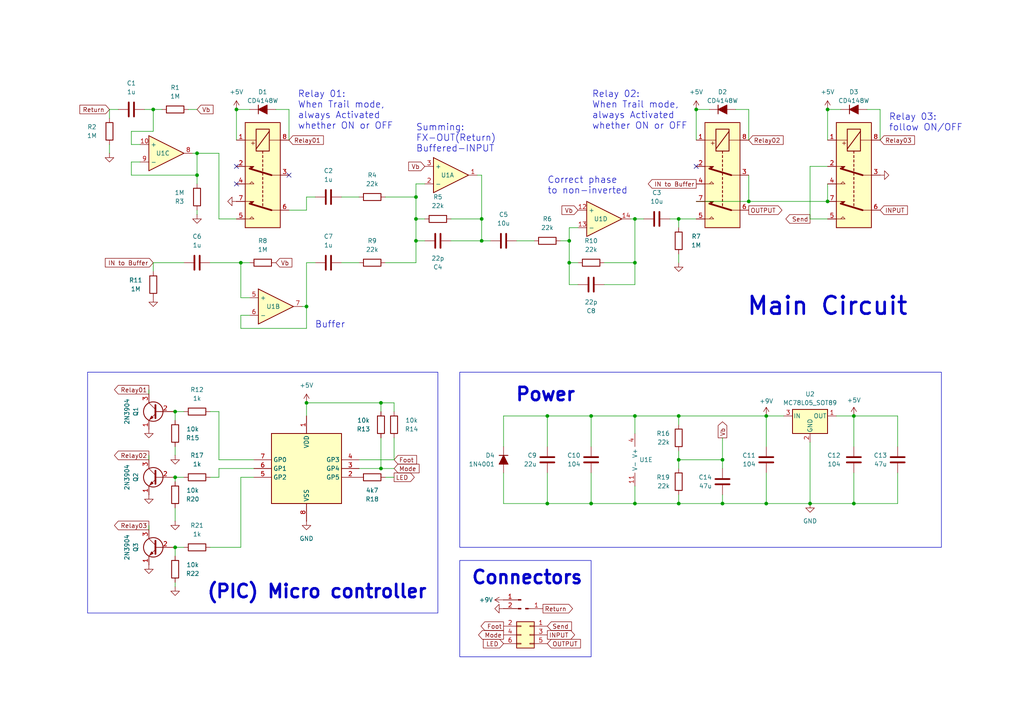
<source format=kicad_sch>
(kicad_sch
	(version 20231120)
	(generator "eeschema")
	(generator_version "8.0")
	(uuid "ce63a7ae-323d-4f95-a229-36e3ed46ade1")
	(paper "A4")
	(title_block
		(title "Module-02")
		(date "2024-12-23")
		(rev "2.0")
		(company "1x telescope")
	)
	(lib_symbols
		(symbol "Connector:Conn_01x01_Pin"
			(pin_names
				(offset 1.016) hide)
			(exclude_from_sim no)
			(in_bom yes)
			(on_board yes)
			(property "Reference" "J"
				(at 0 2.54 0)
				(effects
					(font
						(size 1.27 1.27)
					)
				)
			)
			(property "Value" "Conn_01x01_Pin"
				(at 0 -2.54 0)
				(effects
					(font
						(size 1.27 1.27)
					)
				)
			)
			(property "Footprint" ""
				(at 0 0 0)
				(effects
					(font
						(size 1.27 1.27)
					)
					(hide yes)
				)
			)
			(property "Datasheet" "~"
				(at 0 0 0)
				(effects
					(font
						(size 1.27 1.27)
					)
					(hide yes)
				)
			)
			(property "Description" "Generic connector, single row, 01x01, script generated"
				(at 0 0 0)
				(effects
					(font
						(size 1.27 1.27)
					)
					(hide yes)
				)
			)
			(property "ki_locked" ""
				(at 0 0 0)
				(effects
					(font
						(size 1.27 1.27)
					)
				)
			)
			(property "ki_keywords" "connector"
				(at 0 0 0)
				(effects
					(font
						(size 1.27 1.27)
					)
					(hide yes)
				)
			)
			(property "ki_fp_filters" "Connector*:*_1x??_*"
				(at 0 0 0)
				(effects
					(font
						(size 1.27 1.27)
					)
					(hide yes)
				)
			)
			(symbol "Conn_01x01_Pin_1_1"
				(polyline
					(pts
						(xy 1.27 0) (xy 0.8636 0)
					)
					(stroke
						(width 0.1524)
						(type default)
					)
					(fill
						(type none)
					)
				)
				(rectangle
					(start 0.8636 0.127)
					(end 0 -0.127)
					(stroke
						(width 0.1524)
						(type default)
					)
					(fill
						(type outline)
					)
				)
				(pin passive line
					(at 5.08 0 180)
					(length 3.81)
					(name "Pin_1"
						(effects
							(font
								(size 1.27 1.27)
							)
						)
					)
					(number "1"
						(effects
							(font
								(size 1.27 1.27)
							)
						)
					)
				)
			)
		)
		(symbol "Connector:Conn_01x02_Pin"
			(pin_names
				(offset 1.016) hide)
			(exclude_from_sim no)
			(in_bom yes)
			(on_board yes)
			(property "Reference" "J"
				(at 0 2.54 0)
				(effects
					(font
						(size 1.27 1.27)
					)
				)
			)
			(property "Value" "Conn_01x02_Pin"
				(at 0 -5.08 0)
				(effects
					(font
						(size 1.27 1.27)
					)
				)
			)
			(property "Footprint" ""
				(at 0 0 0)
				(effects
					(font
						(size 1.27 1.27)
					)
					(hide yes)
				)
			)
			(property "Datasheet" "~"
				(at 0 0 0)
				(effects
					(font
						(size 1.27 1.27)
					)
					(hide yes)
				)
			)
			(property "Description" "Generic connector, single row, 01x02, script generated"
				(at 0 0 0)
				(effects
					(font
						(size 1.27 1.27)
					)
					(hide yes)
				)
			)
			(property "ki_locked" ""
				(at 0 0 0)
				(effects
					(font
						(size 1.27 1.27)
					)
				)
			)
			(property "ki_keywords" "connector"
				(at 0 0 0)
				(effects
					(font
						(size 1.27 1.27)
					)
					(hide yes)
				)
			)
			(property "ki_fp_filters" "Connector*:*_1x??_*"
				(at 0 0 0)
				(effects
					(font
						(size 1.27 1.27)
					)
					(hide yes)
				)
			)
			(symbol "Conn_01x02_Pin_1_1"
				(polyline
					(pts
						(xy 1.27 -2.54) (xy 0.8636 -2.54)
					)
					(stroke
						(width 0.1524)
						(type default)
					)
					(fill
						(type none)
					)
				)
				(polyline
					(pts
						(xy 1.27 0) (xy 0.8636 0)
					)
					(stroke
						(width 0.1524)
						(type default)
					)
					(fill
						(type none)
					)
				)
				(rectangle
					(start 0.8636 -2.413)
					(end 0 -2.667)
					(stroke
						(width 0.1524)
						(type default)
					)
					(fill
						(type outline)
					)
				)
				(rectangle
					(start 0.8636 0.127)
					(end 0 -0.127)
					(stroke
						(width 0.1524)
						(type default)
					)
					(fill
						(type outline)
					)
				)
				(pin passive line
					(at 5.08 0 180)
					(length 3.81)
					(name "Pin_1"
						(effects
							(font
								(size 1.27 1.27)
							)
						)
					)
					(number "1"
						(effects
							(font
								(size 1.27 1.27)
							)
						)
					)
				)
				(pin passive line
					(at 5.08 -2.54 180)
					(length 3.81)
					(name "Pin_2"
						(effects
							(font
								(size 1.27 1.27)
							)
						)
					)
					(number "2"
						(effects
							(font
								(size 1.27 1.27)
							)
						)
					)
				)
			)
		)
		(symbol "Connector_Generic:Conn_02x03_Odd_Even"
			(pin_names
				(offset 1.016) hide)
			(exclude_from_sim no)
			(in_bom yes)
			(on_board yes)
			(property "Reference" "J"
				(at 1.27 5.08 0)
				(effects
					(font
						(size 1.27 1.27)
					)
				)
			)
			(property "Value" "Conn_02x03_Odd_Even"
				(at 1.27 -5.08 0)
				(effects
					(font
						(size 1.27 1.27)
					)
				)
			)
			(property "Footprint" ""
				(at 0 0 0)
				(effects
					(font
						(size 1.27 1.27)
					)
					(hide yes)
				)
			)
			(property "Datasheet" "~"
				(at 0 0 0)
				(effects
					(font
						(size 1.27 1.27)
					)
					(hide yes)
				)
			)
			(property "Description" "Generic connector, double row, 02x03, odd/even pin numbering scheme (row 1 odd numbers, row 2 even numbers), script generated (kicad-library-utils/schlib/autogen/connector/)"
				(at 0 0 0)
				(effects
					(font
						(size 1.27 1.27)
					)
					(hide yes)
				)
			)
			(property "ki_keywords" "connector"
				(at 0 0 0)
				(effects
					(font
						(size 1.27 1.27)
					)
					(hide yes)
				)
			)
			(property "ki_fp_filters" "Connector*:*_2x??_*"
				(at 0 0 0)
				(effects
					(font
						(size 1.27 1.27)
					)
					(hide yes)
				)
			)
			(symbol "Conn_02x03_Odd_Even_1_1"
				(rectangle
					(start -1.27 -2.413)
					(end 0 -2.667)
					(stroke
						(width 0.1524)
						(type default)
					)
					(fill
						(type none)
					)
				)
				(rectangle
					(start -1.27 0.127)
					(end 0 -0.127)
					(stroke
						(width 0.1524)
						(type default)
					)
					(fill
						(type none)
					)
				)
				(rectangle
					(start -1.27 2.667)
					(end 0 2.413)
					(stroke
						(width 0.1524)
						(type default)
					)
					(fill
						(type none)
					)
				)
				(rectangle
					(start -1.27 3.81)
					(end 3.81 -3.81)
					(stroke
						(width 0.254)
						(type default)
					)
					(fill
						(type background)
					)
				)
				(rectangle
					(start 3.81 -2.413)
					(end 2.54 -2.667)
					(stroke
						(width 0.1524)
						(type default)
					)
					(fill
						(type none)
					)
				)
				(rectangle
					(start 3.81 0.127)
					(end 2.54 -0.127)
					(stroke
						(width 0.1524)
						(type default)
					)
					(fill
						(type none)
					)
				)
				(rectangle
					(start 3.81 2.667)
					(end 2.54 2.413)
					(stroke
						(width 0.1524)
						(type default)
					)
					(fill
						(type none)
					)
				)
				(pin passive line
					(at -5.08 2.54 0)
					(length 3.81)
					(name "Pin_1"
						(effects
							(font
								(size 1.27 1.27)
							)
						)
					)
					(number "1"
						(effects
							(font
								(size 1.27 1.27)
							)
						)
					)
				)
				(pin passive line
					(at 7.62 2.54 180)
					(length 3.81)
					(name "Pin_2"
						(effects
							(font
								(size 1.27 1.27)
							)
						)
					)
					(number "2"
						(effects
							(font
								(size 1.27 1.27)
							)
						)
					)
				)
				(pin passive line
					(at -5.08 0 0)
					(length 3.81)
					(name "Pin_3"
						(effects
							(font
								(size 1.27 1.27)
							)
						)
					)
					(number "3"
						(effects
							(font
								(size 1.27 1.27)
							)
						)
					)
				)
				(pin passive line
					(at 7.62 0 180)
					(length 3.81)
					(name "Pin_4"
						(effects
							(font
								(size 1.27 1.27)
							)
						)
					)
					(number "4"
						(effects
							(font
								(size 1.27 1.27)
							)
						)
					)
				)
				(pin passive line
					(at -5.08 -2.54 0)
					(length 3.81)
					(name "Pin_5"
						(effects
							(font
								(size 1.27 1.27)
							)
						)
					)
					(number "5"
						(effects
							(font
								(size 1.27 1.27)
							)
						)
					)
				)
				(pin passive line
					(at 7.62 -2.54 180)
					(length 3.81)
					(name "Pin_6"
						(effects
							(font
								(size 1.27 1.27)
							)
						)
					)
					(number "6"
						(effects
							(font
								(size 1.27 1.27)
							)
						)
					)
				)
			)
		)
		(symbol "Device:C"
			(pin_numbers hide)
			(pin_names
				(offset 0.254)
			)
			(exclude_from_sim no)
			(in_bom yes)
			(on_board yes)
			(property "Reference" "C"
				(at 0.635 2.54 0)
				(effects
					(font
						(size 1.27 1.27)
					)
					(justify left)
				)
			)
			(property "Value" "C"
				(at 0.635 -2.54 0)
				(effects
					(font
						(size 1.27 1.27)
					)
					(justify left)
				)
			)
			(property "Footprint" ""
				(at 0.9652 -3.81 0)
				(effects
					(font
						(size 1.27 1.27)
					)
					(hide yes)
				)
			)
			(property "Datasheet" "~"
				(at 0 0 0)
				(effects
					(font
						(size 1.27 1.27)
					)
					(hide yes)
				)
			)
			(property "Description" "Unpolarized capacitor"
				(at 0 0 0)
				(effects
					(font
						(size 1.27 1.27)
					)
					(hide yes)
				)
			)
			(property "ki_keywords" "cap capacitor"
				(at 0 0 0)
				(effects
					(font
						(size 1.27 1.27)
					)
					(hide yes)
				)
			)
			(property "ki_fp_filters" "C_*"
				(at 0 0 0)
				(effects
					(font
						(size 1.27 1.27)
					)
					(hide yes)
				)
			)
			(symbol "C_0_1"
				(polyline
					(pts
						(xy -2.032 -0.762) (xy 2.032 -0.762)
					)
					(stroke
						(width 0.508)
						(type default)
					)
					(fill
						(type none)
					)
				)
				(polyline
					(pts
						(xy -2.032 0.762) (xy 2.032 0.762)
					)
					(stroke
						(width 0.508)
						(type default)
					)
					(fill
						(type none)
					)
				)
			)
			(symbol "C_1_1"
				(pin passive line
					(at 0 3.81 270)
					(length 2.794)
					(name "~"
						(effects
							(font
								(size 1.27 1.27)
							)
						)
					)
					(number "1"
						(effects
							(font
								(size 1.27 1.27)
							)
						)
					)
				)
				(pin passive line
					(at 0 -3.81 90)
					(length 2.794)
					(name "~"
						(effects
							(font
								(size 1.27 1.27)
							)
						)
					)
					(number "2"
						(effects
							(font
								(size 1.27 1.27)
							)
						)
					)
				)
			)
		)
		(symbol "Device:Opamp_Quad"
			(exclude_from_sim no)
			(in_bom yes)
			(on_board yes)
			(property "Reference" "U"
				(at 0 5.08 0)
				(effects
					(font
						(size 1.27 1.27)
					)
					(justify left)
				)
			)
			(property "Value" "Opamp_Quad"
				(at 0 -5.08 0)
				(effects
					(font
						(size 1.27 1.27)
					)
					(justify left)
				)
			)
			(property "Footprint" ""
				(at 0 0 0)
				(effects
					(font
						(size 1.27 1.27)
					)
					(hide yes)
				)
			)
			(property "Datasheet" "~"
				(at 0 0 0)
				(effects
					(font
						(size 1.27 1.27)
					)
					(hide yes)
				)
			)
			(property "Description" "Quad operational amplifier"
				(at 0 0 0)
				(effects
					(font
						(size 1.27 1.27)
					)
					(hide yes)
				)
			)
			(property "Sim.Library" "${KICAD7_SYMBOL_DIR}/Simulation_SPICE.sp"
				(at 0 0 0)
				(effects
					(font
						(size 1.27 1.27)
					)
					(hide yes)
				)
			)
			(property "Sim.Name" "kicad_builtin_opamp_quad"
				(at 0 0 0)
				(effects
					(font
						(size 1.27 1.27)
					)
					(hide yes)
				)
			)
			(property "Sim.Device" "SUBCKT"
				(at 0 0 0)
				(effects
					(font
						(size 1.27 1.27)
					)
					(hide yes)
				)
			)
			(property "Sim.Pins" "1=out1 2=in1- 3=in1+ 4=vcc 5=in2+ 6=in2- 7=out2 8=out3 9=in3- 10=in3+ 11=vee 12=in4+ 13=in4- 14=out4"
				(at 0 0 0)
				(effects
					(font
						(size 1.27 1.27)
					)
					(hide yes)
				)
			)
			(property "ki_locked" ""
				(at 0 0 0)
				(effects
					(font
						(size 1.27 1.27)
					)
				)
			)
			(property "ki_keywords" "quad opamp"
				(at 0 0 0)
				(effects
					(font
						(size 1.27 1.27)
					)
					(hide yes)
				)
			)
			(property "ki_fp_filters" "SOIC*3.9x8.7mm*P1.27mm* DIP*W7.62mm* TSSOP*4.4x5mm*P0.65mm* SSOP*5.3x6.2mm*P0.65mm*"
				(at 0 0 0)
				(effects
					(font
						(size 1.27 1.27)
					)
					(hide yes)
				)
			)
			(symbol "Opamp_Quad_1_1"
				(polyline
					(pts
						(xy -5.08 5.08) (xy 5.08 0) (xy -5.08 -5.08) (xy -5.08 5.08)
					)
					(stroke
						(width 0.254)
						(type default)
					)
					(fill
						(type background)
					)
				)
				(pin output line
					(at 7.62 0 180)
					(length 2.54)
					(name "~"
						(effects
							(font
								(size 1.27 1.27)
							)
						)
					)
					(number "1"
						(effects
							(font
								(size 1.27 1.27)
							)
						)
					)
				)
				(pin input line
					(at -7.62 -2.54 0)
					(length 2.54)
					(name "-"
						(effects
							(font
								(size 1.27 1.27)
							)
						)
					)
					(number "2"
						(effects
							(font
								(size 1.27 1.27)
							)
						)
					)
				)
				(pin input line
					(at -7.62 2.54 0)
					(length 2.54)
					(name "+"
						(effects
							(font
								(size 1.27 1.27)
							)
						)
					)
					(number "3"
						(effects
							(font
								(size 1.27 1.27)
							)
						)
					)
				)
			)
			(symbol "Opamp_Quad_2_1"
				(polyline
					(pts
						(xy -5.08 5.08) (xy 5.08 0) (xy -5.08 -5.08) (xy -5.08 5.08)
					)
					(stroke
						(width 0.254)
						(type default)
					)
					(fill
						(type background)
					)
				)
				(pin input line
					(at -7.62 2.54 0)
					(length 2.54)
					(name "+"
						(effects
							(font
								(size 1.27 1.27)
							)
						)
					)
					(number "5"
						(effects
							(font
								(size 1.27 1.27)
							)
						)
					)
				)
				(pin input line
					(at -7.62 -2.54 0)
					(length 2.54)
					(name "-"
						(effects
							(font
								(size 1.27 1.27)
							)
						)
					)
					(number "6"
						(effects
							(font
								(size 1.27 1.27)
							)
						)
					)
				)
				(pin output line
					(at 7.62 0 180)
					(length 2.54)
					(name "~"
						(effects
							(font
								(size 1.27 1.27)
							)
						)
					)
					(number "7"
						(effects
							(font
								(size 1.27 1.27)
							)
						)
					)
				)
			)
			(symbol "Opamp_Quad_3_1"
				(polyline
					(pts
						(xy -5.08 5.08) (xy 5.08 0) (xy -5.08 -5.08) (xy -5.08 5.08)
					)
					(stroke
						(width 0.254)
						(type default)
					)
					(fill
						(type background)
					)
				)
				(pin input line
					(at -7.62 2.54 0)
					(length 2.54)
					(name "+"
						(effects
							(font
								(size 1.27 1.27)
							)
						)
					)
					(number "10"
						(effects
							(font
								(size 1.27 1.27)
							)
						)
					)
				)
				(pin output line
					(at 7.62 0 180)
					(length 2.54)
					(name "~"
						(effects
							(font
								(size 1.27 1.27)
							)
						)
					)
					(number "8"
						(effects
							(font
								(size 1.27 1.27)
							)
						)
					)
				)
				(pin input line
					(at -7.62 -2.54 0)
					(length 2.54)
					(name "-"
						(effects
							(font
								(size 1.27 1.27)
							)
						)
					)
					(number "9"
						(effects
							(font
								(size 1.27 1.27)
							)
						)
					)
				)
			)
			(symbol "Opamp_Quad_4_1"
				(polyline
					(pts
						(xy -5.08 5.08) (xy 5.08 0) (xy -5.08 -5.08) (xy -5.08 5.08)
					)
					(stroke
						(width 0.254)
						(type default)
					)
					(fill
						(type background)
					)
				)
				(pin input line
					(at -7.62 2.54 0)
					(length 2.54)
					(name "+"
						(effects
							(font
								(size 1.27 1.27)
							)
						)
					)
					(number "12"
						(effects
							(font
								(size 1.27 1.27)
							)
						)
					)
				)
				(pin input line
					(at -7.62 -2.54 0)
					(length 2.54)
					(name "-"
						(effects
							(font
								(size 1.27 1.27)
							)
						)
					)
					(number "13"
						(effects
							(font
								(size 1.27 1.27)
							)
						)
					)
				)
				(pin output line
					(at 7.62 0 180)
					(length 2.54)
					(name "~"
						(effects
							(font
								(size 1.27 1.27)
							)
						)
					)
					(number "14"
						(effects
							(font
								(size 1.27 1.27)
							)
						)
					)
				)
			)
			(symbol "Opamp_Quad_5_1"
				(pin power_in line
					(at -2.54 -7.62 90)
					(length 3.81)
					(name "V-"
						(effects
							(font
								(size 1.27 1.27)
							)
						)
					)
					(number "11"
						(effects
							(font
								(size 1.27 1.27)
							)
						)
					)
				)
				(pin power_in line
					(at -2.54 7.62 270)
					(length 3.81)
					(name "V+"
						(effects
							(font
								(size 1.27 1.27)
							)
						)
					)
					(number "4"
						(effects
							(font
								(size 1.27 1.27)
							)
						)
					)
				)
			)
		)
		(symbol "Device:R"
			(pin_numbers hide)
			(pin_names
				(offset 0)
			)
			(exclude_from_sim no)
			(in_bom yes)
			(on_board yes)
			(property "Reference" "R"
				(at 2.032 0 90)
				(effects
					(font
						(size 1.27 1.27)
					)
				)
			)
			(property "Value" "R"
				(at 0 0 90)
				(effects
					(font
						(size 1.27 1.27)
					)
				)
			)
			(property "Footprint" ""
				(at -1.778 0 90)
				(effects
					(font
						(size 1.27 1.27)
					)
					(hide yes)
				)
			)
			(property "Datasheet" "~"
				(at 0 0 0)
				(effects
					(font
						(size 1.27 1.27)
					)
					(hide yes)
				)
			)
			(property "Description" "Resistor"
				(at 0 0 0)
				(effects
					(font
						(size 1.27 1.27)
					)
					(hide yes)
				)
			)
			(property "ki_keywords" "R res resistor"
				(at 0 0 0)
				(effects
					(font
						(size 1.27 1.27)
					)
					(hide yes)
				)
			)
			(property "ki_fp_filters" "R_*"
				(at 0 0 0)
				(effects
					(font
						(size 1.27 1.27)
					)
					(hide yes)
				)
			)
			(symbol "R_0_1"
				(rectangle
					(start -1.016 -2.54)
					(end 1.016 2.54)
					(stroke
						(width 0.254)
						(type default)
					)
					(fill
						(type none)
					)
				)
			)
			(symbol "R_1_1"
				(pin passive line
					(at 0 3.81 270)
					(length 1.27)
					(name "~"
						(effects
							(font
								(size 1.27 1.27)
							)
						)
					)
					(number "1"
						(effects
							(font
								(size 1.27 1.27)
							)
						)
					)
				)
				(pin passive line
					(at 0 -3.81 90)
					(length 1.27)
					(name "~"
						(effects
							(font
								(size 1.27 1.27)
							)
						)
					)
					(number "2"
						(effects
							(font
								(size 1.27 1.27)
							)
						)
					)
				)
			)
		)
		(symbol "MCU_Microchip_PIC12:PIC12F675-xP"
			(exclude_from_sim no)
			(in_bom yes)
			(on_board yes)
			(property "Reference" "U"
				(at 1.27 13.97 0)
				(effects
					(font
						(size 1.27 1.27)
					)
					(justify left)
				)
			)
			(property "Value" "PIC12F675-xP"
				(at 1.27 11.43 0)
				(effects
					(font
						(size 1.27 1.27)
					)
					(justify left)
				)
			)
			(property "Footprint" "Package_DIP:DIP-8_W7.62mm"
				(at 1.27 -12.065 0)
				(effects
					(font
						(size 1.27 1.27)
						(italic yes)
					)
					(justify left)
					(hide yes)
				)
			)
			(property "Datasheet" "https://ww1.microchip.com/downloads/en/DeviceDoc/41190G.pdf"
				(at 1.27 -14.605 0)
				(effects
					(font
						(size 1.27 1.27)
					)
					(justify left)
					(hide yes)
				)
			)
			(property "Description" "1024W Flash, 64B SRAM, 128B EEPROM, PDIP-8"
				(at 0 0 0)
				(effects
					(font
						(size 1.27 1.27)
					)
					(hide yes)
				)
			)
			(property "ki_keywords" "FLASH-Based 8-Bit CMOS Microcontroller"
				(at 0 0 0)
				(effects
					(font
						(size 1.27 1.27)
					)
					(hide yes)
				)
			)
			(property "ki_fp_filters" "DIP*W7.62mm*"
				(at 0 0 0)
				(effects
					(font
						(size 1.27 1.27)
					)
					(hide yes)
				)
			)
			(symbol "PIC12F675-xP_0_1"
				(rectangle
					(start 10.16 -10.16)
					(end -10.16 10.16)
					(stroke
						(width 0.254)
						(type default)
					)
					(fill
						(type background)
					)
				)
			)
			(symbol "PIC12F675-xP_1_1"
				(pin power_in line
					(at 0 15.24 270)
					(length 5.08)
					(name "VDD"
						(effects
							(font
								(size 1.27 1.27)
							)
						)
					)
					(number "1"
						(effects
							(font
								(size 1.27 1.27)
							)
						)
					)
				)
				(pin bidirectional line
					(at 15.24 -2.54 180)
					(length 5.08)
					(name "GP5"
						(effects
							(font
								(size 1.27 1.27)
							)
						)
					)
					(number "2"
						(effects
							(font
								(size 1.27 1.27)
							)
						)
					)
				)
				(pin bidirectional line
					(at 15.24 0 180)
					(length 5.08)
					(name "GP4"
						(effects
							(font
								(size 1.27 1.27)
							)
						)
					)
					(number "3"
						(effects
							(font
								(size 1.27 1.27)
							)
						)
					)
				)
				(pin input line
					(at 15.24 2.54 180)
					(length 5.08)
					(name "GP3"
						(effects
							(font
								(size 1.27 1.27)
							)
						)
					)
					(number "4"
						(effects
							(font
								(size 1.27 1.27)
							)
						)
					)
				)
				(pin bidirectional line
					(at -15.24 -2.54 0)
					(length 5.08)
					(name "GP2"
						(effects
							(font
								(size 1.27 1.27)
							)
						)
					)
					(number "5"
						(effects
							(font
								(size 1.27 1.27)
							)
						)
					)
				)
				(pin bidirectional line
					(at -15.24 0 0)
					(length 5.08)
					(name "GP1"
						(effects
							(font
								(size 1.27 1.27)
							)
						)
					)
					(number "6"
						(effects
							(font
								(size 1.27 1.27)
							)
						)
					)
				)
				(pin bidirectional line
					(at -15.24 2.54 0)
					(length 5.08)
					(name "GP0"
						(effects
							(font
								(size 1.27 1.27)
							)
						)
					)
					(number "7"
						(effects
							(font
								(size 1.27 1.27)
							)
						)
					)
				)
				(pin power_in line
					(at 0 -15.24 90)
					(length 5.08)
					(name "VSS"
						(effects
							(font
								(size 1.27 1.27)
							)
						)
					)
					(number "8"
						(effects
							(font
								(size 1.27 1.27)
							)
						)
					)
				)
			)
		)
		(symbol "PCM_Diode_AKL:1N4001"
			(pin_numbers hide)
			(pin_names
				(offset 1.016) hide)
			(exclude_from_sim no)
			(in_bom yes)
			(on_board yes)
			(property "Reference" "D"
				(at 0 5.08 0)
				(effects
					(font
						(size 1.27 1.27)
					)
				)
			)
			(property "Value" "1N4001"
				(at 0 2.54 0)
				(effects
					(font
						(size 1.27 1.27)
					)
				)
			)
			(property "Footprint" "Diode_THT_AKL:D_DO-41_SOD81_P7.62mm_Horizontal"
				(at 0 0 0)
				(effects
					(font
						(size 1.27 1.27)
					)
					(hide yes)
				)
			)
			(property "Datasheet" "https://www.tme.eu/Document/5f8ffc5ac30fc86bac97d66040bf5502/1n400x.pdf"
				(at 0 0 0)
				(effects
					(font
						(size 1.27 1.27)
					)
					(hide yes)
				)
			)
			(property "Description" "DO-41 Diode, Rectifier, 50V 1A, Alternate KiCad Library"
				(at 0 0 0)
				(effects
					(font
						(size 1.27 1.27)
					)
					(hide yes)
				)
			)
			(property "ki_keywords" "diode 1N4001 DO41"
				(at 0 0 0)
				(effects
					(font
						(size 1.27 1.27)
					)
					(hide yes)
				)
			)
			(property "ki_fp_filters" "TO-???* *_Diode_* *SingleDiode* D_*"
				(at 0 0 0)
				(effects
					(font
						(size 1.27 1.27)
					)
					(hide yes)
				)
			)
			(symbol "1N4001_0_1"
				(polyline
					(pts
						(xy -1.27 0) (xy 1.27 0)
					)
					(stroke
						(width 0)
						(type default)
					)
					(fill
						(type none)
					)
				)
				(polyline
					(pts
						(xy 1.27 1.27) (xy 1.27 -1.27)
					)
					(stroke
						(width 0.254)
						(type default)
					)
					(fill
						(type none)
					)
				)
				(polyline
					(pts
						(xy -1.27 1.27) (xy -1.27 -1.27) (xy 1.27 0) (xy -1.27 1.27)
					)
					(stroke
						(width 0.254)
						(type default)
					)
					(fill
						(type outline)
					)
				)
			)
			(symbol "1N4001_1_1"
				(pin passive line
					(at 3.81 0 180)
					(length 2.54)
					(name "K"
						(effects
							(font
								(size 1.27 1.27)
							)
						)
					)
					(number "1"
						(effects
							(font
								(size 1.27 1.27)
							)
						)
					)
				)
				(pin passive line
					(at -3.81 0 0)
					(length 2.54)
					(name "A"
						(effects
							(font
								(size 1.27 1.27)
							)
						)
					)
					(number "2"
						(effects
							(font
								(size 1.27 1.27)
							)
						)
					)
				)
			)
		)
		(symbol "PCM_Diode_AKL:CD4148W"
			(pin_numbers hide)
			(pin_names
				(offset 1.016) hide)
			(exclude_from_sim no)
			(in_bom yes)
			(on_board yes)
			(property "Reference" "D"
				(at 0 5.08 0)
				(effects
					(font
						(size 1.27 1.27)
					)
				)
			)
			(property "Value" "CD4148W"
				(at 0 2.54 0)
				(effects
					(font
						(size 1.27 1.27)
					)
				)
			)
			(property "Footprint" "Diode_SMD_AKL:D_1206_3216Metric"
				(at 0 0 0)
				(effects
					(font
						(size 1.27 1.27)
					)
					(hide yes)
				)
			)
			(property "Datasheet" "https://datasheet.octopart.com/CD4148WS%280805C%29-Diodes-Inc.-datasheet-23752567.pdf"
				(at 0 0 0)
				(effects
					(font
						(size 1.27 1.27)
					)
					(hide yes)
				)
			)
			(property "Description" "1206 Diode, Small Signal, Fast Switching, 75V, 150mA, 4ns, Alternate KiCad Library"
				(at 0 0 0)
				(effects
					(font
						(size 1.27 1.27)
					)
					(hide yes)
				)
			)
			(property "ki_keywords" "diode CD4148W 4148 1206"
				(at 0 0 0)
				(effects
					(font
						(size 1.27 1.27)
					)
					(hide yes)
				)
			)
			(property "ki_fp_filters" "TO-???* *_Diode_* *SingleDiode* D_*"
				(at 0 0 0)
				(effects
					(font
						(size 1.27 1.27)
					)
					(hide yes)
				)
			)
			(symbol "CD4148W_0_1"
				(polyline
					(pts
						(xy -1.27 0) (xy 1.27 0)
					)
					(stroke
						(width 0)
						(type default)
					)
					(fill
						(type none)
					)
				)
				(polyline
					(pts
						(xy 1.27 1.27) (xy 1.27 -1.27)
					)
					(stroke
						(width 0.254)
						(type default)
					)
					(fill
						(type none)
					)
				)
				(polyline
					(pts
						(xy -1.27 1.27) (xy -1.27 -1.27) (xy 1.27 0) (xy -1.27 1.27)
					)
					(stroke
						(width 0.254)
						(type default)
					)
					(fill
						(type outline)
					)
				)
			)
			(symbol "CD4148W_1_1"
				(pin passive line
					(at 3.81 0 180)
					(length 2.54)
					(name "K"
						(effects
							(font
								(size 1.27 1.27)
							)
						)
					)
					(number "1"
						(effects
							(font
								(size 1.27 1.27)
							)
						)
					)
				)
				(pin passive line
					(at -3.81 0 0)
					(length 2.54)
					(name "A"
						(effects
							(font
								(size 1.27 1.27)
							)
						)
					)
					(number "2"
						(effects
							(font
								(size 1.27 1.27)
							)
						)
					)
				)
			)
		)
		(symbol "Regulator_Linear:MC78L05_SOT89"
			(pin_names
				(offset 0.254)
			)
			(exclude_from_sim no)
			(in_bom yes)
			(on_board yes)
			(property "Reference" "U"
				(at -3.81 3.175 0)
				(effects
					(font
						(size 1.27 1.27)
					)
				)
			)
			(property "Value" "MC78L05_SOT89"
				(at -0.635 3.175 0)
				(effects
					(font
						(size 1.27 1.27)
					)
					(justify left)
				)
			)
			(property "Footprint" "Package_TO_SOT_SMD:SOT-89-3"
				(at 0 5.08 0)
				(effects
					(font
						(size 1.27 1.27)
						(italic yes)
					)
					(hide yes)
				)
			)
			(property "Datasheet" "https://www.onsemi.com/pub/Collateral/MC78L00A-D.PDF"
				(at 0 -1.27 0)
				(effects
					(font
						(size 1.27 1.27)
					)
					(hide yes)
				)
			)
			(property "Description" "Positive 100mA 30V Linear Regulator, Fixed Output 5V, SOT-89"
				(at 0 0 0)
				(effects
					(font
						(size 1.27 1.27)
					)
					(hide yes)
				)
			)
			(property "ki_keywords" "Voltage Regulator 100mA Positive"
				(at 0 0 0)
				(effects
					(font
						(size 1.27 1.27)
					)
					(hide yes)
				)
			)
			(property "ki_fp_filters" "SOT?89*"
				(at 0 0 0)
				(effects
					(font
						(size 1.27 1.27)
					)
					(hide yes)
				)
			)
			(symbol "MC78L05_SOT89_0_1"
				(rectangle
					(start -5.08 1.905)
					(end 5.08 -5.08)
					(stroke
						(width 0.254)
						(type default)
					)
					(fill
						(type background)
					)
				)
			)
			(symbol "MC78L05_SOT89_1_1"
				(pin power_out line
					(at 7.62 0 180)
					(length 2.54)
					(name "OUT"
						(effects
							(font
								(size 1.27 1.27)
							)
						)
					)
					(number "1"
						(effects
							(font
								(size 1.27 1.27)
							)
						)
					)
				)
				(pin power_in line
					(at 0 -7.62 90)
					(length 2.54)
					(name "GND"
						(effects
							(font
								(size 1.27 1.27)
							)
						)
					)
					(number "2"
						(effects
							(font
								(size 1.27 1.27)
							)
						)
					)
				)
				(pin power_in line
					(at -7.62 0 0)
					(length 2.54)
					(name "IN"
						(effects
							(font
								(size 1.27 1.27)
							)
						)
					)
					(number "3"
						(effects
							(font
								(size 1.27 1.27)
							)
						)
					)
				)
			)
		)
		(symbol "Relay:G6K-2"
			(exclude_from_sim no)
			(in_bom yes)
			(on_board yes)
			(property "Reference" "K"
				(at 16.51 3.81 0)
				(effects
					(font
						(size 1.27 1.27)
					)
					(justify left)
				)
			)
			(property "Value" "G6K-2"
				(at 16.51 1.27 0)
				(effects
					(font
						(size 1.27 1.27)
					)
					(justify left)
				)
			)
			(property "Footprint" ""
				(at 0 0 0)
				(effects
					(font
						(size 1.27 1.27)
					)
					(justify left)
					(hide yes)
				)
			)
			(property "Datasheet" "http://omronfs.omron.com/en_US/ecb/products/pdf/en-g6k.pdf"
				(at 0 0 0)
				(effects
					(font
						(size 1.27 1.27)
					)
					(hide yes)
				)
			)
			(property "Description" "Miniature 2-pole relay, Single-side Stable"
				(at 0 0 0)
				(effects
					(font
						(size 1.27 1.27)
					)
					(hide yes)
				)
			)
			(property "ki_keywords" "Miniature Relay Dual Pole DPDT Omron"
				(at 0 0 0)
				(effects
					(font
						(size 1.27 1.27)
					)
					(hide yes)
				)
			)
			(property "ki_fp_filters" "Relay*DPDT*Omron*G6K?2*"
				(at 0 0 0)
				(effects
					(font
						(size 1.27 1.27)
					)
					(hide yes)
				)
			)
			(symbol "G6K-2_0_0"
				(text "+"
					(at -9.271 2.921 0)
					(effects
						(font
							(size 1.27 1.27)
						)
					)
				)
			)
			(symbol "G6K-2_0_1"
				(rectangle
					(start -15.24 5.08)
					(end 15.24 -5.08)
					(stroke
						(width 0.254)
						(type default)
					)
					(fill
						(type background)
					)
				)
				(rectangle
					(start -13.335 1.905)
					(end -6.985 -1.905)
					(stroke
						(width 0.254)
						(type default)
					)
					(fill
						(type none)
					)
				)
				(polyline
					(pts
						(xy -12.7 -1.905) (xy -7.62 1.905)
					)
					(stroke
						(width 0.254)
						(type default)
					)
					(fill
						(type none)
					)
				)
				(polyline
					(pts
						(xy -10.16 -5.08) (xy -10.16 -1.905)
					)
					(stroke
						(width 0)
						(type default)
					)
					(fill
						(type none)
					)
				)
				(polyline
					(pts
						(xy -10.16 5.08) (xy -10.16 1.905)
					)
					(stroke
						(width 0)
						(type default)
					)
					(fill
						(type none)
					)
				)
				(polyline
					(pts
						(xy -6.985 0) (xy -6.35 0)
					)
					(stroke
						(width 0.254)
						(type default)
					)
					(fill
						(type none)
					)
				)
				(polyline
					(pts
						(xy -5.715 0) (xy -5.08 0)
					)
					(stroke
						(width 0.254)
						(type default)
					)
					(fill
						(type none)
					)
				)
				(polyline
					(pts
						(xy -4.445 0) (xy -3.81 0)
					)
					(stroke
						(width 0.254)
						(type default)
					)
					(fill
						(type none)
					)
				)
				(polyline
					(pts
						(xy -3.175 0) (xy -2.54 0)
					)
					(stroke
						(width 0.254)
						(type default)
					)
					(fill
						(type none)
					)
				)
				(polyline
					(pts
						(xy -1.905 0) (xy -1.27 0)
					)
					(stroke
						(width 0.254)
						(type default)
					)
					(fill
						(type none)
					)
				)
				(polyline
					(pts
						(xy -0.635 0) (xy 0 0)
					)
					(stroke
						(width 0.254)
						(type default)
					)
					(fill
						(type none)
					)
				)
				(polyline
					(pts
						(xy 0 -2.54) (xy -1.905 3.81)
					)
					(stroke
						(width 0.508)
						(type default)
					)
					(fill
						(type none)
					)
				)
				(polyline
					(pts
						(xy 0 -2.54) (xy 0 -5.08)
					)
					(stroke
						(width 0)
						(type default)
					)
					(fill
						(type none)
					)
				)
				(polyline
					(pts
						(xy 0.635 0) (xy 1.27 0)
					)
					(stroke
						(width 0.254)
						(type default)
					)
					(fill
						(type none)
					)
				)
				(polyline
					(pts
						(xy 1.905 0) (xy 2.54 0)
					)
					(stroke
						(width 0.254)
						(type default)
					)
					(fill
						(type none)
					)
				)
				(polyline
					(pts
						(xy 3.175 0) (xy 3.81 0)
					)
					(stroke
						(width 0.254)
						(type default)
					)
					(fill
						(type none)
					)
				)
				(polyline
					(pts
						(xy 4.445 0) (xy 5.08 0)
					)
					(stroke
						(width 0.254)
						(type default)
					)
					(fill
						(type none)
					)
				)
				(polyline
					(pts
						(xy 5.715 0) (xy 6.35 0)
					)
					(stroke
						(width 0.254)
						(type default)
					)
					(fill
						(type none)
					)
				)
				(polyline
					(pts
						(xy 6.985 0) (xy 7.62 0)
					)
					(stroke
						(width 0.254)
						(type default)
					)
					(fill
						(type none)
					)
				)
				(polyline
					(pts
						(xy 8.255 0) (xy 8.89 0)
					)
					(stroke
						(width 0.254)
						(type default)
					)
					(fill
						(type none)
					)
				)
				(polyline
					(pts
						(xy 10.16 -2.54) (xy 8.255 3.81)
					)
					(stroke
						(width 0.508)
						(type default)
					)
					(fill
						(type none)
					)
				)
				(polyline
					(pts
						(xy 10.16 -2.54) (xy 10.16 -5.08)
					)
					(stroke
						(width 0)
						(type default)
					)
					(fill
						(type none)
					)
				)
				(polyline
					(pts
						(xy -2.54 5.08) (xy -2.54 2.54) (xy -1.905 3.175) (xy -2.54 3.81)
					)
					(stroke
						(width 0)
						(type default)
					)
					(fill
						(type outline)
					)
				)
				(polyline
					(pts
						(xy 2.54 5.08) (xy 2.54 2.54) (xy 1.905 3.175) (xy 2.54 3.81)
					)
					(stroke
						(width 0)
						(type default)
					)
					(fill
						(type none)
					)
				)
				(polyline
					(pts
						(xy 7.62 5.08) (xy 7.62 2.54) (xy 8.255 3.175) (xy 7.62 3.81)
					)
					(stroke
						(width 0)
						(type default)
					)
					(fill
						(type outline)
					)
				)
				(polyline
					(pts
						(xy 12.7 5.08) (xy 12.7 2.54) (xy 12.065 3.175) (xy 12.7 3.81)
					)
					(stroke
						(width 0)
						(type default)
					)
					(fill
						(type none)
					)
				)
			)
			(symbol "G6K-2_1_1"
				(pin passive line
					(at -10.16 7.62 270)
					(length 2.54)
					(name "~"
						(effects
							(font
								(size 1.27 1.27)
							)
						)
					)
					(number "1"
						(effects
							(font
								(size 1.27 1.27)
							)
						)
					)
				)
				(pin passive line
					(at -2.54 7.62 270)
					(length 2.54)
					(name "~"
						(effects
							(font
								(size 1.27 1.27)
							)
						)
					)
					(number "2"
						(effects
							(font
								(size 1.27 1.27)
							)
						)
					)
				)
				(pin passive line
					(at 0 -7.62 90)
					(length 2.54)
					(name "~"
						(effects
							(font
								(size 1.27 1.27)
							)
						)
					)
					(number "3"
						(effects
							(font
								(size 1.27 1.27)
							)
						)
					)
				)
				(pin passive line
					(at 2.54 7.62 270)
					(length 2.54)
					(name "~"
						(effects
							(font
								(size 1.27 1.27)
							)
						)
					)
					(number "4"
						(effects
							(font
								(size 1.27 1.27)
							)
						)
					)
				)
				(pin passive line
					(at 12.7 7.62 270)
					(length 2.54)
					(name "~"
						(effects
							(font
								(size 1.27 1.27)
							)
						)
					)
					(number "5"
						(effects
							(font
								(size 1.27 1.27)
							)
						)
					)
				)
				(pin passive line
					(at 10.16 -7.62 90)
					(length 2.54)
					(name "~"
						(effects
							(font
								(size 1.27 1.27)
							)
						)
					)
					(number "6"
						(effects
							(font
								(size 1.27 1.27)
							)
						)
					)
				)
				(pin passive line
					(at 7.62 7.62 270)
					(length 2.54)
					(name "~"
						(effects
							(font
								(size 1.27 1.27)
							)
						)
					)
					(number "7"
						(effects
							(font
								(size 1.27 1.27)
							)
						)
					)
				)
				(pin passive line
					(at -10.16 -7.62 90)
					(length 2.54)
					(name "~"
						(effects
							(font
								(size 1.27 1.27)
							)
						)
					)
					(number "8"
						(effects
							(font
								(size 1.27 1.27)
							)
						)
					)
				)
			)
		)
		(symbol "Transistor_BJT:2N3904"
			(pin_names
				(offset 0) hide)
			(exclude_from_sim no)
			(in_bom yes)
			(on_board yes)
			(property "Reference" "Q"
				(at 5.08 1.905 0)
				(effects
					(font
						(size 1.27 1.27)
					)
					(justify left)
				)
			)
			(property "Value" "2N3904"
				(at 5.08 0 0)
				(effects
					(font
						(size 1.27 1.27)
					)
					(justify left)
				)
			)
			(property "Footprint" "Package_TO_SOT_THT:TO-92_Inline"
				(at 5.08 -1.905 0)
				(effects
					(font
						(size 1.27 1.27)
						(italic yes)
					)
					(justify left)
					(hide yes)
				)
			)
			(property "Datasheet" "https://www.onsemi.com/pub/Collateral/2N3903-D.PDF"
				(at 0 0 0)
				(effects
					(font
						(size 1.27 1.27)
					)
					(justify left)
					(hide yes)
				)
			)
			(property "Description" "0.2A Ic, 40V Vce, Small Signal NPN Transistor, TO-92"
				(at 0 0 0)
				(effects
					(font
						(size 1.27 1.27)
					)
					(hide yes)
				)
			)
			(property "ki_keywords" "NPN Transistor"
				(at 0 0 0)
				(effects
					(font
						(size 1.27 1.27)
					)
					(hide yes)
				)
			)
			(property "ki_fp_filters" "TO?92*"
				(at 0 0 0)
				(effects
					(font
						(size 1.27 1.27)
					)
					(hide yes)
				)
			)
			(symbol "2N3904_0_1"
				(polyline
					(pts
						(xy 0.635 0.635) (xy 2.54 2.54)
					)
					(stroke
						(width 0)
						(type default)
					)
					(fill
						(type none)
					)
				)
				(polyline
					(pts
						(xy 0.635 -0.635) (xy 2.54 -2.54) (xy 2.54 -2.54)
					)
					(stroke
						(width 0)
						(type default)
					)
					(fill
						(type none)
					)
				)
				(polyline
					(pts
						(xy 0.635 1.905) (xy 0.635 -1.905) (xy 0.635 -1.905)
					)
					(stroke
						(width 0.508)
						(type default)
					)
					(fill
						(type none)
					)
				)
				(polyline
					(pts
						(xy 1.27 -1.778) (xy 1.778 -1.27) (xy 2.286 -2.286) (xy 1.27 -1.778) (xy 1.27 -1.778)
					)
					(stroke
						(width 0)
						(type default)
					)
					(fill
						(type outline)
					)
				)
				(circle
					(center 1.27 0)
					(radius 2.8194)
					(stroke
						(width 0.254)
						(type default)
					)
					(fill
						(type none)
					)
				)
			)
			(symbol "2N3904_1_1"
				(pin passive line
					(at 2.54 -5.08 90)
					(length 2.54)
					(name "E"
						(effects
							(font
								(size 1.27 1.27)
							)
						)
					)
					(number "1"
						(effects
							(font
								(size 1.27 1.27)
							)
						)
					)
				)
				(pin passive line
					(at -5.08 0 0)
					(length 5.715)
					(name "B"
						(effects
							(font
								(size 1.27 1.27)
							)
						)
					)
					(number "2"
						(effects
							(font
								(size 1.27 1.27)
							)
						)
					)
				)
				(pin passive line
					(at 2.54 5.08 270)
					(length 2.54)
					(name "C"
						(effects
							(font
								(size 1.27 1.27)
							)
						)
					)
					(number "3"
						(effects
							(font
								(size 1.27 1.27)
							)
						)
					)
				)
			)
		)
		(symbol "power:+5V"
			(power)
			(pin_numbers hide)
			(pin_names
				(offset 0) hide)
			(exclude_from_sim no)
			(in_bom yes)
			(on_board yes)
			(property "Reference" "#PWR"
				(at 0 -3.81 0)
				(effects
					(font
						(size 1.27 1.27)
					)
					(hide yes)
				)
			)
			(property "Value" "+5V"
				(at 0 3.556 0)
				(effects
					(font
						(size 1.27 1.27)
					)
				)
			)
			(property "Footprint" ""
				(at 0 0 0)
				(effects
					(font
						(size 1.27 1.27)
					)
					(hide yes)
				)
			)
			(property "Datasheet" ""
				(at 0 0 0)
				(effects
					(font
						(size 1.27 1.27)
					)
					(hide yes)
				)
			)
			(property "Description" "Power symbol creates a global label with name \"+5V\""
				(at 0 0 0)
				(effects
					(font
						(size 1.27 1.27)
					)
					(hide yes)
				)
			)
			(property "ki_keywords" "global power"
				(at 0 0 0)
				(effects
					(font
						(size 1.27 1.27)
					)
					(hide yes)
				)
			)
			(symbol "+5V_0_1"
				(polyline
					(pts
						(xy -0.762 1.27) (xy 0 2.54)
					)
					(stroke
						(width 0)
						(type default)
					)
					(fill
						(type none)
					)
				)
				(polyline
					(pts
						(xy 0 0) (xy 0 2.54)
					)
					(stroke
						(width 0)
						(type default)
					)
					(fill
						(type none)
					)
				)
				(polyline
					(pts
						(xy 0 2.54) (xy 0.762 1.27)
					)
					(stroke
						(width 0)
						(type default)
					)
					(fill
						(type none)
					)
				)
			)
			(symbol "+5V_1_1"
				(pin power_in line
					(at 0 0 90)
					(length 0)
					(name "~"
						(effects
							(font
								(size 1.27 1.27)
							)
						)
					)
					(number "1"
						(effects
							(font
								(size 1.27 1.27)
							)
						)
					)
				)
			)
		)
		(symbol "power:+9V"
			(power)
			(pin_numbers hide)
			(pin_names
				(offset 0) hide)
			(exclude_from_sim no)
			(in_bom yes)
			(on_board yes)
			(property "Reference" "#PWR"
				(at 0 -3.81 0)
				(effects
					(font
						(size 1.27 1.27)
					)
					(hide yes)
				)
			)
			(property "Value" "+9V"
				(at 0 3.556 0)
				(effects
					(font
						(size 1.27 1.27)
					)
				)
			)
			(property "Footprint" ""
				(at 0 0 0)
				(effects
					(font
						(size 1.27 1.27)
					)
					(hide yes)
				)
			)
			(property "Datasheet" ""
				(at 0 0 0)
				(effects
					(font
						(size 1.27 1.27)
					)
					(hide yes)
				)
			)
			(property "Description" "Power symbol creates a global label with name \"+9V\""
				(at 0 0 0)
				(effects
					(font
						(size 1.27 1.27)
					)
					(hide yes)
				)
			)
			(property "ki_keywords" "global power"
				(at 0 0 0)
				(effects
					(font
						(size 1.27 1.27)
					)
					(hide yes)
				)
			)
			(symbol "+9V_0_1"
				(polyline
					(pts
						(xy -0.762 1.27) (xy 0 2.54)
					)
					(stroke
						(width 0)
						(type default)
					)
					(fill
						(type none)
					)
				)
				(polyline
					(pts
						(xy 0 0) (xy 0 2.54)
					)
					(stroke
						(width 0)
						(type default)
					)
					(fill
						(type none)
					)
				)
				(polyline
					(pts
						(xy 0 2.54) (xy 0.762 1.27)
					)
					(stroke
						(width 0)
						(type default)
					)
					(fill
						(type none)
					)
				)
			)
			(symbol "+9V_1_1"
				(pin power_in line
					(at 0 0 90)
					(length 0)
					(name "~"
						(effects
							(font
								(size 1.27 1.27)
							)
						)
					)
					(number "1"
						(effects
							(font
								(size 1.27 1.27)
							)
						)
					)
				)
			)
		)
		(symbol "power:GND"
			(power)
			(pin_numbers hide)
			(pin_names
				(offset 0) hide)
			(exclude_from_sim no)
			(in_bom yes)
			(on_board yes)
			(property "Reference" "#PWR"
				(at 0 -6.35 0)
				(effects
					(font
						(size 1.27 1.27)
					)
					(hide yes)
				)
			)
			(property "Value" "GND"
				(at 0 -3.81 0)
				(effects
					(font
						(size 1.27 1.27)
					)
				)
			)
			(property "Footprint" ""
				(at 0 0 0)
				(effects
					(font
						(size 1.27 1.27)
					)
					(hide yes)
				)
			)
			(property "Datasheet" ""
				(at 0 0 0)
				(effects
					(font
						(size 1.27 1.27)
					)
					(hide yes)
				)
			)
			(property "Description" "Power symbol creates a global label with name \"GND\" , ground"
				(at 0 0 0)
				(effects
					(font
						(size 1.27 1.27)
					)
					(hide yes)
				)
			)
			(property "ki_keywords" "global power"
				(at 0 0 0)
				(effects
					(font
						(size 1.27 1.27)
					)
					(hide yes)
				)
			)
			(symbol "GND_0_1"
				(polyline
					(pts
						(xy 0 0) (xy 0 -1.27) (xy 1.27 -1.27) (xy 0 -2.54) (xy -1.27 -1.27) (xy 0 -1.27)
					)
					(stroke
						(width 0)
						(type default)
					)
					(fill
						(type none)
					)
				)
			)
			(symbol "GND_1_1"
				(pin power_in line
					(at 0 0 270)
					(length 0)
					(name "~"
						(effects
							(font
								(size 1.27 1.27)
							)
						)
					)
					(number "1"
						(effects
							(font
								(size 1.27 1.27)
							)
						)
					)
				)
			)
		)
	)
	(junction
		(at 57.15 44.45)
		(diameter 0)
		(color 0 0 0 0)
		(uuid "0067497e-ec87-4a40-a0bf-6b0c8fe74e76")
	)
	(junction
		(at 88.9 116.84)
		(diameter 0)
		(color 0 0 0 0)
		(uuid "0780e8ee-2c41-4d4c-9732-eb14d0af84fc")
	)
	(junction
		(at 44.45 31.75)
		(diameter 0)
		(color 0 0 0 0)
		(uuid "0a3a5299-f3f2-4b5c-93cd-b95ab667c025")
	)
	(junction
		(at 50.8 158.75)
		(diameter 0)
		(color 0 0 0 0)
		(uuid "161d2cf2-39fd-4d10-863e-a84929c9d3d0")
	)
	(junction
		(at 158.75 146.05)
		(diameter 0)
		(color 0 0 0 0)
		(uuid "17494f7a-42f1-48f8-91a9-fb8588ad6c79")
	)
	(junction
		(at 222.25 146.05)
		(diameter 0)
		(color 0 0 0 0)
		(uuid "2ba39f98-8463-4ef1-b345-3fdcb0364fde")
	)
	(junction
		(at 50.8 138.43)
		(diameter 0)
		(color 0 0 0 0)
		(uuid "2bf2802e-e822-4f3b-bf60-9af29cf70598")
	)
	(junction
		(at 68.58 31.75)
		(diameter 0)
		(color 0 0 0 0)
		(uuid "2fb20b6f-5be6-4558-b4dc-4876d17a92ce")
	)
	(junction
		(at 240.03 31.75)
		(diameter 0)
		(color 0 0 0 0)
		(uuid "3792f49b-b0cf-4820-8bb5-3cf1dfd55016")
	)
	(junction
		(at 217.17 58.42)
		(diameter 0)
		(color 0 0 0 0)
		(uuid "48653567-0523-4861-9a89-f788b129b477")
	)
	(junction
		(at 120.65 69.85)
		(diameter 0)
		(color 0 0 0 0)
		(uuid "498cde5c-95e7-4ddc-afe5-46be58495c15")
	)
	(junction
		(at 209.55 146.05)
		(diameter 0)
		(color 0 0 0 0)
		(uuid "4bcafbaf-b814-4f41-8158-c3326b2355d9")
	)
	(junction
		(at 196.85 63.5)
		(diameter 0)
		(color 0 0 0 0)
		(uuid "52000f7e-b413-44cf-b89a-8f74c67e8a67")
	)
	(junction
		(at 234.95 146.05)
		(diameter 0)
		(color 0 0 0 0)
		(uuid "52253806-26f2-4ec0-947e-ef067686a0e1")
	)
	(junction
		(at 209.55 133.35)
		(diameter 0)
		(color 0 0 0 0)
		(uuid "5f9016a4-721f-471a-8b69-c1c1fc539559")
	)
	(junction
		(at 247.65 146.05)
		(diameter 0)
		(color 0 0 0 0)
		(uuid "62356e86-bee7-43f9-84ab-eaafae953285")
	)
	(junction
		(at 165.1 69.85)
		(diameter 0)
		(color 0 0 0 0)
		(uuid "6a9dca2d-6c0e-41a9-9b10-5cff2e3ba4d3")
	)
	(junction
		(at 184.15 120.65)
		(diameter 0)
		(color 0 0 0 0)
		(uuid "6c3d7bb0-bc0f-4cca-a0b4-97f17fa8f91f")
	)
	(junction
		(at 120.65 57.15)
		(diameter 0)
		(color 0 0 0 0)
		(uuid "6efb04bf-959d-4268-b4a3-d2e2103f3c2d")
	)
	(junction
		(at 69.85 76.2)
		(diameter 0)
		(color 0 0 0 0)
		(uuid "70624295-6fd1-4a90-adb4-3950549d5926")
	)
	(junction
		(at 158.75 120.65)
		(diameter 0)
		(color 0 0 0 0)
		(uuid "70c2d68c-0753-4de2-90e5-526694bd975d")
	)
	(junction
		(at 110.49 135.89)
		(diameter 0)
		(color 0 0 0 0)
		(uuid "8723334b-1acc-4aa6-bf10-d2a24309c885")
	)
	(junction
		(at 201.93 31.75)
		(diameter 0)
		(color 0 0 0 0)
		(uuid "9025bc7b-1f73-4781-a8b7-a0a6b17c2944")
	)
	(junction
		(at 184.15 63.5)
		(diameter 0)
		(color 0 0 0 0)
		(uuid "98d086e1-3899-4540-987b-59e1c9e97139")
	)
	(junction
		(at 165.1 76.2)
		(diameter 0)
		(color 0 0 0 0)
		(uuid "a2840372-8c7f-42e7-b64a-2ba9586b698c")
	)
	(junction
		(at 139.7 69.85)
		(diameter 0)
		(color 0 0 0 0)
		(uuid "a680621e-1f8c-44cc-a120-2e42200c34b4")
	)
	(junction
		(at 196.85 120.65)
		(diameter 0)
		(color 0 0 0 0)
		(uuid "a9a39d77-2494-4e82-ae75-2d0509de8bf1")
	)
	(junction
		(at 88.9 88.9)
		(diameter 0)
		(color 0 0 0 0)
		(uuid "b0c7b916-980a-4d6b-a189-7055ef60659d")
	)
	(junction
		(at 247.65 120.65)
		(diameter 0)
		(color 0 0 0 0)
		(uuid "ba21d156-be6d-4f64-a7f6-1419214228bb")
	)
	(junction
		(at 139.7 63.5)
		(diameter 0)
		(color 0 0 0 0)
		(uuid "bbaff16d-bb9a-4455-a3cb-a10c6e3556af")
	)
	(junction
		(at 196.85 133.35)
		(diameter 0)
		(color 0 0 0 0)
		(uuid "bf356109-b8b0-4ed3-bd73-a3e58929c81e")
	)
	(junction
		(at 184.15 146.05)
		(diameter 0)
		(color 0 0 0 0)
		(uuid "c6be94a3-1f11-4c3e-912d-f28eeee56264")
	)
	(junction
		(at 57.15 50.8)
		(diameter 0)
		(color 0 0 0 0)
		(uuid "c7461dcd-4bb7-45a0-a73a-9661457fb641")
	)
	(junction
		(at 184.15 76.2)
		(diameter 0)
		(color 0 0 0 0)
		(uuid "d96303a3-d81a-4d09-b785-05ec221e99d3")
	)
	(junction
		(at 171.45 146.05)
		(diameter 0)
		(color 0 0 0 0)
		(uuid "d9a914e7-7a27-4643-9a90-213b744f2452")
	)
	(junction
		(at 120.65 63.5)
		(diameter 0)
		(color 0 0 0 0)
		(uuid "db1f2876-4c4b-4eee-9f2a-62bdd93806a5")
	)
	(junction
		(at 50.8 119.38)
		(diameter 0)
		(color 0 0 0 0)
		(uuid "dcfe8863-cbd5-498a-8f2e-112e677eab80")
	)
	(junction
		(at 196.85 146.05)
		(diameter 0)
		(color 0 0 0 0)
		(uuid "ecfb04d6-602b-4c17-a592-7b1a198acaaf")
	)
	(junction
		(at 171.45 120.65)
		(diameter 0)
		(color 0 0 0 0)
		(uuid "f43428c3-7a5f-45fc-91b7-54d435691025")
	)
	(junction
		(at 240.03 58.42)
		(diameter 0)
		(color 0 0 0 0)
		(uuid "f65e77f2-c18a-466b-93fe-5971089eb4c1")
	)
	(junction
		(at 110.49 116.84)
		(diameter 0)
		(color 0 0 0 0)
		(uuid "f88d42eb-5e1b-4aa4-9892-1d7a9ba04db9")
	)
	(junction
		(at 222.25 120.65)
		(diameter 0)
		(color 0 0 0 0)
		(uuid "fdf2d221-4019-4a48-943d-e4f4dfb68501")
	)
	(no_connect
		(at 68.58 53.34)
		(uuid "1e967032-234d-4108-a373-bcf7abebc442")
	)
	(no_connect
		(at 68.58 48.26)
		(uuid "42903e82-e00c-4dd5-a514-ba3f70ba111e")
	)
	(no_connect
		(at 201.93 48.26)
		(uuid "9d825286-233b-432c-ad62-58e0b4b13655")
	)
	(no_connect
		(at 83.82 50.8)
		(uuid "b7902475-0806-4a42-ab13-1ec535487db2")
	)
	(wire
		(pts
			(xy 50.8 119.38) (xy 50.8 121.92)
		)
		(stroke
			(width 0)
			(type default)
		)
		(uuid "003b666d-47d3-4e42-b4f2-6e09a651acc6")
	)
	(wire
		(pts
			(xy 120.65 57.15) (xy 120.65 63.5)
		)
		(stroke
			(width 0)
			(type default)
		)
		(uuid "00794066-7e0c-40ee-9c2d-8df41294caa1")
	)
	(wire
		(pts
			(xy 114.3 127) (xy 114.3 133.35)
		)
		(stroke
			(width 0)
			(type default)
		)
		(uuid "012883eb-56cd-43bb-87d7-c87b6c75d5b2")
	)
	(wire
		(pts
			(xy 255.27 31.75) (xy 255.27 40.64)
		)
		(stroke
			(width 0)
			(type default)
		)
		(uuid "013e2fe0-a5fd-4378-909f-5e6fc8041280")
	)
	(wire
		(pts
			(xy 110.49 127) (xy 110.49 135.89)
		)
		(stroke
			(width 0)
			(type default)
		)
		(uuid "01e4831b-03f6-4052-8c2a-b540730b30a1")
	)
	(wire
		(pts
			(xy 196.85 120.65) (xy 196.85 123.19)
		)
		(stroke
			(width 0)
			(type default)
		)
		(uuid "04997267-38ed-48bd-ba6b-363be29be09a")
	)
	(wire
		(pts
			(xy 222.25 120.65) (xy 222.25 129.54)
		)
		(stroke
			(width 0)
			(type default)
		)
		(uuid "05b88bac-f6d7-45a4-b220-dcfb884e392b")
	)
	(wire
		(pts
			(xy 104.14 133.35) (xy 114.3 133.35)
		)
		(stroke
			(width 0)
			(type default)
		)
		(uuid "0a0ad879-7075-4ba4-8fef-aecdf9a93aa0")
	)
	(wire
		(pts
			(xy 158.75 120.65) (xy 158.75 129.54)
		)
		(stroke
			(width 0)
			(type default)
		)
		(uuid "0b487510-4cf5-4c82-adfe-18ef5aaf3baf")
	)
	(wire
		(pts
			(xy 184.15 63.5) (xy 186.69 63.5)
		)
		(stroke
			(width 0)
			(type default)
		)
		(uuid "0bf249e9-ea69-4408-80d8-65b986bcade8")
	)
	(wire
		(pts
			(xy 63.5 135.89) (xy 73.66 135.89)
		)
		(stroke
			(width 0)
			(type default)
		)
		(uuid "0c31ed8a-98a8-4ad3-b368-3645b8a3a803")
	)
	(wire
		(pts
			(xy 184.15 140.97) (xy 184.15 146.05)
		)
		(stroke
			(width 0)
			(type default)
		)
		(uuid "0ec32450-ced2-4ea7-a441-990bc879bb98")
	)
	(wire
		(pts
			(xy 130.81 69.85) (xy 139.7 69.85)
		)
		(stroke
			(width 0)
			(type default)
		)
		(uuid "0fb87953-5e52-4ac7-916f-a00cf6618fe8")
	)
	(wire
		(pts
			(xy 222.25 137.16) (xy 222.25 146.05)
		)
		(stroke
			(width 0)
			(type default)
		)
		(uuid "10d94121-64e5-4ed3-88e6-67157ff50356")
	)
	(wire
		(pts
			(xy 171.45 120.65) (xy 184.15 120.65)
		)
		(stroke
			(width 0)
			(type default)
		)
		(uuid "11f33ad1-96c2-417c-9e41-b4aeb35c284b")
	)
	(wire
		(pts
			(xy 139.7 69.85) (xy 139.7 63.5)
		)
		(stroke
			(width 0)
			(type default)
		)
		(uuid "140c46db-bb52-4157-a36a-f3603376f873")
	)
	(wire
		(pts
			(xy 167.64 82.55) (xy 165.1 82.55)
		)
		(stroke
			(width 0)
			(type default)
		)
		(uuid "18648e61-a99e-4089-9631-d461f393e85e")
	)
	(wire
		(pts
			(xy 184.15 120.65) (xy 196.85 120.65)
		)
		(stroke
			(width 0)
			(type default)
		)
		(uuid "18a0e719-8a6a-40d7-a553-c2aaa7f84e87")
	)
	(wire
		(pts
			(xy 38.1 50.8) (xy 57.15 50.8)
		)
		(stroke
			(width 0)
			(type default)
		)
		(uuid "18c905cd-ece7-4f8f-852c-a8fd0575231a")
	)
	(wire
		(pts
			(xy 43.18 113.03) (xy 43.18 114.3)
		)
		(stroke
			(width 0)
			(type default)
		)
		(uuid "1bbd409e-cb35-43c2-886e-cdc2f14a57ef")
	)
	(wire
		(pts
			(xy 158.75 120.65) (xy 171.45 120.65)
		)
		(stroke
			(width 0)
			(type default)
		)
		(uuid "2135d411-d82f-472d-a13a-11b9a01e6f4e")
	)
	(wire
		(pts
			(xy 196.85 130.81) (xy 196.85 133.35)
		)
		(stroke
			(width 0)
			(type default)
		)
		(uuid "2367ab0f-786b-4ba1-81b4-e4a5d9fcbada")
	)
	(wire
		(pts
			(xy 69.85 76.2) (xy 69.85 86.36)
		)
		(stroke
			(width 0)
			(type default)
		)
		(uuid "2666f713-4274-4e37-a2c8-c3e940eeb9b8")
	)
	(wire
		(pts
			(xy 63.5 119.38) (xy 60.96 119.38)
		)
		(stroke
			(width 0)
			(type default)
		)
		(uuid "2692f0a4-d2ab-4799-99d0-0c35e7bb546d")
	)
	(wire
		(pts
			(xy 120.65 76.2) (xy 120.65 69.85)
		)
		(stroke
			(width 0)
			(type default)
		)
		(uuid "27d4ed52-b445-4d26-9a84-4921cc3e1d94")
	)
	(wire
		(pts
			(xy 88.9 88.9) (xy 88.9 95.25)
		)
		(stroke
			(width 0)
			(type default)
		)
		(uuid "2840ec67-39e1-4e08-801d-27bf914a0ea0")
	)
	(wire
		(pts
			(xy 184.15 76.2) (xy 184.15 63.5)
		)
		(stroke
			(width 0)
			(type default)
		)
		(uuid "2ab87bf3-b699-42ab-a354-ec8bd4c1001a")
	)
	(wire
		(pts
			(xy 217.17 50.8) (xy 217.17 58.42)
		)
		(stroke
			(width 0)
			(type default)
		)
		(uuid "2c57cc56-c147-4dc6-8421-efe1ccf96036")
	)
	(wire
		(pts
			(xy 222.25 120.65) (xy 227.33 120.65)
		)
		(stroke
			(width 0)
			(type default)
		)
		(uuid "2dbee774-9ab3-4a1a-b9a4-8e9431e250e9")
	)
	(wire
		(pts
			(xy 63.5 63.5) (xy 68.58 63.5)
		)
		(stroke
			(width 0)
			(type default)
		)
		(uuid "2e56b6fb-3631-4c86-bb05-210f78d3a380")
	)
	(wire
		(pts
			(xy 184.15 63.5) (xy 182.88 63.5)
		)
		(stroke
			(width 0)
			(type default)
		)
		(uuid "32fe69f7-4c5f-4dd0-8de7-3882a0cb48a5")
	)
	(wire
		(pts
			(xy 38.1 38.1) (xy 44.45 38.1)
		)
		(stroke
			(width 0)
			(type default)
		)
		(uuid "3571d7b9-6250-4410-97f7-952615cb7e53")
	)
	(wire
		(pts
			(xy 50.8 158.75) (xy 53.34 158.75)
		)
		(stroke
			(width 0)
			(type default)
		)
		(uuid "388217e4-1925-4077-86f4-cad1966ccc73")
	)
	(wire
		(pts
			(xy 158.75 137.16) (xy 158.75 146.05)
		)
		(stroke
			(width 0)
			(type default)
		)
		(uuid "38d6dee1-fd73-46de-a1f2-63e96164fdb8")
	)
	(wire
		(pts
			(xy 83.82 31.75) (xy 80.01 31.75)
		)
		(stroke
			(width 0)
			(type default)
		)
		(uuid "3a9d197f-5610-404d-86af-5b03872d865c")
	)
	(wire
		(pts
			(xy 69.85 95.25) (xy 69.85 91.44)
		)
		(stroke
			(width 0)
			(type default)
		)
		(uuid "3e1e0a1d-bc2d-41bf-bac6-447be0fd08f2")
	)
	(wire
		(pts
			(xy 184.15 125.73) (xy 184.15 120.65)
		)
		(stroke
			(width 0)
			(type default)
		)
		(uuid "3e263f50-4b43-433f-a15a-bfaf1401250a")
	)
	(wire
		(pts
			(xy 217.17 58.42) (xy 201.93 58.42)
		)
		(stroke
			(width 0)
			(type default)
		)
		(uuid "3e3329df-f1aa-41a7-b7b7-4334571b3574")
	)
	(wire
		(pts
			(xy 158.75 146.05) (xy 171.45 146.05)
		)
		(stroke
			(width 0)
			(type default)
		)
		(uuid "3e3cc8e2-e548-4812-9b9f-6808f9978d86")
	)
	(wire
		(pts
			(xy 50.8 119.38) (xy 53.34 119.38)
		)
		(stroke
			(width 0)
			(type default)
		)
		(uuid "3e6be616-c9ad-4f8c-85e4-839cb4ff1ff5")
	)
	(wire
		(pts
			(xy 171.45 120.65) (xy 171.45 129.54)
		)
		(stroke
			(width 0)
			(type default)
		)
		(uuid "41cc2c32-400e-4af5-a274-bf6f5bae7381")
	)
	(wire
		(pts
			(xy 260.35 120.65) (xy 260.35 129.54)
		)
		(stroke
			(width 0)
			(type default)
		)
		(uuid "41fba692-f3d3-4368-b457-054373a7d0fa")
	)
	(wire
		(pts
			(xy 43.18 152.4) (xy 43.18 153.67)
		)
		(stroke
			(width 0)
			(type default)
		)
		(uuid "43254575-713a-4f1e-bc6a-9b6ecf0b2bee")
	)
	(wire
		(pts
			(xy 63.5 133.35) (xy 73.66 133.35)
		)
		(stroke
			(width 0)
			(type default)
		)
		(uuid "450eaf9e-3ab5-47bb-bacf-570e91a4904d")
	)
	(wire
		(pts
			(xy 99.06 76.2) (xy 104.14 76.2)
		)
		(stroke
			(width 0)
			(type default)
		)
		(uuid "45ae9ea9-96ff-47a4-9b10-92d4d173f119")
	)
	(wire
		(pts
			(xy 57.15 31.75) (xy 54.61 31.75)
		)
		(stroke
			(width 0)
			(type default)
		)
		(uuid "45d3cda4-0bb4-4b29-a9c2-b4c0ec10730b")
	)
	(wire
		(pts
			(xy 240.03 53.34) (xy 240.03 58.42)
		)
		(stroke
			(width 0)
			(type default)
		)
		(uuid "48376d0a-4f61-4bfc-8c81-465bd3de331c")
	)
	(wire
		(pts
			(xy 234.95 128.27) (xy 234.95 146.05)
		)
		(stroke
			(width 0)
			(type default)
		)
		(uuid "487e9eb2-45be-41de-9ca3-14af835156a6")
	)
	(wire
		(pts
			(xy 69.85 86.36) (xy 72.39 86.36)
		)
		(stroke
			(width 0)
			(type default)
		)
		(uuid "488c7b2c-6613-411e-ac55-97f9bdc5b62d")
	)
	(wire
		(pts
			(xy 171.45 146.05) (xy 184.15 146.05)
		)
		(stroke
			(width 0)
			(type default)
		)
		(uuid "4bb5b45f-1598-4a91-8684-28ca3167e311")
	)
	(wire
		(pts
			(xy 40.64 41.91) (xy 38.1 41.91)
		)
		(stroke
			(width 0)
			(type default)
		)
		(uuid "4cc608a2-bae6-46ac-b72c-3f03658a5edf")
	)
	(wire
		(pts
			(xy 57.15 44.45) (xy 57.15 50.8)
		)
		(stroke
			(width 0)
			(type default)
		)
		(uuid "4e703cba-1134-48e4-8174-49b177e389a6")
	)
	(wire
		(pts
			(xy 63.5 44.45) (xy 63.5 63.5)
		)
		(stroke
			(width 0)
			(type default)
		)
		(uuid "4fe56d13-671c-4e74-bddd-fe5b76c732a9")
	)
	(wire
		(pts
			(xy 234.95 63.5) (xy 234.95 48.26)
		)
		(stroke
			(width 0)
			(type default)
		)
		(uuid "51a5f096-fc9f-4978-85d2-1a22ff08e6c2")
	)
	(wire
		(pts
			(xy 88.9 76.2) (xy 88.9 88.9)
		)
		(stroke
			(width 0)
			(type default)
		)
		(uuid "52142502-d89e-4c3b-8f66-b13a28e00e21")
	)
	(wire
		(pts
			(xy 55.88 44.45) (xy 57.15 44.45)
		)
		(stroke
			(width 0)
			(type default)
		)
		(uuid "52b15bbc-011f-45c9-948d-ffacddab9929")
	)
	(wire
		(pts
			(xy 69.85 158.75) (xy 69.85 138.43)
		)
		(stroke
			(width 0)
			(type default)
		)
		(uuid "52db6ad4-ec45-4438-83a8-71ac2cdd7cb6")
	)
	(wire
		(pts
			(xy 83.82 60.96) (xy 88.9 60.96)
		)
		(stroke
			(width 0)
			(type default)
		)
		(uuid "52f674c5-882c-4b56-a361-5cec77e45262")
	)
	(wire
		(pts
			(xy 60.96 76.2) (xy 69.85 76.2)
		)
		(stroke
			(width 0)
			(type default)
		)
		(uuid "53a4b66d-300e-4d8a-9293-84b1f7ebb04c")
	)
	(wire
		(pts
			(xy 196.85 133.35) (xy 196.85 135.89)
		)
		(stroke
			(width 0)
			(type default)
		)
		(uuid "54ec7d7a-f0af-4543-baaf-6ab27a02b88f")
	)
	(wire
		(pts
			(xy 111.76 57.15) (xy 120.65 57.15)
		)
		(stroke
			(width 0)
			(type default)
		)
		(uuid "551a23c3-c2f4-4061-9370-5f75b1eb4a32")
	)
	(wire
		(pts
			(xy 44.45 31.75) (xy 46.99 31.75)
		)
		(stroke
			(width 0)
			(type default)
		)
		(uuid "558a98f1-1289-4f16-84ed-fdd9d798fc1d")
	)
	(wire
		(pts
			(xy 196.85 76.2) (xy 196.85 73.66)
		)
		(stroke
			(width 0)
			(type default)
		)
		(uuid "565cefd6-975c-4bb8-a5f1-078723c38c8f")
	)
	(wire
		(pts
			(xy 165.1 66.04) (xy 165.1 69.85)
		)
		(stroke
			(width 0)
			(type default)
		)
		(uuid "5684c75e-64c0-4cfa-bfe7-608f738a2aae")
	)
	(wire
		(pts
			(xy 50.8 158.75) (xy 50.8 161.29)
		)
		(stroke
			(width 0)
			(type default)
		)
		(uuid "587da6bb-640e-442f-bc0b-cfabcb1e6600")
	)
	(wire
		(pts
			(xy 38.1 46.99) (xy 38.1 50.8)
		)
		(stroke
			(width 0)
			(type default)
		)
		(uuid "5bb7dc96-3643-4cb5-b690-e8a29a1efbc1")
	)
	(wire
		(pts
			(xy 57.15 50.8) (xy 57.15 53.34)
		)
		(stroke
			(width 0)
			(type default)
		)
		(uuid "5c965388-f78f-4f2a-9695-121e58465287")
	)
	(wire
		(pts
			(xy 44.45 76.2) (xy 44.45 78.74)
		)
		(stroke
			(width 0)
			(type default)
		)
		(uuid "66037b1c-b586-4416-a504-cb11e14c1545")
	)
	(wire
		(pts
			(xy 201.93 31.75) (xy 201.93 40.64)
		)
		(stroke
			(width 0)
			(type default)
		)
		(uuid "68538259-4e75-4761-af00-f7db23133b24")
	)
	(wire
		(pts
			(xy 222.25 146.05) (xy 209.55 146.05)
		)
		(stroke
			(width 0)
			(type default)
		)
		(uuid "6982b585-dba7-4881-815d-f4147da53b4c")
	)
	(wire
		(pts
			(xy 69.85 138.43) (xy 73.66 138.43)
		)
		(stroke
			(width 0)
			(type default)
		)
		(uuid "6c2de1ef-713d-47b8-902e-52102800dc11")
	)
	(wire
		(pts
			(xy 175.26 82.55) (xy 184.15 82.55)
		)
		(stroke
			(width 0)
			(type default)
		)
		(uuid "6ec10c82-a2bd-4afa-a47d-d0b6576931b5")
	)
	(wire
		(pts
			(xy 146.05 120.65) (xy 158.75 120.65)
		)
		(stroke
			(width 0)
			(type default)
		)
		(uuid "6fd2a5be-76c5-4238-be69-72e14c1900f0")
	)
	(wire
		(pts
			(xy 69.85 76.2) (xy 72.39 76.2)
		)
		(stroke
			(width 0)
			(type default)
		)
		(uuid "6ff7d850-0d02-4e09-941e-28f09194c1cc")
	)
	(wire
		(pts
			(xy 60.96 158.75) (xy 69.85 158.75)
		)
		(stroke
			(width 0)
			(type default)
		)
		(uuid "713641a6-5fd4-4100-90a2-632f2ab41197")
	)
	(wire
		(pts
			(xy 57.15 60.96) (xy 57.15 62.23)
		)
		(stroke
			(width 0)
			(type default)
		)
		(uuid "714572d7-adb1-4e60-be82-4e51ae059271")
	)
	(wire
		(pts
			(xy 196.85 143.51) (xy 196.85 146.05)
		)
		(stroke
			(width 0)
			(type default)
		)
		(uuid "7360b7c5-67cc-4d56-b865-21f18bbf558f")
	)
	(wire
		(pts
			(xy 110.49 135.89) (xy 114.3 135.89)
		)
		(stroke
			(width 0)
			(type default)
		)
		(uuid "73b47948-6a0a-4de6-85b0-a10e0356737e")
	)
	(wire
		(pts
			(xy 234.95 146.05) (xy 247.65 146.05)
		)
		(stroke
			(width 0)
			(type default)
		)
		(uuid "7592d065-11fb-450a-8130-2e4def447869")
	)
	(wire
		(pts
			(xy 247.65 137.16) (xy 247.65 146.05)
		)
		(stroke
			(width 0)
			(type default)
		)
		(uuid "789a701d-a812-4703-9180-64c7eed61fcf")
	)
	(wire
		(pts
			(xy 60.96 138.43) (xy 63.5 138.43)
		)
		(stroke
			(width 0)
			(type default)
		)
		(uuid "78d6b997-6119-4bbb-ba5d-97c9634b30fb")
	)
	(wire
		(pts
			(xy 222.25 120.65) (xy 196.85 120.65)
		)
		(stroke
			(width 0)
			(type default)
		)
		(uuid "7bc8a011-918e-444c-9f88-b2129ad35831")
	)
	(wire
		(pts
			(xy 139.7 50.8) (xy 139.7 63.5)
		)
		(stroke
			(width 0)
			(type default)
		)
		(uuid "7bf89423-2e73-4ce5-af05-9eb04b11f718")
	)
	(wire
		(pts
			(xy 240.03 31.75) (xy 240.03 40.64)
		)
		(stroke
			(width 0)
			(type default)
		)
		(uuid "7ce89589-2cf3-4906-8d75-fdb0c86c1f84")
	)
	(wire
		(pts
			(xy 196.85 63.5) (xy 196.85 66.04)
		)
		(stroke
			(width 0)
			(type default)
		)
		(uuid "82e387c6-1c62-4caf-b621-d8aeb382bfcf")
	)
	(wire
		(pts
			(xy 50.8 132.08) (xy 50.8 129.54)
		)
		(stroke
			(width 0)
			(type default)
		)
		(uuid "8391eed3-4d86-48b8-a1f2-8167683fca00")
	)
	(wire
		(pts
			(xy 260.35 120.65) (xy 247.65 120.65)
		)
		(stroke
			(width 0)
			(type default)
		)
		(uuid "86aeb6b8-b9ab-4aa9-8818-98ec26622955")
	)
	(wire
		(pts
			(xy 146.05 146.05) (xy 158.75 146.05)
		)
		(stroke
			(width 0)
			(type default)
		)
		(uuid "88901899-e8dd-48c8-84db-9d13bfbf7688")
	)
	(wire
		(pts
			(xy 83.82 31.75) (xy 83.82 40.64)
		)
		(stroke
			(width 0)
			(type default)
		)
		(uuid "8cfb879c-0f66-4855-be6c-1df1e738e9fb")
	)
	(wire
		(pts
			(xy 50.8 138.43) (xy 53.34 138.43)
		)
		(stroke
			(width 0)
			(type default)
		)
		(uuid "91432293-a06f-49eb-99db-0ae3f54942fe")
	)
	(wire
		(pts
			(xy 38.1 41.91) (xy 38.1 38.1)
		)
		(stroke
			(width 0)
			(type default)
		)
		(uuid "946c0844-b7e2-4a4e-aa75-30310e62e772")
	)
	(wire
		(pts
			(xy 69.85 91.44) (xy 72.39 91.44)
		)
		(stroke
			(width 0)
			(type default)
		)
		(uuid "95669e34-0c4b-44b4-8d68-45edd85b0f34")
	)
	(wire
		(pts
			(xy 88.9 60.96) (xy 88.9 57.15)
		)
		(stroke
			(width 0)
			(type default)
		)
		(uuid "966f263e-6848-4e03-9895-2582b085d8ac")
	)
	(wire
		(pts
			(xy 247.65 146.05) (xy 260.35 146.05)
		)
		(stroke
			(width 0)
			(type default)
		)
		(uuid "974651dd-4276-4c3e-a685-2dcbc68f3015")
	)
	(wire
		(pts
			(xy 209.55 146.05) (xy 196.85 146.05)
		)
		(stroke
			(width 0)
			(type default)
		)
		(uuid "9a85a85b-213f-46d3-80f7-df55b32168d6")
	)
	(wire
		(pts
			(xy 201.93 63.5) (xy 196.85 63.5)
		)
		(stroke
			(width 0)
			(type default)
		)
		(uuid "9bdf9881-c356-462a-b315-30616be3279a")
	)
	(wire
		(pts
			(xy 50.8 151.13) (xy 50.8 147.32)
		)
		(stroke
			(width 0)
			(type default)
		)
		(uuid "9c5c6dab-f4b6-4732-b4fd-ddbc78db861b")
	)
	(wire
		(pts
			(xy 68.58 31.75) (xy 68.58 40.64)
		)
		(stroke
			(width 0)
			(type default)
		)
		(uuid "9ed5e337-f7a9-4e74-87da-d3551108a98c")
	)
	(wire
		(pts
			(xy 114.3 116.84) (xy 114.3 119.38)
		)
		(stroke
			(width 0)
			(type default)
		)
		(uuid "a044ea98-5414-4175-bbba-ccaecfce40c8")
	)
	(wire
		(pts
			(xy 175.26 76.2) (xy 184.15 76.2)
		)
		(stroke
			(width 0)
			(type default)
		)
		(uuid "a05648fe-9d13-4bb7-ab97-5fcea681f7a3")
	)
	(wire
		(pts
			(xy 44.45 38.1) (xy 44.45 31.75)
		)
		(stroke
			(width 0)
			(type default)
		)
		(uuid "a2df42a8-aa32-4250-a3bb-2c8ba567969f")
	)
	(wire
		(pts
			(xy 167.64 76.2) (xy 165.1 76.2)
		)
		(stroke
			(width 0)
			(type default)
		)
		(uuid "a461254b-8ba0-4a76-9837-48c01eedbd51")
	)
	(wire
		(pts
			(xy 240.03 63.5) (xy 234.95 63.5)
		)
		(stroke
			(width 0)
			(type default)
		)
		(uuid "a6f7dadf-0f88-4070-9585-49ca88f6e3b7")
	)
	(wire
		(pts
			(xy 217.17 31.75) (xy 213.36 31.75)
		)
		(stroke
			(width 0)
			(type default)
		)
		(uuid "a84f81c2-a74f-4db4-aa87-9905deed1f59")
	)
	(wire
		(pts
			(xy 57.15 44.45) (xy 63.5 44.45)
		)
		(stroke
			(width 0)
			(type default)
		)
		(uuid "ab349fb3-36c2-4c3b-8865-30a9d9b8ba83")
	)
	(wire
		(pts
			(xy 260.35 137.16) (xy 260.35 146.05)
		)
		(stroke
			(width 0)
			(type default)
		)
		(uuid "acacb28d-3d8b-4c9a-8e91-aab351f8f3cf")
	)
	(wire
		(pts
			(xy 120.65 53.34) (xy 120.65 57.15)
		)
		(stroke
			(width 0)
			(type default)
		)
		(uuid "ad2c1910-241f-4a4d-a849-77ba38e0340f")
	)
	(wire
		(pts
			(xy 104.14 135.89) (xy 110.49 135.89)
		)
		(stroke
			(width 0)
			(type default)
		)
		(uuid "ae0763db-5169-4c30-ba0a-449f9fbfa9d8")
	)
	(wire
		(pts
			(xy 44.45 76.2) (xy 53.34 76.2)
		)
		(stroke
			(width 0)
			(type default)
		)
		(uuid "b19bebdd-c9cf-493e-b0ba-6b76902521cd")
	)
	(wire
		(pts
			(xy 196.85 133.35) (xy 209.55 133.35)
		)
		(stroke
			(width 0)
			(type default)
		)
		(uuid "b49aa0c0-2636-49c5-bf30-4502bf1050c4")
	)
	(wire
		(pts
			(xy 222.25 146.05) (xy 234.95 146.05)
		)
		(stroke
			(width 0)
			(type default)
		)
		(uuid "b64117fa-3cfe-4ae8-a24c-cf87ad4da360")
	)
	(wire
		(pts
			(xy 146.05 129.54) (xy 146.05 120.65)
		)
		(stroke
			(width 0)
			(type default)
		)
		(uuid "ba429c8a-a91c-453e-88dd-e4d7b8afcb7d")
	)
	(wire
		(pts
			(xy 242.57 120.65) (xy 247.65 120.65)
		)
		(stroke
			(width 0)
			(type default)
		)
		(uuid "ba53b31b-1049-4ad3-978b-fb72308896e8")
	)
	(wire
		(pts
			(xy 209.55 133.35) (xy 209.55 135.89)
		)
		(stroke
			(width 0)
			(type default)
		)
		(uuid "be18e7bd-60e9-4597-862c-53f217d6dcab")
	)
	(wire
		(pts
			(xy 217.17 58.42) (xy 240.03 58.42)
		)
		(stroke
			(width 0)
			(type default)
		)
		(uuid "c023c86c-2df2-4c6b-a320-37648af8d916")
	)
	(wire
		(pts
			(xy 247.65 120.65) (xy 247.65 129.54)
		)
		(stroke
			(width 0)
			(type default)
		)
		(uuid "c0e080ff-1ac4-4f60-90aa-60bbfb8447c2")
	)
	(wire
		(pts
			(xy 50.8 168.91) (xy 50.8 170.18)
		)
		(stroke
			(width 0)
			(type default)
		)
		(uuid "c56df7d3-68b8-49ca-9b3a-a4617b402527")
	)
	(wire
		(pts
			(xy 165.1 82.55) (xy 165.1 76.2)
		)
		(stroke
			(width 0)
			(type default)
		)
		(uuid "c5ef0c75-31d9-448f-91df-0b8b0aa87758")
	)
	(wire
		(pts
			(xy 88.9 76.2) (xy 91.44 76.2)
		)
		(stroke
			(width 0)
			(type default)
		)
		(uuid "c89b3a6e-e55c-439d-bdd1-fe21f5cbc16f")
	)
	(wire
		(pts
			(xy 138.43 50.8) (xy 139.7 50.8)
		)
		(stroke
			(width 0)
			(type default)
		)
		(uuid "c9000799-a774-4129-b245-8d13842f881e")
	)
	(wire
		(pts
			(xy 251.46 31.75) (xy 255.27 31.75)
		)
		(stroke
			(width 0)
			(type default)
		)
		(uuid "c96b0c5f-3ee3-4e27-b12d-8b42c9d653ae")
	)
	(wire
		(pts
			(xy 63.5 138.43) (xy 63.5 135.89)
		)
		(stroke
			(width 0)
			(type default)
		)
		(uuid "ca4089a7-55b6-492c-81c2-d841a2918390")
	)
	(wire
		(pts
			(xy 205.74 31.75) (xy 201.93 31.75)
		)
		(stroke
			(width 0)
			(type default)
		)
		(uuid "cb879747-d4f2-46a3-816c-a06ca1886ea4")
	)
	(wire
		(pts
			(xy 139.7 69.85) (xy 142.24 69.85)
		)
		(stroke
			(width 0)
			(type default)
		)
		(uuid "cd3adafe-6cb7-49e0-a7d8-9ff418b01e03")
	)
	(wire
		(pts
			(xy 50.8 138.43) (xy 50.8 139.7)
		)
		(stroke
			(width 0)
			(type default)
		)
		(uuid "ce574154-f15d-4fae-8c27-ed24c9d95c0e")
	)
	(wire
		(pts
			(xy 88.9 116.84) (xy 88.9 120.65)
		)
		(stroke
			(width 0)
			(type default)
		)
		(uuid "cea3fa8d-0a9c-454c-b1e5-c26d89bcdff2")
	)
	(wire
		(pts
			(xy 88.9 95.25) (xy 69.85 95.25)
		)
		(stroke
			(width 0)
			(type default)
		)
		(uuid "d100de46-125f-4329-aef6-4f05956bcdd4")
	)
	(wire
		(pts
			(xy 217.17 31.75) (xy 217.17 40.64)
		)
		(stroke
			(width 0)
			(type default)
		)
		(uuid "d159ebdd-50d5-4f06-917f-33edbec1a307")
	)
	(wire
		(pts
			(xy 165.1 66.04) (xy 167.64 66.04)
		)
		(stroke
			(width 0)
			(type default)
		)
		(uuid "d31102e5-43f7-499e-8365-3e85af8a08d6")
	)
	(wire
		(pts
			(xy 41.91 31.75) (xy 44.45 31.75)
		)
		(stroke
			(width 0)
			(type default)
		)
		(uuid "d3839568-1848-444f-8306-052a97d22696")
	)
	(wire
		(pts
			(xy 194.31 63.5) (xy 196.85 63.5)
		)
		(stroke
			(width 0)
			(type default)
		)
		(uuid "d4966c45-7ba1-41af-97cc-72161fef96a8")
	)
	(wire
		(pts
			(xy 234.95 48.26) (xy 240.03 48.26)
		)
		(stroke
			(width 0)
			(type default)
		)
		(uuid "d53fc8c1-c397-4a46-8a29-1d801a61d27b")
	)
	(wire
		(pts
			(xy 31.75 31.75) (xy 31.75 34.29)
		)
		(stroke
			(width 0)
			(type default)
		)
		(uuid "d608a2fe-8fe3-4f64-8bd2-0be4cef7763b")
	)
	(wire
		(pts
			(xy 120.65 53.34) (xy 123.19 53.34)
		)
		(stroke
			(width 0)
			(type default)
		)
		(uuid "da374136-98af-4474-832c-dde035f2de0d")
	)
	(wire
		(pts
			(xy 209.55 143.51) (xy 209.55 146.05)
		)
		(stroke
			(width 0)
			(type default)
		)
		(uuid "da479dc4-e313-446c-8b3c-0f79054a8b16")
	)
	(wire
		(pts
			(xy 171.45 137.16) (xy 171.45 146.05)
		)
		(stroke
			(width 0)
			(type default)
		)
		(uuid "dba21763-b965-4ffd-9063-df660cf9ec65")
	)
	(wire
		(pts
			(xy 184.15 82.55) (xy 184.15 76.2)
		)
		(stroke
			(width 0)
			(type default)
		)
		(uuid "dcadc561-a577-48c8-8f7c-f9804f9ea77b")
	)
	(wire
		(pts
			(xy 72.39 31.75) (xy 68.58 31.75)
		)
		(stroke
			(width 0)
			(type default)
		)
		(uuid "de378c2b-8cf0-4ef3-bbc8-1ba9e6b8a55b")
	)
	(wire
		(pts
			(xy 110.49 116.84) (xy 110.49 119.38)
		)
		(stroke
			(width 0)
			(type default)
		)
		(uuid "de722eeb-699d-40cf-ac86-879b3bb4b193")
	)
	(wire
		(pts
			(xy 88.9 88.9) (xy 87.63 88.9)
		)
		(stroke
			(width 0)
			(type default)
		)
		(uuid "de734f68-ea28-4c04-9d99-f55c52aa7fd0")
	)
	(wire
		(pts
			(xy 111.76 138.43) (xy 114.3 138.43)
		)
		(stroke
			(width 0)
			(type default)
		)
		(uuid "e050d265-582f-4bf0-8fcb-aa511603fe67")
	)
	(wire
		(pts
			(xy 139.7 63.5) (xy 130.81 63.5)
		)
		(stroke
			(width 0)
			(type default)
		)
		(uuid "e0c1faef-066e-4ffd-9bff-ebeb6c5bb394")
	)
	(wire
		(pts
			(xy 88.9 57.15) (xy 91.44 57.15)
		)
		(stroke
			(width 0)
			(type default)
		)
		(uuid "e1396b0d-2816-4f5d-857e-1fab3889467e")
	)
	(wire
		(pts
			(xy 243.84 31.75) (xy 240.03 31.75)
		)
		(stroke
			(width 0)
			(type default)
		)
		(uuid "e226482b-1b92-49c7-8c8d-a13a3224c3f1")
	)
	(wire
		(pts
			(xy 31.75 41.91) (xy 31.75 44.45)
		)
		(stroke
			(width 0)
			(type default)
		)
		(uuid "e2641c0f-2ab3-46ea-a292-77354fc41084")
	)
	(wire
		(pts
			(xy 165.1 69.85) (xy 165.1 76.2)
		)
		(stroke
			(width 0)
			(type default)
		)
		(uuid "e3c3ad4b-315a-41fa-9723-f11919ec458f")
	)
	(wire
		(pts
			(xy 88.9 116.84) (xy 110.49 116.84)
		)
		(stroke
			(width 0)
			(type default)
		)
		(uuid "e73828ff-cfe9-4672-ab02-a954bae34283")
	)
	(wire
		(pts
			(xy 120.65 63.5) (xy 120.65 69.85)
		)
		(stroke
			(width 0)
			(type default)
		)
		(uuid "e893a6cd-1e28-4595-8249-74b09229527a")
	)
	(wire
		(pts
			(xy 162.56 69.85) (xy 165.1 69.85)
		)
		(stroke
			(width 0)
			(type default)
		)
		(uuid "ece5efa9-a0b2-45d4-818a-612f86321c6a")
	)
	(wire
		(pts
			(xy 123.19 63.5) (xy 120.65 63.5)
		)
		(stroke
			(width 0)
			(type default)
		)
		(uuid "f0bc208d-93aa-4360-9e03-463c78389a6b")
	)
	(wire
		(pts
			(xy 209.55 127) (xy 209.55 133.35)
		)
		(stroke
			(width 0)
			(type default)
		)
		(uuid "f16aad12-7b88-4b92-92ae-945c352ea697")
	)
	(wire
		(pts
			(xy 38.1 46.99) (xy 40.64 46.99)
		)
		(stroke
			(width 0)
			(type default)
		)
		(uuid "f1e7e225-ce83-45f9-8fd0-81ca0d553161")
	)
	(wire
		(pts
			(xy 63.5 119.38) (xy 63.5 133.35)
		)
		(stroke
			(width 0)
			(type default)
		)
		(uuid "f2dcc7c5-cd2e-4c3b-8005-e71cb6681ba9")
	)
	(wire
		(pts
			(xy 110.49 116.84) (xy 114.3 116.84)
		)
		(stroke
			(width 0)
			(type default)
		)
		(uuid "f46ae21b-e4c2-4f71-aeb0-15b6214a77c9")
	)
	(wire
		(pts
			(xy 149.86 69.85) (xy 154.94 69.85)
		)
		(stroke
			(width 0)
			(type default)
		)
		(uuid "f80a1e3d-a4d3-471d-924d-653cb3663863")
	)
	(wire
		(pts
			(xy 99.06 57.15) (xy 104.14 57.15)
		)
		(stroke
			(width 0)
			(type default)
		)
		(uuid "f8d9db4f-6069-45f9-96b0-251a3244d4bb")
	)
	(wire
		(pts
			(xy 123.19 69.85) (xy 120.65 69.85)
		)
		(stroke
			(width 0)
			(type default)
		)
		(uuid "f9955a29-1cc6-4e21-9b5c-c91afbe21209")
	)
	(wire
		(pts
			(xy 43.18 132.08) (xy 43.18 133.35)
		)
		(stroke
			(width 0)
			(type default)
		)
		(uuid "fb21a90c-efee-4a73-9e50-18702e177c61")
	)
	(wire
		(pts
			(xy 111.76 76.2) (xy 120.65 76.2)
		)
		(stroke
			(width 0)
			(type default)
		)
		(uuid "fb5f0046-5737-4f33-93aa-e50e6c2db5b1")
	)
	(wire
		(pts
			(xy 31.75 31.75) (xy 34.29 31.75)
		)
		(stroke
			(width 0)
			(type default)
		)
		(uuid "fb648141-2f0b-4ebb-b1bd-0dbc141fed72")
	)
	(wire
		(pts
			(xy 184.15 146.05) (xy 196.85 146.05)
		)
		(stroke
			(width 0)
			(type default)
		)
		(uuid "fe632284-d23c-4e5f-8539-211ce9ba02b3")
	)
	(wire
		(pts
			(xy 146.05 137.16) (xy 146.05 146.05)
		)
		(stroke
			(width 0)
			(type default)
		)
		(uuid "ffc15bbe-3d4c-435a-8de4-775f58b71493")
	)
	(rectangle
		(start 133.35 107.95)
		(end 273.05 158.75)
		(stroke
			(width 0)
			(type default)
		)
		(fill
			(type none)
		)
		(uuid 582c42b4-62dd-4986-9ebc-6bf8f9d67afe)
	)
	(rectangle
		(start 133.35 162.56)
		(end 171.45 190.5)
		(stroke
			(width 0)
			(type default)
		)
		(fill
			(type none)
		)
		(uuid 890a10fd-e9c7-43fb-b41e-1cc332f45b30)
	)
	(rectangle
		(start 25.4 107.95)
		(end 127 177.8)
		(stroke
			(width 0)
			(type default)
		)
		(fill
			(type none)
		)
		(uuid ca0e216d-6ef1-4566-848e-dd9f2661b497)
	)
	(text "Power"
		(exclude_from_sim no)
		(at 158.242 114.554 0)
		(effects
			(font
				(size 3.81 3.81)
				(thickness 0.762)
				(bold yes)
			)
		)
		(uuid "00d4a6ce-5502-42d0-b9e1-0b99047bc195")
	)
	(text "Relay 01:\nWhen Trail mode,\nalways Activated\nwhether ON or OFF"
		(exclude_from_sim no)
		(at 86.36 32.004 0)
		(effects
			(font
				(size 1.905 1.905)
			)
			(justify left)
		)
		(uuid "068e1299-e3e4-4bc0-800a-4f9c28ad8b03")
	)
	(text "Relay 03:\nfollow ON/OFF"
		(exclude_from_sim no)
		(at 257.81 35.56 0)
		(effects
			(font
				(size 1.905 1.905)
			)
			(justify left)
		)
		(uuid "24ce09d6-f523-4a7b-87fd-429f710f445f")
	)
	(text "Buffer"
		(exclude_from_sim no)
		(at 95.758 94.234 0)
		(effects
			(font
				(size 1.905 1.905)
			)
		)
		(uuid "34d85cf2-9712-4047-a148-25a8c3d96c4b")
	)
	(text "Relay 02:\nWhen Trail mode,\nalways Activated\nwhether ON or OFF"
		(exclude_from_sim no)
		(at 171.704 32.004 0)
		(effects
			(font
				(size 1.905 1.905)
			)
			(justify left)
		)
		(uuid "7c8e3a11-433d-4e22-ad55-40f3bc9b6aaa")
	)
	(text "Summing:\nFX-OUT(Return)\nBuffered-INPUT"
		(exclude_from_sim no)
		(at 120.65 40.132 0)
		(effects
			(font
				(size 1.905 1.905)
			)
			(justify left)
		)
		(uuid "8ad440d7-de51-4ec4-a55f-af31e89e6d78")
	)
	(text "Main Circuit"
		(exclude_from_sim no)
		(at 216.408 88.9 0)
		(effects
			(font
				(size 5.08 5.08)
				(thickness 0.762)
				(bold yes)
			)
			(justify left)
		)
		(uuid "b2edbaf4-dd58-433c-934b-7d5154a3637c")
	)
	(text "Correct phase\nto non-inverted"
		(exclude_from_sim no)
		(at 158.75 53.848 0)
		(effects
			(font
				(size 1.905 1.905)
			)
			(justify left)
		)
		(uuid "b3111be6-110b-4d07-af6e-178b0baccfa2")
	)
	(text "(PIC) Micro controller"
		(exclude_from_sim no)
		(at 91.948 171.704 0)
		(effects
			(font
				(size 3.81 3.81)
				(thickness 0.762)
				(bold yes)
			)
		)
		(uuid "cd30898c-4161-4193-b0bd-4a8bd3584fa8")
	)
	(text "Connectors"
		(exclude_from_sim no)
		(at 152.908 167.64 0)
		(effects
			(font
				(size 3.81 3.81)
				(thickness 0.762)
				(bold yes)
			)
		)
		(uuid "ed83fcc0-656b-4718-b81b-1ba63a0f5907")
	)
	(global_label "INPUT"
		(shape input)
		(at 255.27 60.96 0)
		(fields_autoplaced yes)
		(effects
			(font
				(size 1.27 1.27)
			)
			(justify left)
		)
		(uuid "00af486e-f74f-4ce1-998e-28cf0533875a")
		(property "Intersheetrefs" "${INTERSHEET_REFS}"
			(at 263.7586 60.96 0)
			(effects
				(font
					(size 1.27 1.27)
				)
				(justify left)
				(hide yes)
			)
		)
	)
	(global_label "OUTPUT"
		(shape input)
		(at 158.75 186.69 0)
		(fields_autoplaced yes)
		(effects
			(font
				(size 1.27 1.27)
			)
			(justify left)
		)
		(uuid "031c68e9-f74d-4efb-8d19-053e9916d877")
		(property "Intersheetrefs" "${INTERSHEET_REFS}"
			(at 168.9319 186.69 0)
			(effects
				(font
					(size 1.27 1.27)
				)
				(justify left)
				(hide yes)
			)
		)
	)
	(global_label "Return"
		(shape input)
		(at 31.75 31.75 180)
		(fields_autoplaced yes)
		(effects
			(font
				(size 1.27 1.27)
			)
			(justify right)
		)
		(uuid "0345a9cd-39ef-4899-9009-2303ade03152")
		(property "Intersheetrefs" "${INTERSHEET_REFS}"
			(at 22.5963 31.75 0)
			(effects
				(font
					(size 1.27 1.27)
				)
				(justify right)
				(hide yes)
			)
		)
	)
	(global_label "IN to Buffer"
		(shape input)
		(at 44.45 76.2 180)
		(fields_autoplaced yes)
		(effects
			(font
				(size 1.27 1.27)
			)
			(justify right)
		)
		(uuid "07054c07-e5ff-499e-a37f-f51207a94777")
		(property "Intersheetrefs" "${INTERSHEET_REFS}"
			(at 29.9744 76.2 0)
			(effects
				(font
					(size 1.27 1.27)
				)
				(justify right)
				(hide yes)
			)
		)
	)
	(global_label "Mode"
		(shape input)
		(at 114.3 135.89 0)
		(fields_autoplaced yes)
		(effects
			(font
				(size 1.27 1.27)
			)
			(justify left)
		)
		(uuid "1d5edc1c-19f2-46ef-bcd6-0206023ad6c7")
		(property "Intersheetrefs" "${INTERSHEET_REFS}"
			(at 122.1232 135.89 0)
			(effects
				(font
					(size 1.27 1.27)
				)
				(justify left)
				(hide yes)
			)
		)
	)
	(global_label "Vb"
		(shape input)
		(at 123.19 48.26 180)
		(fields_autoplaced yes)
		(effects
			(font
				(size 1.27 1.27)
			)
			(justify right)
		)
		(uuid "36b09ee1-ba1e-4c50-8e1f-6a50974b8d4c")
		(property "Intersheetrefs" "${INTERSHEET_REFS}"
			(at 117.9672 48.26 0)
			(effects
				(font
					(size 1.27 1.27)
				)
				(justify right)
				(hide yes)
			)
		)
	)
	(global_label "Return"
		(shape output)
		(at 157.48 176.53 0)
		(fields_autoplaced yes)
		(effects
			(font
				(size 1.27 1.27)
			)
			(justify left)
		)
		(uuid "519af61a-6e51-4ef0-bd49-11bebd1822b9")
		(property "Intersheetrefs" "${INTERSHEET_REFS}"
			(at 166.6337 176.53 0)
			(effects
				(font
					(size 1.27 1.27)
				)
				(justify left)
				(hide yes)
			)
		)
	)
	(global_label "Vb"
		(shape input)
		(at 80.01 76.2 0)
		(fields_autoplaced yes)
		(effects
			(font
				(size 1.27 1.27)
			)
			(justify left)
		)
		(uuid "56499b4e-363d-4f3a-be6e-cda78ffc83b9")
		(property "Intersheetrefs" "${INTERSHEET_REFS}"
			(at 85.2328 76.2 0)
			(effects
				(font
					(size 1.27 1.27)
				)
				(justify left)
				(hide yes)
			)
		)
	)
	(global_label "Send"
		(shape output)
		(at 234.95 63.5 180)
		(fields_autoplaced yes)
		(effects
			(font
				(size 1.27 1.27)
			)
			(justify right)
		)
		(uuid "5d90aed4-6c19-4302-ada8-1bd3c1fd3a10")
		(property "Intersheetrefs" "${INTERSHEET_REFS}"
			(at 227.3687 63.5 0)
			(effects
				(font
					(size 1.27 1.27)
				)
				(justify right)
				(hide yes)
			)
		)
	)
	(global_label "Foot"
		(shape input)
		(at 114.3 133.35 0)
		(fields_autoplaced yes)
		(effects
			(font
				(size 1.27 1.27)
			)
			(justify left)
		)
		(uuid "5db0594d-aa99-46be-9e0f-92407b82c840")
		(property "Intersheetrefs" "${INTERSHEET_REFS}"
			(at 121.3975 133.35 0)
			(effects
				(font
					(size 1.27 1.27)
				)
				(justify left)
				(hide yes)
			)
		)
	)
	(global_label "INPUT"
		(shape output)
		(at 158.75 184.15 0)
		(fields_autoplaced yes)
		(effects
			(font
				(size 1.27 1.27)
			)
			(justify left)
		)
		(uuid "6475f49e-b371-4e13-a7d1-570ea251c25b")
		(property "Intersheetrefs" "${INTERSHEET_REFS}"
			(at 167.2386 184.15 0)
			(effects
				(font
					(size 1.27 1.27)
				)
				(justify left)
				(hide yes)
			)
		)
	)
	(global_label "OUTPUT"
		(shape output)
		(at 217.17 60.96 0)
		(fields_autoplaced yes)
		(effects
			(font
				(size 1.27 1.27)
			)
			(justify left)
		)
		(uuid "67b309c9-1b6a-4a94-975c-6c4d6ad975fc")
		(property "Intersheetrefs" "${INTERSHEET_REFS}"
			(at 227.3519 60.96 0)
			(effects
				(font
					(size 1.27 1.27)
				)
				(justify left)
				(hide yes)
			)
		)
	)
	(global_label "LED"
		(shape input)
		(at 146.05 186.69 180)
		(fields_autoplaced yes)
		(effects
			(font
				(size 1.27 1.27)
			)
			(justify right)
		)
		(uuid "7885442a-32ec-41c8-94fc-e77a41261f66")
		(property "Intersheetrefs" "${INTERSHEET_REFS}"
			(at 139.6177 186.69 0)
			(effects
				(font
					(size 1.27 1.27)
				)
				(justify right)
				(hide yes)
			)
		)
	)
	(global_label "Relay03"
		(shape input)
		(at 255.27 40.64 0)
		(fields_autoplaced yes)
		(effects
			(font
				(size 1.27 1.27)
			)
			(justify left)
		)
		(uuid "83cac125-47eb-4b15-8a61-c3ba000c495a")
		(property "Intersheetrefs" "${INTERSHEET_REFS}"
			(at 265.8146 40.64 0)
			(effects
				(font
					(size 1.27 1.27)
				)
				(justify left)
				(hide yes)
			)
		)
	)
	(global_label "Foot"
		(shape output)
		(at 146.05 181.61 180)
		(fields_autoplaced yes)
		(effects
			(font
				(size 1.27 1.27)
			)
			(justify right)
		)
		(uuid "8587f9e5-2939-4441-947d-383c82ed8f31")
		(property "Intersheetrefs" "${INTERSHEET_REFS}"
			(at 138.9525 181.61 0)
			(effects
				(font
					(size 1.27 1.27)
				)
				(justify right)
				(hide yes)
			)
		)
	)
	(global_label "Mode"
		(shape output)
		(at 146.05 184.15 180)
		(fields_autoplaced yes)
		(effects
			(font
				(size 1.27 1.27)
			)
			(justify right)
		)
		(uuid "887773fa-85d9-4b45-a835-f972164475db")
		(property "Intersheetrefs" "${INTERSHEET_REFS}"
			(at 138.2268 184.15 0)
			(effects
				(font
					(size 1.27 1.27)
				)
				(justify right)
				(hide yes)
			)
		)
	)
	(global_label "Relay02"
		(shape input)
		(at 217.17 40.64 0)
		(fields_autoplaced yes)
		(effects
			(font
				(size 1.27 1.27)
			)
			(justify left)
		)
		(uuid "8b6af4cb-ccad-44a9-b1ab-f4c28d4945df")
		(property "Intersheetrefs" "${INTERSHEET_REFS}"
			(at 227.7146 40.64 0)
			(effects
				(font
					(size 1.27 1.27)
				)
				(justify left)
				(hide yes)
			)
		)
	)
	(global_label "Send"
		(shape input)
		(at 158.75 181.61 0)
		(fields_autoplaced yes)
		(effects
			(font
				(size 1.27 1.27)
			)
			(justify left)
		)
		(uuid "988cce99-abe6-4f3f-badc-2279063d9b66")
		(property "Intersheetrefs" "${INTERSHEET_REFS}"
			(at 166.3313 181.61 0)
			(effects
				(font
					(size 1.27 1.27)
				)
				(justify left)
				(hide yes)
			)
		)
	)
	(global_label "Vb"
		(shape input)
		(at 57.15 31.75 0)
		(fields_autoplaced yes)
		(effects
			(font
				(size 1.27 1.27)
			)
			(justify left)
		)
		(uuid "99f3ad4c-0687-401d-9eb4-8e2db71843a0")
		(property "Intersheetrefs" "${INTERSHEET_REFS}"
			(at 62.3728 31.75 0)
			(effects
				(font
					(size 1.27 1.27)
				)
				(justify left)
				(hide yes)
			)
		)
	)
	(global_label "Vb"
		(shape output)
		(at 209.55 127 90)
		(fields_autoplaced yes)
		(effects
			(font
				(size 1.27 1.27)
			)
			(justify left)
		)
		(uuid "9a0460f6-7442-47e4-a23b-fa71d144cce0")
		(property "Intersheetrefs" "${INTERSHEET_REFS}"
			(at 209.55 121.7772 90)
			(effects
				(font
					(size 1.27 1.27)
				)
				(justify left)
				(hide yes)
			)
		)
	)
	(global_label "Vb"
		(shape input)
		(at 167.64 60.96 180)
		(fields_autoplaced yes)
		(effects
			(font
				(size 1.27 1.27)
			)
			(justify right)
		)
		(uuid "a7029cb5-ed37-454e-9fb8-a88e5c81840b")
		(property "Intersheetrefs" "${INTERSHEET_REFS}"
			(at 162.4172 60.96 0)
			(effects
				(font
					(size 1.27 1.27)
				)
				(justify right)
				(hide yes)
			)
		)
	)
	(global_label "IN to Buffer"
		(shape output)
		(at 201.93 53.34 180)
		(fields_autoplaced yes)
		(effects
			(font
				(size 1.27 1.27)
			)
			(justify right)
		)
		(uuid "c8dd7a51-3b13-457a-8ddb-6d935977a1b5")
		(property "Intersheetrefs" "${INTERSHEET_REFS}"
			(at 187.4544 53.34 0)
			(effects
				(font
					(size 1.27 1.27)
				)
				(justify right)
				(hide yes)
			)
		)
	)
	(global_label "Relay01"
		(shape output)
		(at 43.18 113.03 180)
		(fields_autoplaced yes)
		(effects
			(font
				(size 1.27 1.27)
			)
			(justify right)
		)
		(uuid "d6eb4574-6f46-4a5a-98b4-2d6049f7218a")
		(property "Intersheetrefs" "${INTERSHEET_REFS}"
			(at 32.6354 113.03 0)
			(effects
				(font
					(size 1.27 1.27)
				)
				(justify right)
				(hide yes)
			)
		)
	)
	(global_label "LED"
		(shape output)
		(at 114.3 138.43 0)
		(fields_autoplaced yes)
		(effects
			(font
				(size 1.27 1.27)
			)
			(justify left)
		)
		(uuid "e090e344-e777-4a71-a3fe-254a7b7a8de3")
		(property "Intersheetrefs" "${INTERSHEET_REFS}"
			(at 120.7323 138.43 0)
			(effects
				(font
					(size 1.27 1.27)
				)
				(justify left)
				(hide yes)
			)
		)
	)
	(global_label "Relay03"
		(shape output)
		(at 43.18 152.4 180)
		(fields_autoplaced yes)
		(effects
			(font
				(size 1.27 1.27)
			)
			(justify right)
		)
		(uuid "e22ff10b-8636-424f-8eb7-49b6cb742de9")
		(property "Intersheetrefs" "${INTERSHEET_REFS}"
			(at 32.6354 152.4 0)
			(effects
				(font
					(size 1.27 1.27)
				)
				(justify right)
				(hide yes)
			)
		)
	)
	(global_label "Relay02"
		(shape output)
		(at 43.18 132.08 180)
		(fields_autoplaced yes)
		(effects
			(font
				(size 1.27 1.27)
			)
			(justify right)
		)
		(uuid "f1cad5cc-abcd-4cd4-b669-03b6709917aa")
		(property "Intersheetrefs" "${INTERSHEET_REFS}"
			(at 32.6354 132.08 0)
			(effects
				(font
					(size 1.27 1.27)
				)
				(justify right)
				(hide yes)
			)
		)
	)
	(global_label "Relay01"
		(shape input)
		(at 83.82 40.64 0)
		(fields_autoplaced yes)
		(effects
			(font
				(size 1.27 1.27)
			)
			(justify left)
		)
		(uuid "f2d5d974-b8da-4cb3-b7bd-0b190c13b75d")
		(property "Intersheetrefs" "${INTERSHEET_REFS}"
			(at 94.3646 40.64 0)
			(effects
				(font
					(size 1.27 1.27)
				)
				(justify left)
				(hide yes)
			)
		)
	)
	(symbol
		(lib_id "PCM_Diode_AKL:CD4148W")
		(at 76.2 31.75 180)
		(unit 1)
		(exclude_from_sim no)
		(in_bom yes)
		(on_board yes)
		(dnp no)
		(uuid "013656dd-3d8d-4a72-921f-64d4ab792a41")
		(property "Reference" "D1"
			(at 76.2 26.67 0)
			(effects
				(font
					(size 1.27 1.27)
				)
			)
		)
		(property "Value" "CD4148W"
			(at 76.2 29.21 0)
			(effects
				(font
					(size 1.27 1.27)
				)
			)
		)
		(property "Footprint" "Diode_SMD:D_SOD-323"
			(at 76.2 31.75 0)
			(effects
				(font
					(size 1.27 1.27)
				)
				(hide yes)
			)
		)
		(property "Datasheet" "https://datasheet.octopart.com/CD4148WS%280805C%29-Diodes-Inc.-datasheet-23752567.pdf"
			(at 76.2 31.75 0)
			(effects
				(font
					(size 1.27 1.27)
				)
				(hide yes)
			)
		)
		(property "Description" "1206 Diode, Small Signal, Fast Switching, 75V, 150mA, 4ns, Alternate KiCad Library"
			(at 76.2 31.75 0)
			(effects
				(font
					(size 1.27 1.27)
				)
				(hide yes)
			)
		)
		(pin "1"
			(uuid "6c092521-1550-465c-9ae1-12de84f3b4d7")
		)
		(pin "2"
			(uuid "2f52133b-90cc-46c2-ac23-aefd66ef7f54")
		)
		(instances
			(project "Module-02"
				(path "/ce63a7ae-323d-4f95-a229-36e3ed46ade1"
					(reference "D1")
					(unit 1)
				)
			)
		)
	)
	(symbol
		(lib_id "Device:R")
		(at 76.2 76.2 90)
		(unit 1)
		(exclude_from_sim no)
		(in_bom yes)
		(on_board yes)
		(dnp no)
		(uuid "0705e2a7-dfc4-487a-87c5-842441b5fee9")
		(property "Reference" "R8"
			(at 76.2 69.85 90)
			(effects
				(font
					(size 1.27 1.27)
				)
			)
		)
		(property "Value" "1M"
			(at 76.2 72.39 90)
			(effects
				(font
					(size 1.27 1.27)
				)
			)
		)
		(property "Footprint" "Resistor_SMD:R_0603_1608Metric"
			(at 76.2 77.978 90)
			(effects
				(font
					(size 1.27 1.27)
				)
				(hide yes)
			)
		)
		(property "Datasheet" "~"
			(at 76.2 76.2 0)
			(effects
				(font
					(size 1.27 1.27)
				)
				(hide yes)
			)
		)
		(property "Description" "Resistor"
			(at 76.2 76.2 0)
			(effects
				(font
					(size 1.27 1.27)
				)
				(hide yes)
			)
		)
		(pin "1"
			(uuid "28a2a5f7-db07-4c30-a425-5e090e92f43e")
		)
		(pin "2"
			(uuid "4e50ba86-f628-40e5-8dc5-cadb7728ca32")
		)
		(instances
			(project "Module-02"
				(path "/ce63a7ae-323d-4f95-a229-36e3ed46ade1"
					(reference "R8")
					(unit 1)
				)
			)
		)
	)
	(symbol
		(lib_id "Device:Opamp_Quad")
		(at 130.81 50.8 0)
		(unit 1)
		(exclude_from_sim no)
		(in_bom yes)
		(on_board yes)
		(dnp no)
		(uuid "07be478d-d13f-4c78-86c9-3e46b5cc3903")
		(property "Reference" "U1"
			(at 129.794 50.8 0)
			(effects
				(font
					(size 1.27 1.27)
				)
			)
		)
		(property "Value" "Opamp_Quad"
			(at 130.81 43.18 0)
			(effects
				(font
					(size 1.27 1.27)
				)
				(hide yes)
			)
		)
		(property "Footprint" "Package_SO:SOIC-14_3.9x8.7mm_P1.27mm"
			(at 130.81 50.8 0)
			(effects
				(font
					(size 1.27 1.27)
				)
				(hide yes)
			)
		)
		(property "Datasheet" "~"
			(at 130.81 50.8 0)
			(effects
				(font
					(size 1.27 1.27)
				)
				(hide yes)
			)
		)
		(property "Description" "Quad operational amplifier"
			(at 130.81 50.8 0)
			(effects
				(font
					(size 1.27 1.27)
				)
				(hide yes)
			)
		)
		(property "Sim.Library" "${KICAD7_SYMBOL_DIR}/Simulation_SPICE.sp"
			(at 130.81 50.8 0)
			(effects
				(font
					(size 1.27 1.27)
				)
				(hide yes)
			)
		)
		(property "Sim.Name" "kicad_builtin_opamp_quad"
			(at 130.81 50.8 0)
			(effects
				(font
					(size 1.27 1.27)
				)
				(hide yes)
			)
		)
		(property "Sim.Device" "SUBCKT"
			(at 130.81 50.8 0)
			(effects
				(font
					(size 1.27 1.27)
				)
				(hide yes)
			)
		)
		(property "Sim.Pins" "1=out1 2=in1- 3=in1+ 4=vcc 5=in2+ 6=in2- 7=out2 8=out3 9=in3- 10=in3+ 11=vee 12=in4+ 13=in4- 14=out4"
			(at 130.81 50.8 0)
			(effects
				(font
					(size 1.27 1.27)
				)
				(hide yes)
			)
		)
		(pin "12"
			(uuid "5bbd25f1-4555-4cec-8e10-92a31d1804e6")
		)
		(pin "11"
			(uuid "4396ed14-1574-4638-adec-bc4dbc00cab7")
		)
		(pin "3"
			(uuid "3d861fe6-756c-4a11-9fad-bc00adfcdb2c")
		)
		(pin "14"
			(uuid "bd64ac7a-a9bc-436e-af4b-fa31afdca8ad")
		)
		(pin "2"
			(uuid "63c8c811-014b-4f9d-9022-56237798ba60")
		)
		(pin "10"
			(uuid "58eb3e7c-5311-43cf-b393-9c9c2c80c18c")
		)
		(pin "9"
			(uuid "6ea81514-2b92-4553-956b-bceb01f343b3")
		)
		(pin "13"
			(uuid "e75acca7-99cb-4482-81cd-7dc071e9a671")
		)
		(pin "7"
			(uuid "643ffcce-f91b-4297-868c-f6ea028c6cdd")
		)
		(pin "5"
			(uuid "e92fb503-e113-4536-bcf7-4f3523783973")
		)
		(pin "6"
			(uuid "3abfda53-b55b-48f9-bb26-6ca22f5b3c4a")
		)
		(pin "4"
			(uuid "d28ecaac-9b81-42cb-a48d-e860e6ad2f22")
		)
		(pin "1"
			(uuid "3b48ff6d-2bbe-4185-8e08-3cf1af6df718")
		)
		(pin "8"
			(uuid "5d9017b3-6930-4ebf-9567-e7e58512fac4")
		)
		(instances
			(project ""
				(path "/ce63a7ae-323d-4f95-a229-36e3ed46ade1"
					(reference "U1")
					(unit 1)
				)
			)
		)
	)
	(symbol
		(lib_id "power:+9V")
		(at 222.25 120.65 0)
		(unit 1)
		(exclude_from_sim no)
		(in_bom yes)
		(on_board yes)
		(dnp no)
		(uuid "09228c72-5119-495c-9b58-bf8f766880ec")
		(property "Reference" "#PWR011"
			(at 222.25 124.46 0)
			(effects
				(font
					(size 1.27 1.27)
				)
				(hide yes)
			)
		)
		(property "Value" "+9V"
			(at 220.218 116.332 0)
			(effects
				(font
					(size 1.27 1.27)
				)
				(justify left)
			)
		)
		(property "Footprint" ""
			(at 222.25 120.65 0)
			(effects
				(font
					(size 1.27 1.27)
				)
				(hide yes)
			)
		)
		(property "Datasheet" ""
			(at 222.25 120.65 0)
			(effects
				(font
					(size 1.27 1.27)
				)
				(hide yes)
			)
		)
		(property "Description" "Power symbol creates a global label with name \"+9V\""
			(at 222.25 120.65 0)
			(effects
				(font
					(size 1.27 1.27)
				)
				(hide yes)
			)
		)
		(pin "1"
			(uuid "7a64ad29-8efb-42a9-8ca0-7ba98cc321b7")
		)
		(instances
			(project "Module-02"
				(path "/ce63a7ae-323d-4f95-a229-36e3ed46ade1"
					(reference "#PWR011")
					(unit 1)
				)
			)
		)
	)
	(symbol
		(lib_id "Device:R")
		(at 107.95 138.43 270)
		(unit 1)
		(exclude_from_sim no)
		(in_bom yes)
		(on_board yes)
		(dnp no)
		(uuid "093529af-b099-4351-8aca-92decbae6af4")
		(property "Reference" "R18"
			(at 107.95 144.78 90)
			(effects
				(font
					(size 1.27 1.27)
				)
			)
		)
		(property "Value" "4k7"
			(at 107.95 142.24 90)
			(effects
				(font
					(size 1.27 1.27)
				)
			)
		)
		(property "Footprint" "Resistor_SMD:R_0603_1608Metric"
			(at 107.95 136.652 90)
			(effects
				(font
					(size 1.27 1.27)
				)
				(hide yes)
			)
		)
		(property "Datasheet" "~"
			(at 107.95 138.43 0)
			(effects
				(font
					(size 1.27 1.27)
				)
				(hide yes)
			)
		)
		(property "Description" "Resistor"
			(at 107.95 138.43 0)
			(effects
				(font
					(size 1.27 1.27)
				)
				(hide yes)
			)
		)
		(pin "1"
			(uuid "0fbb0919-ef80-46dd-b34e-a872013c58c5")
		)
		(pin "2"
			(uuid "6eeaa9f5-8f62-4f30-b837-b59aae8b0def")
		)
		(instances
			(project "Module-02"
				(path "/ce63a7ae-323d-4f95-a229-36e3ed46ade1"
					(reference "R18")
					(unit 1)
				)
			)
		)
	)
	(symbol
		(lib_id "Device:C")
		(at 247.65 133.35 0)
		(mirror y)
		(unit 1)
		(exclude_from_sim no)
		(in_bom yes)
		(on_board yes)
		(dnp no)
		(uuid "1137eee2-87b0-43d7-9a03-ef42bec99701")
		(property "Reference" "C12"
			(at 243.84 132.0799 0)
			(effects
				(font
					(size 1.27 1.27)
				)
				(justify left)
			)
		)
		(property "Value" "104"
			(at 243.84 134.6199 0)
			(effects
				(font
					(size 1.27 1.27)
				)
				(justify left)
			)
		)
		(property "Footprint" "Capacitor_SMD:C_0402_1005Metric"
			(at 246.6848 137.16 0)
			(effects
				(font
					(size 1.27 1.27)
				)
				(hide yes)
			)
		)
		(property "Datasheet" "~"
			(at 247.65 133.35 0)
			(effects
				(font
					(size 1.27 1.27)
				)
				(hide yes)
			)
		)
		(property "Description" "Unpolarized capacitor"
			(at 247.65 133.35 0)
			(effects
				(font
					(size 1.27 1.27)
				)
				(hide yes)
			)
		)
		(pin "2"
			(uuid "7582dcc0-6cad-4aa9-8eb5-5c523119a1cd")
		)
		(pin "1"
			(uuid "d9210a22-76b2-4b4f-baa9-e3ccb6c5bd80")
		)
		(instances
			(project "Module-02"
				(path "/ce63a7ae-323d-4f95-a229-36e3ed46ade1"
					(reference "C12")
					(unit 1)
				)
			)
		)
	)
	(symbol
		(lib_id "Device:Opamp_Quad")
		(at 181.61 133.35 0)
		(mirror y)
		(unit 5)
		(exclude_from_sim no)
		(in_bom yes)
		(on_board yes)
		(dnp no)
		(fields_autoplaced yes)
		(uuid "15a408c4-a7e3-494f-9ff3-45c07d9e36b1")
		(property "Reference" "U1"
			(at 185.42 133.3499 0)
			(effects
				(font
					(size 1.27 1.27)
				)
				(justify right)
			)
		)
		(property "Value" "Opamp_Quad"
			(at 182.88 134.6199 0)
			(effects
				(font
					(size 1.27 1.27)
				)
				(justify left)
				(hide yes)
			)
		)
		(property "Footprint" "Package_SO:SOIC-14_3.9x8.7mm_P1.27mm"
			(at 181.61 133.35 0)
			(effects
				(font
					(size 1.27 1.27)
				)
				(hide yes)
			)
		)
		(property "Datasheet" "~"
			(at 181.61 133.35 0)
			(effects
				(font
					(size 1.27 1.27)
				)
				(hide yes)
			)
		)
		(property "Description" "Quad operational amplifier"
			(at 181.61 133.35 0)
			(effects
				(font
					(size 1.27 1.27)
				)
				(hide yes)
			)
		)
		(property "Sim.Library" "${KICAD7_SYMBOL_DIR}/Simulation_SPICE.sp"
			(at 181.61 133.35 0)
			(effects
				(font
					(size 1.27 1.27)
				)
				(hide yes)
			)
		)
		(property "Sim.Name" "kicad_builtin_opamp_quad"
			(at 181.61 133.35 0)
			(effects
				(font
					(size 1.27 1.27)
				)
				(hide yes)
			)
		)
		(property "Sim.Device" "SUBCKT"
			(at 181.61 133.35 0)
			(effects
				(font
					(size 1.27 1.27)
				)
				(hide yes)
			)
		)
		(property "Sim.Pins" "1=out1 2=in1- 3=in1+ 4=vcc 5=in2+ 6=in2- 7=out2 8=out3 9=in3- 10=in3+ 11=vee 12=in4+ 13=in4- 14=out4"
			(at 181.61 133.35 0)
			(effects
				(font
					(size 1.27 1.27)
				)
				(hide yes)
			)
		)
		(pin "12"
			(uuid "5bbd25f1-4555-4cec-8e10-92a31d1804e7")
		)
		(pin "11"
			(uuid "5233624f-78d7-492a-8937-53a6d4cc8184")
		)
		(pin "3"
			(uuid "3d861fe6-756c-4a11-9fad-bc00adfcdb2d")
		)
		(pin "14"
			(uuid "bd64ac7a-a9bc-436e-af4b-fa31afdca8ae")
		)
		(pin "2"
			(uuid "63c8c811-014b-4f9d-9022-56237798ba61")
		)
		(pin "10"
			(uuid "58eb3e7c-5311-43cf-b393-9c9c2c80c18d")
		)
		(pin "9"
			(uuid "6ea81514-2b92-4553-956b-bceb01f343b4")
		)
		(pin "13"
			(uuid "e75acca7-99cb-4482-81cd-7dc071e9a672")
		)
		(pin "7"
			(uuid "643ffcce-f91b-4297-868c-f6ea028c6cde")
		)
		(pin "5"
			(uuid "e92fb503-e113-4536-bcf7-4f3523783974")
		)
		(pin "6"
			(uuid "3abfda53-b55b-48f9-bb26-6ca22f5b3c4b")
		)
		(pin "4"
			(uuid "cc3bd461-7fb3-43cd-bff0-867a564ed3de")
		)
		(pin "1"
			(uuid "3b48ff6d-2bbe-4185-8e08-3cf1af6df719")
		)
		(pin "8"
			(uuid "5d9017b3-6930-4ebf-9567-e7e58512fac5")
		)
		(instances
			(project "Module-02"
				(path "/ce63a7ae-323d-4f95-a229-36e3ed46ade1"
					(reference "U1")
					(unit 5)
				)
			)
		)
	)
	(symbol
		(lib_id "power:GND")
		(at 43.18 143.51 0)
		(unit 1)
		(exclude_from_sim no)
		(in_bom yes)
		(on_board yes)
		(dnp no)
		(fields_autoplaced yes)
		(uuid "19cb1032-56c6-41b6-a32a-4f5e501be3eb")
		(property "Reference" "#PWR015"
			(at 43.18 149.86 0)
			(effects
				(font
					(size 1.27 1.27)
				)
				(hide yes)
			)
		)
		(property "Value" "GND"
			(at 43.18 148.59 0)
			(effects
				(font
					(size 1.27 1.27)
				)
				(hide yes)
			)
		)
		(property "Footprint" ""
			(at 43.18 143.51 0)
			(effects
				(font
					(size 1.27 1.27)
				)
				(hide yes)
			)
		)
		(property "Datasheet" ""
			(at 43.18 143.51 0)
			(effects
				(font
					(size 1.27 1.27)
				)
				(hide yes)
			)
		)
		(property "Description" "Power symbol creates a global label with name \"GND\" , ground"
			(at 43.18 143.51 0)
			(effects
				(font
					(size 1.27 1.27)
				)
				(hide yes)
			)
		)
		(pin "1"
			(uuid "c07f8621-0962-4430-9821-4ac8a9503c1f")
		)
		(instances
			(project "Module-02"
				(path "/ce63a7ae-323d-4f95-a229-36e3ed46ade1"
					(reference "#PWR015")
					(unit 1)
				)
			)
		)
	)
	(symbol
		(lib_id "Device:R")
		(at 107.95 57.15 90)
		(unit 1)
		(exclude_from_sim no)
		(in_bom yes)
		(on_board yes)
		(dnp no)
		(uuid "1bf59284-8913-4c3c-b917-4b4e833404a1")
		(property "Reference" "R4"
			(at 107.95 50.8 90)
			(effects
				(font
					(size 1.27 1.27)
				)
			)
		)
		(property "Value" "22k"
			(at 107.95 53.34 90)
			(effects
				(font
					(size 1.27 1.27)
				)
			)
		)
		(property "Footprint" "Resistor_SMD:R_0603_1608Metric"
			(at 107.95 58.928 90)
			(effects
				(font
					(size 1.27 1.27)
				)
				(hide yes)
			)
		)
		(property "Datasheet" "~"
			(at 107.95 57.15 0)
			(effects
				(font
					(size 1.27 1.27)
				)
				(hide yes)
			)
		)
		(property "Description" "Resistor"
			(at 107.95 57.15 0)
			(effects
				(font
					(size 1.27 1.27)
				)
				(hide yes)
			)
		)
		(pin "1"
			(uuid "72762634-1cdc-499a-b188-3aa7844c748d")
		)
		(pin "2"
			(uuid "415323d0-56e8-4ab6-bb1d-2fb3856e7734")
		)
		(instances
			(project "Module-02"
				(path "/ce63a7ae-323d-4f95-a229-36e3ed46ade1"
					(reference "R4")
					(unit 1)
				)
			)
		)
	)
	(symbol
		(lib_id "Device:Opamp_Quad")
		(at 175.26 63.5 0)
		(unit 4)
		(exclude_from_sim no)
		(in_bom yes)
		(on_board yes)
		(dnp no)
		(uuid "1d47f0e0-1daf-4b6b-a163-a55f39e133ce")
		(property "Reference" "U1"
			(at 174.244 63.5 0)
			(effects
				(font
					(size 1.27 1.27)
				)
			)
		)
		(property "Value" "Opamp_Quad"
			(at 175.26 55.88 0)
			(effects
				(font
					(size 1.27 1.27)
				)
				(hide yes)
			)
		)
		(property "Footprint" "Package_SO:SOIC-14_3.9x8.7mm_P1.27mm"
			(at 175.26 63.5 0)
			(effects
				(font
					(size 1.27 1.27)
				)
				(hide yes)
			)
		)
		(property "Datasheet" "~"
			(at 175.26 63.5 0)
			(effects
				(font
					(size 1.27 1.27)
				)
				(hide yes)
			)
		)
		(property "Description" "Quad operational amplifier"
			(at 175.26 63.5 0)
			(effects
				(font
					(size 1.27 1.27)
				)
				(hide yes)
			)
		)
		(property "Sim.Library" "${KICAD7_SYMBOL_DIR}/Simulation_SPICE.sp"
			(at 175.26 63.5 0)
			(effects
				(font
					(size 1.27 1.27)
				)
				(hide yes)
			)
		)
		(property "Sim.Name" "kicad_builtin_opamp_quad"
			(at 175.26 63.5 0)
			(effects
				(font
					(size 1.27 1.27)
				)
				(hide yes)
			)
		)
		(property "Sim.Device" "SUBCKT"
			(at 175.26 63.5 0)
			(effects
				(font
					(size 1.27 1.27)
				)
				(hide yes)
			)
		)
		(property "Sim.Pins" "1=out1 2=in1- 3=in1+ 4=vcc 5=in2+ 6=in2- 7=out2 8=out3 9=in3- 10=in3+ 11=vee 12=in4+ 13=in4- 14=out4"
			(at 175.26 63.5 0)
			(effects
				(font
					(size 1.27 1.27)
				)
				(hide yes)
			)
		)
		(pin "12"
			(uuid "5bbd25f1-4555-4cec-8e10-92a31d1804e8")
		)
		(pin "11"
			(uuid "4396ed14-1574-4638-adec-bc4dbc00cab8")
		)
		(pin "3"
			(uuid "5f396267-4399-4830-83cd-102401a59336")
		)
		(pin "14"
			(uuid "bd64ac7a-a9bc-436e-af4b-fa31afdca8af")
		)
		(pin "2"
			(uuid "f2c129e4-a6f1-4a06-87d3-a4eaf9d26e91")
		)
		(pin "10"
			(uuid "58eb3e7c-5311-43cf-b393-9c9c2c80c18e")
		)
		(pin "9"
			(uuid "6ea81514-2b92-4553-956b-bceb01f343b5")
		)
		(pin "13"
			(uuid "e75acca7-99cb-4482-81cd-7dc071e9a673")
		)
		(pin "7"
			(uuid "643ffcce-f91b-4297-868c-f6ea028c6cdf")
		)
		(pin "5"
			(uuid "e92fb503-e113-4536-bcf7-4f3523783975")
		)
		(pin "6"
			(uuid "3abfda53-b55b-48f9-bb26-6ca22f5b3c4c")
		)
		(pin "4"
			(uuid "d28ecaac-9b81-42cb-a48d-e860e6ad2f23")
		)
		(pin "1"
			(uuid "827199df-c3f2-4488-9197-9095e30baa57")
		)
		(pin "8"
			(uuid "5d9017b3-6930-4ebf-9567-e7e58512fac6")
		)
		(instances
			(project "Module-02"
				(path "/ce63a7ae-323d-4f95-a229-36e3ed46ade1"
					(reference "U1")
					(unit 4)
				)
			)
		)
	)
	(symbol
		(lib_id "Transistor_BJT:2N3904")
		(at 45.72 138.43 0)
		(mirror y)
		(unit 1)
		(exclude_from_sim no)
		(in_bom yes)
		(on_board yes)
		(dnp no)
		(uuid "2477dcb0-734e-432f-92c9-86b122f2b61a")
		(property "Reference" "Q2"
			(at 39.37 138.43 90)
			(effects
				(font
					(size 1.27 1.27)
				)
			)
		)
		(property "Value" "2N3904"
			(at 36.83 138.43 90)
			(effects
				(font
					(size 1.27 1.27)
				)
			)
		)
		(property "Footprint" "Package_TO_SOT_SMD:SOT-23"
			(at 40.64 140.335 0)
			(effects
				(font
					(size 1.27 1.27)
					(italic yes)
				)
				(justify left)
				(hide yes)
			)
		)
		(property "Datasheet" "https://www.onsemi.com/pub/Collateral/2N3903-D.PDF"
			(at 45.72 138.43 0)
			(effects
				(font
					(size 1.27 1.27)
				)
				(justify left)
				(hide yes)
			)
		)
		(property "Description" "0.2A Ic, 40V Vce, Small Signal NPN Transistor, TO-92"
			(at 45.72 138.43 0)
			(effects
				(font
					(size 1.27 1.27)
				)
				(hide yes)
			)
		)
		(pin "3"
			(uuid "56cf676c-16b3-4864-9475-0fe6da4716ca")
		)
		(pin "1"
			(uuid "bd341c00-79cb-4c7e-9590-3c1a313d7e19")
		)
		(pin "2"
			(uuid "7f348832-f457-4d00-a3c2-0323a92f251b")
		)
		(instances
			(project "Module-02"
				(path "/ce63a7ae-323d-4f95-a229-36e3ed46ade1"
					(reference "Q2")
					(unit 1)
				)
			)
		)
	)
	(symbol
		(lib_id "Device:C")
		(at 95.25 57.15 90)
		(unit 1)
		(exclude_from_sim no)
		(in_bom yes)
		(on_board yes)
		(dnp no)
		(uuid "27034602-c6c3-4801-bce3-0685375fdbcb")
		(property "Reference" "C2"
			(at 95.25 49.53 90)
			(effects
				(font
					(size 1.27 1.27)
				)
			)
		)
		(property "Value" "1u"
			(at 95.25 52.07 90)
			(effects
				(font
					(size 1.27 1.27)
				)
			)
		)
		(property "Footprint" "Capacitor_SMD:C_1206_3216Metric_Pad1.33x1.80mm_HandSolder"
			(at 99.06 56.1848 0)
			(effects
				(font
					(size 1.27 1.27)
				)
				(hide yes)
			)
		)
		(property "Datasheet" "~"
			(at 95.25 57.15 0)
			(effects
				(font
					(size 1.27 1.27)
				)
				(hide yes)
			)
		)
		(property "Description" "Unpolarized capacitor"
			(at 95.25 57.15 0)
			(effects
				(font
					(size 1.27 1.27)
				)
				(hide yes)
			)
		)
		(pin "1"
			(uuid "ab563c8b-7198-4a46-9876-f3a2d1b9dd47")
		)
		(pin "2"
			(uuid "c3e6aa09-7cb2-4528-9273-34ad455a26c0")
		)
		(instances
			(project "Module-02"
				(path "/ce63a7ae-323d-4f95-a229-36e3ed46ade1"
					(reference "C2")
					(unit 1)
				)
			)
		)
	)
	(symbol
		(lib_id "power:GND")
		(at 234.95 146.05 0)
		(unit 1)
		(exclude_from_sim no)
		(in_bom yes)
		(on_board yes)
		(dnp no)
		(fields_autoplaced yes)
		(uuid "2ef3f99a-b3d0-484e-9d05-f2209e22c63e")
		(property "Reference" "#PWR016"
			(at 234.95 152.4 0)
			(effects
				(font
					(size 1.27 1.27)
				)
				(hide yes)
			)
		)
		(property "Value" "GND"
			(at 234.95 151.13 0)
			(effects
				(font
					(size 1.27 1.27)
				)
			)
		)
		(property "Footprint" ""
			(at 234.95 146.05 0)
			(effects
				(font
					(size 1.27 1.27)
				)
				(hide yes)
			)
		)
		(property "Datasheet" ""
			(at 234.95 146.05 0)
			(effects
				(font
					(size 1.27 1.27)
				)
				(hide yes)
			)
		)
		(property "Description" "Power symbol creates a global label with name \"GND\" , ground"
			(at 234.95 146.05 0)
			(effects
				(font
					(size 1.27 1.27)
				)
				(hide yes)
			)
		)
		(pin "1"
			(uuid "0d36082e-f4c5-470b-bb88-7e09fbc20b5b")
		)
		(instances
			(project ""
				(path "/ce63a7ae-323d-4f95-a229-36e3ed46ade1"
					(reference "#PWR016")
					(unit 1)
				)
			)
		)
	)
	(symbol
		(lib_id "Device:R")
		(at 171.45 76.2 90)
		(unit 1)
		(exclude_from_sim no)
		(in_bom yes)
		(on_board yes)
		(dnp no)
		(uuid "330f052c-5d1c-4c6a-949f-577ee33dad4c")
		(property "Reference" "R10"
			(at 171.45 69.85 90)
			(effects
				(font
					(size 1.27 1.27)
				)
			)
		)
		(property "Value" "22k"
			(at 171.45 72.39 90)
			(effects
				(font
					(size 1.27 1.27)
				)
			)
		)
		(property "Footprint" "Resistor_SMD:R_0603_1608Metric"
			(at 171.45 77.978 90)
			(effects
				(font
					(size 1.27 1.27)
				)
				(hide yes)
			)
		)
		(property "Datasheet" "~"
			(at 171.45 76.2 0)
			(effects
				(font
					(size 1.27 1.27)
				)
				(hide yes)
			)
		)
		(property "Description" "Resistor"
			(at 171.45 76.2 0)
			(effects
				(font
					(size 1.27 1.27)
				)
				(hide yes)
			)
		)
		(pin "1"
			(uuid "aada56df-2227-4ec1-8991-53b8dfb6fea5")
		)
		(pin "2"
			(uuid "5fbdb4ef-70e4-429b-92e1-9727cc2fa36d")
		)
		(instances
			(project "Module-02"
				(path "/ce63a7ae-323d-4f95-a229-36e3ed46ade1"
					(reference "R10")
					(unit 1)
				)
			)
		)
	)
	(symbol
		(lib_id "Relay:G6K-2")
		(at 76.2 50.8 90)
		(mirror x)
		(unit 1)
		(exclude_from_sim no)
		(in_bom yes)
		(on_board yes)
		(dnp no)
		(uuid "3e2be57a-9da3-46f1-b4bc-ab2b3192f168")
		(property "Reference" "K1"
			(at 76.2 30.48 90)
			(effects
				(font
					(size 1.27 1.27)
				)
				(hide yes)
			)
		)
		(property "Value" "G6S-2"
			(at 76.2 33.02 90)
			(effects
				(font
					(size 1.27 1.27)
				)
				(hide yes)
			)
		)
		(property "Footprint" "Relay_SMD:Relay_DPDT_Omron_G6K-2F-Y"
			(at 76.2 50.8 0)
			(effects
				(font
					(size 1.27 1.27)
				)
				(justify left)
				(hide yes)
			)
		)
		(property "Datasheet" "http://omronfs.omron.com/en_US/ecb/products/pdf/en-g6k.pdf"
			(at 76.2 50.8 0)
			(effects
				(font
					(size 1.27 1.27)
				)
				(hide yes)
			)
		)
		(property "Description" "Miniature 2-pole relay, Single-side Stable"
			(at 76.2 50.8 0)
			(effects
				(font
					(size 1.27 1.27)
				)
				(hide yes)
			)
		)
		(pin "2"
			(uuid "0f1a88ee-d02f-49df-9965-eb2bbc8f9e9a")
		)
		(pin "3"
			(uuid "c41d1bb4-cb07-4001-9372-b90514d0a808")
		)
		(pin "6"
			(uuid "5f74c687-c619-484e-94a6-bd2b9c16b98d")
		)
		(pin "4"
			(uuid "77d57a4c-94a2-4dc2-8760-4ed24d6b946a")
		)
		(pin "5"
			(uuid "973bd910-47a3-4fc4-a2fe-0874204f0594")
		)
		(pin "8"
			(uuid "3ec5153a-c76b-4356-9a67-8a58dbe21186")
		)
		(pin "7"
			(uuid "f83d73eb-7783-420b-986b-ebd2db7c6034")
		)
		(pin "1"
			(uuid "68941b24-96df-4a74-9fe8-383a55c0a743")
		)
		(instances
			(project "Module-02"
				(path "/ce63a7ae-323d-4f95-a229-36e3ed46ade1"
					(reference "K1")
					(unit 1)
				)
			)
		)
	)
	(symbol
		(lib_id "Connector_Generic:Conn_02x03_Odd_Even")
		(at 153.67 184.15 0)
		(mirror y)
		(unit 1)
		(exclude_from_sim no)
		(in_bom yes)
		(on_board yes)
		(dnp no)
		(uuid "4326a2ab-cddf-4d8a-ac72-b9f1f4632741")
		(property "Reference" "J3"
			(at 152.4 175.26 0)
			(effects
				(font
					(size 1.27 1.27)
				)
				(hide yes)
			)
		)
		(property "Value" "Conn_02x03_Top_Bottom"
			(at 152.4 177.8 0)
			(effects
				(font
					(size 1.27 1.27)
				)
				(hide yes)
			)
		)
		(property "Footprint" "Connector_PinHeader_2.54mm:PinHeader_2x03_P2.54mm_Vertical"
			(at 153.67 184.15 0)
			(effects
				(font
					(size 1.27 1.27)
				)
				(hide yes)
			)
		)
		(property "Datasheet" "~"
			(at 153.67 184.15 0)
			(effects
				(font
					(size 1.27 1.27)
				)
				(hide yes)
			)
		)
		(property "Description" "Generic connector, double row, 02x03, odd/even pin numbering scheme (row 1 odd numbers, row 2 even numbers), script generated (kicad-library-utils/schlib/autogen/connector/)"
			(at 153.67 184.15 0)
			(effects
				(font
					(size 1.27 1.27)
				)
				(hide yes)
			)
		)
		(pin "3"
			(uuid "965ef688-728f-4540-8a20-95e0cf3bffb1")
		)
		(pin "6"
			(uuid "02dabd68-362b-473b-bdf9-a99616954645")
		)
		(pin "1"
			(uuid "45ce31d6-3cd0-44b7-857c-168f4d550906")
		)
		(pin "2"
			(uuid "06605a0c-14a2-432f-80ed-a9d8d77e5ef8")
		)
		(pin "4"
			(uuid "738d1485-4967-48ba-b98d-6e414bc1d02d")
		)
		(pin "5"
			(uuid "bfbf55d1-70b8-42c4-a680-3d236a6796f0")
		)
		(instances
			(project ""
				(path "/ce63a7ae-323d-4f95-a229-36e3ed46ade1"
					(reference "J3")
					(unit 1)
				)
			)
		)
	)
	(symbol
		(lib_id "Device:R")
		(at 57.15 119.38 90)
		(unit 1)
		(exclude_from_sim no)
		(in_bom yes)
		(on_board yes)
		(dnp no)
		(uuid "451d9a2c-c4a5-486d-8cad-4950022d1bbd")
		(property "Reference" "R12"
			(at 57.15 113.03 90)
			(effects
				(font
					(size 1.27 1.27)
				)
			)
		)
		(property "Value" "1k"
			(at 57.15 115.57 90)
			(effects
				(font
					(size 1.27 1.27)
				)
			)
		)
		(property "Footprint" "Resistor_SMD:R_0603_1608Metric"
			(at 57.15 121.158 90)
			(effects
				(font
					(size 1.27 1.27)
				)
				(hide yes)
			)
		)
		(property "Datasheet" "~"
			(at 57.15 119.38 0)
			(effects
				(font
					(size 1.27 1.27)
				)
				(hide yes)
			)
		)
		(property "Description" "Resistor"
			(at 57.15 119.38 0)
			(effects
				(font
					(size 1.27 1.27)
				)
				(hide yes)
			)
		)
		(pin "2"
			(uuid "118b20a7-3f19-4116-bf0a-2eee0ee39cde")
		)
		(pin "1"
			(uuid "a075b441-0ef6-494a-890c-189004b9c90f")
		)
		(instances
			(project "Module-02"
				(path "/ce63a7ae-323d-4f95-a229-36e3ed46ade1"
					(reference "R12")
					(unit 1)
				)
			)
		)
	)
	(symbol
		(lib_id "Device:Opamp_Quad")
		(at 48.26 44.45 0)
		(unit 3)
		(exclude_from_sim no)
		(in_bom yes)
		(on_board yes)
		(dnp no)
		(uuid "459e446b-9c2a-4b75-a04b-06b3a4af8b49")
		(property "Reference" "U1"
			(at 47.244 44.45 0)
			(effects
				(font
					(size 1.27 1.27)
				)
			)
		)
		(property "Value" "Opamp_Quad"
			(at 48.26 36.83 0)
			(effects
				(font
					(size 1.27 1.27)
				)
				(hide yes)
			)
		)
		(property "Footprint" "Package_SO:SOIC-14_3.9x8.7mm_P1.27mm"
			(at 48.26 44.45 0)
			(effects
				(font
					(size 1.27 1.27)
				)
				(hide yes)
			)
		)
		(property "Datasheet" "~"
			(at 48.26 44.45 0)
			(effects
				(font
					(size 1.27 1.27)
				)
				(hide yes)
			)
		)
		(property "Description" "Quad operational amplifier"
			(at 48.26 44.45 0)
			(effects
				(font
					(size 1.27 1.27)
				)
				(hide yes)
			)
		)
		(property "Sim.Library" "${KICAD7_SYMBOL_DIR}/Simulation_SPICE.sp"
			(at 48.26 44.45 0)
			(effects
				(font
					(size 1.27 1.27)
				)
				(hide yes)
			)
		)
		(property "Sim.Name" "kicad_builtin_opamp_quad"
			(at 48.26 44.45 0)
			(effects
				(font
					(size 1.27 1.27)
				)
				(hide yes)
			)
		)
		(property "Sim.Device" "SUBCKT"
			(at 48.26 44.45 0)
			(effects
				(font
					(size 1.27 1.27)
				)
				(hide yes)
			)
		)
		(property "Sim.Pins" "1=out1 2=in1- 3=in1+ 4=vcc 5=in2+ 6=in2- 7=out2 8=out3 9=in3- 10=in3+ 11=vee 12=in4+ 13=in4- 14=out4"
			(at 48.26 44.45 0)
			(effects
				(font
					(size 1.27 1.27)
				)
				(hide yes)
			)
		)
		(pin "12"
			(uuid "2a45fa01-6544-4930-b10e-36eb653adb2b")
		)
		(pin "11"
			(uuid "4396ed14-1574-4638-adec-bc4dbc00cab9")
		)
		(pin "3"
			(uuid "3d861fe6-756c-4a11-9fad-bc00adfcdb2e")
		)
		(pin "14"
			(uuid "7ffdbe28-4484-46f9-aed7-03711ba20319")
		)
		(pin "2"
			(uuid "63c8c811-014b-4f9d-9022-56237798ba62")
		)
		(pin "10"
			(uuid "58eb3e7c-5311-43cf-b393-9c9c2c80c18f")
		)
		(pin "9"
			(uuid "6ea81514-2b92-4553-956b-bceb01f343b6")
		)
		(pin "13"
			(uuid "cd862a96-7080-4e50-9d49-ce70aae40683")
		)
		(pin "7"
			(uuid "643ffcce-f91b-4297-868c-f6ea028c6ce0")
		)
		(pin "5"
			(uuid "e92fb503-e113-4536-bcf7-4f3523783976")
		)
		(pin "6"
			(uuid "3abfda53-b55b-48f9-bb26-6ca22f5b3c4d")
		)
		(pin "4"
			(uuid "d28ecaac-9b81-42cb-a48d-e860e6ad2f24")
		)
		(pin "1"
			(uuid "3b48ff6d-2bbe-4185-8e08-3cf1af6df71a")
		)
		(pin "8"
			(uuid "5d9017b3-6930-4ebf-9567-e7e58512fac7")
		)
		(instances
			(project "Module-02"
				(path "/ce63a7ae-323d-4f95-a229-36e3ed46ade1"
					(reference "U1")
					(unit 3)
				)
			)
		)
	)
	(symbol
		(lib_id "Device:C")
		(at 222.25 133.35 0)
		(mirror y)
		(unit 1)
		(exclude_from_sim no)
		(in_bom yes)
		(on_board yes)
		(dnp no)
		(uuid "489ab9ef-37aa-4795-8e23-9d4b2e587f77")
		(property "Reference" "C11"
			(at 219.202 132.08 0)
			(effects
				(font
					(size 1.27 1.27)
				)
				(justify left)
			)
		)
		(property "Value" "104"
			(at 219.202 134.62 0)
			(effects
				(font
					(size 1.27 1.27)
				)
				(justify left)
			)
		)
		(property "Footprint" "Capacitor_SMD:C_0402_1005Metric"
			(at 221.2848 137.16 0)
			(effects
				(font
					(size 1.27 1.27)
				)
				(hide yes)
			)
		)
		(property "Datasheet" "~"
			(at 222.25 133.35 0)
			(effects
				(font
					(size 1.27 1.27)
				)
				(hide yes)
			)
		)
		(property "Description" "Unpolarized capacitor"
			(at 222.25 133.35 0)
			(effects
				(font
					(size 1.27 1.27)
				)
				(hide yes)
			)
		)
		(pin "2"
			(uuid "1cf2bcc0-5cf5-4ad1-b569-4424a5f2861c")
		)
		(pin "1"
			(uuid "24d184cd-72a5-489a-bb03-5fe3368970f3")
		)
		(instances
			(project "Module-02"
				(path "/ce63a7ae-323d-4f95-a229-36e3ed46ade1"
					(reference "C11")
					(unit 1)
				)
			)
		)
	)
	(symbol
		(lib_id "Device:C")
		(at 209.55 139.7 0)
		(mirror y)
		(unit 1)
		(exclude_from_sim no)
		(in_bom yes)
		(on_board yes)
		(dnp no)
		(uuid "4b57e80a-b020-43f0-a2f0-3f1596f26074")
		(property "Reference" "C14"
			(at 206.502 138.43 0)
			(effects
				(font
					(size 1.27 1.27)
				)
				(justify left)
			)
		)
		(property "Value" "47u"
			(at 206.502 140.97 0)
			(effects
				(font
					(size 1.27 1.27)
				)
				(justify left)
			)
		)
		(property "Footprint" "Capacitor_SMD:C_1812_4532Metric_Pad1.57x3.40mm_HandSolder"
			(at 208.5848 143.51 0)
			(effects
				(font
					(size 1.27 1.27)
				)
				(hide yes)
			)
		)
		(property "Datasheet" "~"
			(at 209.55 139.7 0)
			(effects
				(font
					(size 1.27 1.27)
				)
				(hide yes)
			)
		)
		(property "Description" "Unpolarized capacitor"
			(at 209.55 139.7 0)
			(effects
				(font
					(size 1.27 1.27)
				)
				(hide yes)
			)
		)
		(pin "2"
			(uuid "ef0b2223-e4f1-49ba-b20e-9907f14c9a2c")
		)
		(pin "1"
			(uuid "923b867e-908e-406a-bde1-caa2fc5639a7")
		)
		(instances
			(project "Module-02"
				(path "/ce63a7ae-323d-4f95-a229-36e3ed46ade1"
					(reference "C14")
					(unit 1)
				)
			)
		)
	)
	(symbol
		(lib_id "power:GND")
		(at 50.8 132.08 0)
		(unit 1)
		(exclude_from_sim no)
		(in_bom yes)
		(on_board yes)
		(dnp no)
		(fields_autoplaced yes)
		(uuid "4e65b693-127c-4959-a5f6-953f2406e4a6")
		(property "Reference" "#PWR014"
			(at 50.8 138.43 0)
			(effects
				(font
					(size 1.27 1.27)
				)
				(hide yes)
			)
		)
		(property "Value" "GND"
			(at 50.8 137.16 0)
			(effects
				(font
					(size 1.27 1.27)
				)
				(hide yes)
			)
		)
		(property "Footprint" ""
			(at 50.8 132.08 0)
			(effects
				(font
					(size 1.27 1.27)
				)
				(hide yes)
			)
		)
		(property "Datasheet" ""
			(at 50.8 132.08 0)
			(effects
				(font
					(size 1.27 1.27)
				)
				(hide yes)
			)
		)
		(property "Description" "Power symbol creates a global label with name \"GND\" , ground"
			(at 50.8 132.08 0)
			(effects
				(font
					(size 1.27 1.27)
				)
				(hide yes)
			)
		)
		(pin "1"
			(uuid "78a3343e-b67d-4a24-8022-796953b9abd1")
		)
		(instances
			(project "Module-02"
				(path "/ce63a7ae-323d-4f95-a229-36e3ed46ade1"
					(reference "#PWR014")
					(unit 1)
				)
			)
		)
	)
	(symbol
		(lib_id "power:GND")
		(at 43.18 124.46 0)
		(unit 1)
		(exclude_from_sim no)
		(in_bom yes)
		(on_board yes)
		(dnp no)
		(fields_autoplaced yes)
		(uuid "4f7ea2d3-c84a-4ed2-a242-7ccb28dd3bad")
		(property "Reference" "#PWR013"
			(at 43.18 130.81 0)
			(effects
				(font
					(size 1.27 1.27)
				)
				(hide yes)
			)
		)
		(property "Value" "GND"
			(at 43.18 129.54 0)
			(effects
				(font
					(size 1.27 1.27)
				)
				(hide yes)
			)
		)
		(property "Footprint" ""
			(at 43.18 124.46 0)
			(effects
				(font
					(size 1.27 1.27)
				)
				(hide yes)
			)
		)
		(property "Datasheet" ""
			(at 43.18 124.46 0)
			(effects
				(font
					(size 1.27 1.27)
				)
				(hide yes)
			)
		)
		(property "Description" "Power symbol creates a global label with name \"GND\" , ground"
			(at 43.18 124.46 0)
			(effects
				(font
					(size 1.27 1.27)
				)
				(hide yes)
			)
		)
		(pin "1"
			(uuid "437db198-b4fe-43f1-a9c2-6bf06f777bfb")
		)
		(instances
			(project "Module-02"
				(path "/ce63a7ae-323d-4f95-a229-36e3ed46ade1"
					(reference "#PWR013")
					(unit 1)
				)
			)
		)
	)
	(symbol
		(lib_id "power:GND")
		(at 146.05 176.53 270)
		(unit 1)
		(exclude_from_sim no)
		(in_bom yes)
		(on_board yes)
		(dnp no)
		(uuid "54b6701d-d726-45f0-b475-38004331d37e")
		(property "Reference" "#PWR022"
			(at 139.7 176.53 0)
			(effects
				(font
					(size 1.27 1.27)
				)
				(hide yes)
			)
		)
		(property "Value" "GND"
			(at 142.24 176.5299 90)
			(effects
				(font
					(size 1.27 1.27)
				)
				(justify right)
				(hide yes)
			)
		)
		(property "Footprint" ""
			(at 146.05 176.53 0)
			(effects
				(font
					(size 1.27 1.27)
				)
				(hide yes)
			)
		)
		(property "Datasheet" ""
			(at 146.05 176.53 0)
			(effects
				(font
					(size 1.27 1.27)
				)
				(hide yes)
			)
		)
		(property "Description" "Power symbol creates a global label with name \"GND\" , ground"
			(at 146.05 176.53 0)
			(effects
				(font
					(size 1.27 1.27)
				)
				(hide yes)
			)
		)
		(pin "1"
			(uuid "216d5dd3-12a9-4d41-a446-e516a03395ce")
		)
		(instances
			(project "Module-02"
				(path "/ce63a7ae-323d-4f95-a229-36e3ed46ade1"
					(reference "#PWR022")
					(unit 1)
				)
			)
		)
	)
	(symbol
		(lib_id "Device:R")
		(at 57.15 138.43 90)
		(unit 1)
		(exclude_from_sim no)
		(in_bom yes)
		(on_board yes)
		(dnp no)
		(uuid "561e6e5a-b938-4d86-be93-474aaafe2bea")
		(property "Reference" "R17"
			(at 57.15 132.08 90)
			(effects
				(font
					(size 1.27 1.27)
				)
			)
		)
		(property "Value" "1k"
			(at 57.15 134.62 90)
			(effects
				(font
					(size 1.27 1.27)
				)
			)
		)
		(property "Footprint" "Resistor_SMD:R_0603_1608Metric"
			(at 57.15 140.208 90)
			(effects
				(font
					(size 1.27 1.27)
				)
				(hide yes)
			)
		)
		(property "Datasheet" "~"
			(at 57.15 138.43 0)
			(effects
				(font
					(size 1.27 1.27)
				)
				(hide yes)
			)
		)
		(property "Description" "Resistor"
			(at 57.15 138.43 0)
			(effects
				(font
					(size 1.27 1.27)
				)
				(hide yes)
			)
		)
		(pin "2"
			(uuid "b73e1904-bd64-453f-8bee-aaf42ce3b43c")
		)
		(pin "1"
			(uuid "89aef2ec-1f35-4ffe-a2b9-b94f67b192cc")
		)
		(instances
			(project "Module-02"
				(path "/ce63a7ae-323d-4f95-a229-36e3ed46ade1"
					(reference "R17")
					(unit 1)
				)
			)
		)
	)
	(symbol
		(lib_id "power:GND")
		(at 50.8 170.18 0)
		(unit 1)
		(exclude_from_sim no)
		(in_bom yes)
		(on_board yes)
		(dnp no)
		(fields_autoplaced yes)
		(uuid "5afe8da1-0054-434a-b355-d83636f451e2")
		(property "Reference" "#PWR020"
			(at 50.8 176.53 0)
			(effects
				(font
					(size 1.27 1.27)
				)
				(hide yes)
			)
		)
		(property "Value" "GND"
			(at 50.8 175.26 0)
			(effects
				(font
					(size 1.27 1.27)
				)
				(hide yes)
			)
		)
		(property "Footprint" ""
			(at 50.8 170.18 0)
			(effects
				(font
					(size 1.27 1.27)
				)
				(hide yes)
			)
		)
		(property "Datasheet" ""
			(at 50.8 170.18 0)
			(effects
				(font
					(size 1.27 1.27)
				)
				(hide yes)
			)
		)
		(property "Description" "Power symbol creates a global label with name \"GND\" , ground"
			(at 50.8 170.18 0)
			(effects
				(font
					(size 1.27 1.27)
				)
				(hide yes)
			)
		)
		(pin "1"
			(uuid "250455e7-2133-469c-93e2-3ba564595873")
		)
		(instances
			(project "Module-02"
				(path "/ce63a7ae-323d-4f95-a229-36e3ed46ade1"
					(reference "#PWR020")
					(unit 1)
				)
			)
		)
	)
	(symbol
		(lib_id "Device:R")
		(at 196.85 139.7 0)
		(mirror x)
		(unit 1)
		(exclude_from_sim no)
		(in_bom yes)
		(on_board yes)
		(dnp no)
		(uuid "62785696-6a74-47fb-bd92-a0da20a1a3a7")
		(property "Reference" "R19"
			(at 194.31 138.4299 0)
			(effects
				(font
					(size 1.27 1.27)
				)
				(justify right)
			)
		)
		(property "Value" "22k"
			(at 194.31 140.9699 0)
			(effects
				(font
					(size 1.27 1.27)
				)
				(justify right)
			)
		)
		(property "Footprint" "Resistor_SMD:R_0805_2012Metric"
			(at 195.072 139.7 90)
			(effects
				(font
					(size 1.27 1.27)
				)
				(hide yes)
			)
		)
		(property "Datasheet" "~"
			(at 196.85 139.7 0)
			(effects
				(font
					(size 1.27 1.27)
				)
				(hide yes)
			)
		)
		(property "Description" "Resistor"
			(at 196.85 139.7 0)
			(effects
				(font
					(size 1.27 1.27)
				)
				(hide yes)
			)
		)
		(pin "2"
			(uuid "b64dcc1f-2bdb-465d-9976-c536497c7863")
		)
		(pin "1"
			(uuid "bb96700f-fbdf-45fd-9a4b-b64e2973262b")
		)
		(instances
			(project "Module-02"
				(path "/ce63a7ae-323d-4f95-a229-36e3ed46ade1"
					(reference "R19")
					(unit 1)
				)
			)
		)
	)
	(symbol
		(lib_id "power:GND")
		(at 44.45 86.36 0)
		(unit 1)
		(exclude_from_sim no)
		(in_bom yes)
		(on_board yes)
		(dnp no)
		(fields_autoplaced yes)
		(uuid "6649fd0e-4429-4b6b-9fa8-286959594814")
		(property "Reference" "#PWR09"
			(at 44.45 92.71 0)
			(effects
				(font
					(size 1.27 1.27)
				)
				(hide yes)
			)
		)
		(property "Value" "GND"
			(at 44.4499 90.17 90)
			(effects
				(font
					(size 1.27 1.27)
				)
				(justify right)
				(hide yes)
			)
		)
		(property "Footprint" ""
			(at 44.45 86.36 0)
			(effects
				(font
					(size 1.27 1.27)
				)
				(hide yes)
			)
		)
		(property "Datasheet" ""
			(at 44.45 86.36 0)
			(effects
				(font
					(size 1.27 1.27)
				)
				(hide yes)
			)
		)
		(property "Description" "Power symbol creates a global label with name \"GND\" , ground"
			(at 44.45 86.36 0)
			(effects
				(font
					(size 1.27 1.27)
				)
				(hide yes)
			)
		)
		(pin "1"
			(uuid "d0225404-287c-492e-90b2-989b0fecf04a")
		)
		(instances
			(project "Module-02"
				(path "/ce63a7ae-323d-4f95-a229-36e3ed46ade1"
					(reference "#PWR09")
					(unit 1)
				)
			)
		)
	)
	(symbol
		(lib_id "Transistor_BJT:2N3904")
		(at 45.72 158.75 0)
		(mirror y)
		(unit 1)
		(exclude_from_sim no)
		(in_bom yes)
		(on_board yes)
		(dnp no)
		(uuid "673e08f5-689d-423b-ad90-8c783f8f5af4")
		(property "Reference" "Q3"
			(at 39.37 158.75 90)
			(effects
				(font
					(size 1.27 1.27)
				)
			)
		)
		(property "Value" "2N3904"
			(at 36.83 158.75 90)
			(effects
				(font
					(size 1.27 1.27)
				)
			)
		)
		(property "Footprint" "Package_TO_SOT_SMD:SOT-23"
			(at 40.64 160.655 0)
			(effects
				(font
					(size 1.27 1.27)
					(italic yes)
				)
				(justify left)
				(hide yes)
			)
		)
		(property "Datasheet" "https://www.onsemi.com/pub/Collateral/2N3903-D.PDF"
			(at 45.72 158.75 0)
			(effects
				(font
					(size 1.27 1.27)
				)
				(justify left)
				(hide yes)
			)
		)
		(property "Description" "0.2A Ic, 40V Vce, Small Signal NPN Transistor, TO-92"
			(at 45.72 158.75 0)
			(effects
				(font
					(size 1.27 1.27)
				)
				(hide yes)
			)
		)
		(pin "3"
			(uuid "caf0a95d-37e5-4902-878e-e79c3c9835fa")
		)
		(pin "1"
			(uuid "e88f4fda-a113-4b8b-92ed-6cee8de47325")
		)
		(pin "2"
			(uuid "d0db433c-9192-42b3-ad53-c21f119b11d9")
		)
		(instances
			(project "Module-02"
				(path "/ce63a7ae-323d-4f95-a229-36e3ed46ade1"
					(reference "Q3")
					(unit 1)
				)
			)
		)
	)
	(symbol
		(lib_id "Device:R")
		(at 31.75 38.1 180)
		(unit 1)
		(exclude_from_sim no)
		(in_bom yes)
		(on_board yes)
		(dnp no)
		(uuid "67d7cd58-aa0c-411d-b7b5-9932d4ee8a60")
		(property "Reference" "R2"
			(at 26.67 36.83 0)
			(effects
				(font
					(size 1.27 1.27)
				)
			)
		)
		(property "Value" "1M"
			(at 26.67 39.37 0)
			(effects
				(font
					(size 1.27 1.27)
				)
			)
		)
		(property "Footprint" "Resistor_SMD:R_0603_1608Metric"
			(at 33.528 38.1 90)
			(effects
				(font
					(size 1.27 1.27)
				)
				(hide yes)
			)
		)
		(property "Datasheet" "~"
			(at 31.75 38.1 0)
			(effects
				(font
					(size 1.27 1.27)
				)
				(hide yes)
			)
		)
		(property "Description" "Resistor"
			(at 31.75 38.1 0)
			(effects
				(font
					(size 1.27 1.27)
				)
				(hide yes)
			)
		)
		(pin "1"
			(uuid "917985eb-ef3a-4cb4-a419-a372d745c87e")
		)
		(pin "2"
			(uuid "80fe0f39-7483-4cb9-895e-0ffaf795a3b7")
		)
		(instances
			(project "Module-02"
				(path "/ce63a7ae-323d-4f95-a229-36e3ed46ade1"
					(reference "R2")
					(unit 1)
				)
			)
		)
	)
	(symbol
		(lib_id "Device:Opamp_Quad")
		(at 80.01 88.9 0)
		(unit 2)
		(exclude_from_sim no)
		(in_bom yes)
		(on_board yes)
		(dnp no)
		(uuid "691f50e3-8da1-4561-bff9-38a4d60f8578")
		(property "Reference" "U1"
			(at 79.248 88.9 0)
			(effects
				(font
					(size 1.27 1.27)
				)
			)
		)
		(property "Value" "Opamp_Quad"
			(at 80.01 81.28 0)
			(effects
				(font
					(size 1.27 1.27)
				)
				(hide yes)
			)
		)
		(property "Footprint" "Package_SO:SOIC-14_3.9x8.7mm_P1.27mm"
			(at 80.01 88.9 0)
			(effects
				(font
					(size 1.27 1.27)
				)
				(hide yes)
			)
		)
		(property "Datasheet" "~"
			(at 80.01 88.9 0)
			(effects
				(font
					(size 1.27 1.27)
				)
				(hide yes)
			)
		)
		(property "Description" "Quad operational amplifier"
			(at 80.01 88.9 0)
			(effects
				(font
					(size 1.27 1.27)
				)
				(hide yes)
			)
		)
		(property "Sim.Library" "${KICAD7_SYMBOL_DIR}/Simulation_SPICE.sp"
			(at 80.01 88.9 0)
			(effects
				(font
					(size 1.27 1.27)
				)
				(hide yes)
			)
		)
		(property "Sim.Name" "kicad_builtin_opamp_quad"
			(at 80.01 88.9 0)
			(effects
				(font
					(size 1.27 1.27)
				)
				(hide yes)
			)
		)
		(property "Sim.Device" "SUBCKT"
			(at 80.01 88.9 0)
			(effects
				(font
					(size 1.27 1.27)
				)
				(hide yes)
			)
		)
		(property "Sim.Pins" "1=out1 2=in1- 3=in1+ 4=vcc 5=in2+ 6=in2- 7=out2 8=out3 9=in3- 10=in3+ 11=vee 12=in4+ 13=in4- 14=out4"
			(at 80.01 88.9 0)
			(effects
				(font
					(size 1.27 1.27)
				)
				(hide yes)
			)
		)
		(pin "12"
			(uuid "5bbd25f1-4555-4cec-8e10-92a31d1804e9")
		)
		(pin "11"
			(uuid "4396ed14-1574-4638-adec-bc4dbc00caba")
		)
		(pin "3"
			(uuid "3d861fe6-756c-4a11-9fad-bc00adfcdb2f")
		)
		(pin "14"
			(uuid "bd64ac7a-a9bc-436e-af4b-fa31afdca8b0")
		)
		(pin "2"
			(uuid "63c8c811-014b-4f9d-9022-56237798ba63")
		)
		(pin "10"
			(uuid "58eb3e7c-5311-43cf-b393-9c9c2c80c190")
		)
		(pin "9"
			(uuid "6ea81514-2b92-4553-956b-bceb01f343b7")
		)
		(pin "13"
			(uuid "e75acca7-99cb-4482-81cd-7dc071e9a674")
		)
		(pin "7"
			(uuid "643ffcce-f91b-4297-868c-f6ea028c6ce1")
		)
		(pin "5"
			(uuid "e92fb503-e113-4536-bcf7-4f3523783977")
		)
		(pin "6"
			(uuid "3abfda53-b55b-48f9-bb26-6ca22f5b3c4e")
		)
		(pin "4"
			(uuid "d28ecaac-9b81-42cb-a48d-e860e6ad2f25")
		)
		(pin "1"
			(uuid "3b48ff6d-2bbe-4185-8e08-3cf1af6df71b")
		)
		(pin "8"
			(uuid "5d9017b3-6930-4ebf-9567-e7e58512fac8")
		)
		(instances
			(project ""
				(path "/ce63a7ae-323d-4f95-a229-36e3ed46ade1"
					(reference "U1")
					(unit 2)
				)
			)
		)
	)
	(symbol
		(lib_id "Device:R")
		(at 57.15 158.75 90)
		(unit 1)
		(exclude_from_sim no)
		(in_bom yes)
		(on_board yes)
		(dnp no)
		(uuid "694b840a-3699-4fca-8c01-0bce19160691")
		(property "Reference" "R21"
			(at 57.15 152.4 90)
			(effects
				(font
					(size 1.27 1.27)
				)
			)
		)
		(property "Value" "1k"
			(at 57.15 154.94 90)
			(effects
				(font
					(size 1.27 1.27)
				)
			)
		)
		(property "Footprint" "Resistor_SMD:R_0603_1608Metric"
			(at 57.15 160.528 90)
			(effects
				(font
					(size 1.27 1.27)
				)
				(hide yes)
			)
		)
		(property "Datasheet" "~"
			(at 57.15 158.75 0)
			(effects
				(font
					(size 1.27 1.27)
				)
				(hide yes)
			)
		)
		(property "Description" "Resistor"
			(at 57.15 158.75 0)
			(effects
				(font
					(size 1.27 1.27)
				)
				(hide yes)
			)
		)
		(pin "2"
			(uuid "91699def-7ee5-4234-a20a-1fb1ee8d5ef7")
		)
		(pin "1"
			(uuid "b3051813-9e80-404c-ae91-766f2d3c64b7")
		)
		(instances
			(project "Module-02"
				(path "/ce63a7ae-323d-4f95-a229-36e3ed46ade1"
					(reference "R21")
					(unit 1)
				)
			)
		)
	)
	(symbol
		(lib_id "Device:R")
		(at 44.45 82.55 180)
		(unit 1)
		(exclude_from_sim no)
		(in_bom yes)
		(on_board yes)
		(dnp no)
		(uuid "6bc04330-490c-41a2-b582-9efd7a9503d7")
		(property "Reference" "R11"
			(at 39.37 81.28 0)
			(effects
				(font
					(size 1.27 1.27)
				)
			)
		)
		(property "Value" "1M"
			(at 39.37 83.82 0)
			(effects
				(font
					(size 1.27 1.27)
				)
			)
		)
		(property "Footprint" "Resistor_SMD:R_0603_1608Metric"
			(at 46.228 82.55 90)
			(effects
				(font
					(size 1.27 1.27)
				)
				(hide yes)
			)
		)
		(property "Datasheet" "~"
			(at 44.45 82.55 0)
			(effects
				(font
					(size 1.27 1.27)
				)
				(hide yes)
			)
		)
		(property "Description" "Resistor"
			(at 44.45 82.55 0)
			(effects
				(font
					(size 1.27 1.27)
				)
				(hide yes)
			)
		)
		(pin "1"
			(uuid "3ab86c3d-2cae-403f-bdac-7855f995a81c")
		)
		(pin "2"
			(uuid "cf711220-191f-410d-9b5d-9baa8256ce40")
		)
		(instances
			(project "Module-02"
				(path "/ce63a7ae-323d-4f95-a229-36e3ed46ade1"
					(reference "R11")
					(unit 1)
				)
			)
		)
	)
	(symbol
		(lib_id "Relay:G6K-2")
		(at 247.65 50.8 90)
		(mirror x)
		(unit 1)
		(exclude_from_sim no)
		(in_bom yes)
		(on_board yes)
		(dnp no)
		(fields_autoplaced yes)
		(uuid "6da5ecbc-c64e-40a3-b7e3-f4ad118ca63c")
		(property "Reference" "K3"
			(at 247.65 30.48 90)
			(effects
				(font
					(size 1.27 1.27)
				)
				(hide yes)
			)
		)
		(property "Value" "G6S-2"
			(at 247.65 33.02 90)
			(effects
				(font
					(size 1.27 1.27)
				)
				(hide yes)
			)
		)
		(property "Footprint" "Relay_SMD:Relay_DPDT_Omron_G6K-2F-Y"
			(at 247.65 50.8 0)
			(effects
				(font
					(size 1.27 1.27)
				)
				(justify left)
				(hide yes)
			)
		)
		(property "Datasheet" "http://omronfs.omron.com/en_US/ecb/products/pdf/en-g6k.pdf"
			(at 247.65 50.8 0)
			(effects
				(font
					(size 1.27 1.27)
				)
				(hide yes)
			)
		)
		(property "Description" "Miniature 2-pole relay, Single-side Stable"
			(at 247.65 50.8 0)
			(effects
				(font
					(size 1.27 1.27)
				)
				(hide yes)
			)
		)
		(pin "6"
			(uuid "0fb3ec07-cd4c-4bb2-abd0-e1c1d1f819b8")
		)
		(pin "3"
			(uuid "39c5beb5-b818-4d2f-b462-54d0f093a778")
		)
		(pin "7"
			(uuid "771b298e-bba3-46b6-a6f8-8ec1c2653718")
		)
		(pin "4"
			(uuid "875ba084-1543-4740-8dbc-fd3f750838b0")
		)
		(pin "5"
			(uuid "9e9afd08-f248-4e56-ba55-3653b694ee67")
		)
		(pin "8"
			(uuid "869dcbe6-a12b-45ed-9451-8cef7e070058")
		)
		(pin "2"
			(uuid "7a5be16b-f74e-41c6-b6ad-8a142d4ca139")
		)
		(pin "1"
			(uuid "6e1a7933-f645-4702-9812-27ee067aba6d")
		)
		(instances
			(project ""
				(path "/ce63a7ae-323d-4f95-a229-36e3ed46ade1"
					(reference "K3")
					(unit 1)
				)
			)
		)
	)
	(symbol
		(lib_id "Device:C")
		(at 127 69.85 90)
		(mirror x)
		(unit 1)
		(exclude_from_sim no)
		(in_bom yes)
		(on_board yes)
		(dnp no)
		(uuid "71fbb463-d712-4148-9224-04338db6914d")
		(property "Reference" "C4"
			(at 127 77.47 90)
			(effects
				(font
					(size 1.27 1.27)
				)
			)
		)
		(property "Value" "22p"
			(at 127 74.93 90)
			(effects
				(font
					(size 1.27 1.27)
				)
			)
		)
		(property "Footprint" "Capacitor_SMD:C_0402_1005Metric"
			(at 130.81 70.8152 0)
			(effects
				(font
					(size 1.27 1.27)
				)
				(hide yes)
			)
		)
		(property "Datasheet" "~"
			(at 127 69.85 0)
			(effects
				(font
					(size 1.27 1.27)
				)
				(hide yes)
			)
		)
		(property "Description" "Unpolarized capacitor"
			(at 127 69.85 0)
			(effects
				(font
					(size 1.27 1.27)
				)
				(hide yes)
			)
		)
		(pin "1"
			(uuid "741830d2-9e26-4e39-bd99-c20d64d1fbd0")
		)
		(pin "2"
			(uuid "70e90545-a39d-4238-99b8-45c1a68741d7")
		)
		(instances
			(project "Module-02"
				(path "/ce63a7ae-323d-4f95-a229-36e3ed46ade1"
					(reference "C4")
					(unit 1)
				)
			)
		)
	)
	(symbol
		(lib_id "MCU_Microchip_PIC12:PIC12F675-xP")
		(at 88.9 135.89 0)
		(unit 1)
		(exclude_from_sim no)
		(in_bom yes)
		(on_board yes)
		(dnp no)
		(uuid "76f746e3-99e9-4f3d-89c8-144fc2e191f7")
		(property "Reference" "U3"
			(at 91.0941 120.65 0)
			(effects
				(font
					(size 1.27 1.27)
				)
				(justify left)
				(hide yes)
			)
		)
		(property "Value" "PIC12F675-xP"
			(at 91.0941 123.19 0)
			(effects
				(font
					(size 1.27 1.27)
				)
				(justify left)
				(hide yes)
			)
		)
		(property "Footprint" "Package_DIP:DIP-8_W7.62mm_Socket"
			(at 90.17 147.955 0)
			(effects
				(font
					(size 1.27 1.27)
					(italic yes)
				)
				(justify left)
				(hide yes)
			)
		)
		(property "Datasheet" "https://ww1.microchip.com/downloads/en/DeviceDoc/41190G.pdf"
			(at 90.17 150.495 0)
			(effects
				(font
					(size 1.27 1.27)
				)
				(justify left)
				(hide yes)
			)
		)
		(property "Description" "1024W Flash, 64B SRAM, 128B EEPROM, PDIP-8"
			(at 88.9 135.89 0)
			(effects
				(font
					(size 1.27 1.27)
				)
				(hide yes)
			)
		)
		(pin "2"
			(uuid "48a0e7ff-5872-4912-9d4a-d690ae51b2b3")
		)
		(pin "6"
			(uuid "9ae3f64c-bf2a-4cdc-ab12-90146bb51b4c")
		)
		(pin "1"
			(uuid "dc6ebc61-3d4c-40b9-b4e9-b7616fd46976")
		)
		(pin "4"
			(uuid "3066b193-97f2-48d7-9560-30ec01ac6f8f")
		)
		(pin "5"
			(uuid "545ce387-7704-44b3-aa39-b277405294ec")
		)
		(pin "7"
			(uuid "436b7753-b4d2-4b0f-862f-cbb71f15ae2c")
		)
		(pin "3"
			(uuid "00878f3a-7e2d-48fc-a250-61f55886375e")
		)
		(pin "8"
			(uuid "70d4f2b5-6b09-4d03-b26b-dc22bc65c09f")
		)
		(instances
			(project "Module-02"
				(path "/ce63a7ae-323d-4f95-a229-36e3ed46ade1"
					(reference "U3")
					(unit 1)
				)
			)
		)
	)
	(symbol
		(lib_id "Device:R")
		(at 50.8 125.73 0)
		(mirror x)
		(unit 1)
		(exclude_from_sim no)
		(in_bom yes)
		(on_board yes)
		(dnp no)
		(uuid "78a51bfd-a088-4a48-9f8f-da69460f85d0")
		(property "Reference" "R15"
			(at 55.88 127 0)
			(effects
				(font
					(size 1.27 1.27)
				)
			)
		)
		(property "Value" "10k"
			(at 55.88 124.46 0)
			(effects
				(font
					(size 1.27 1.27)
				)
			)
		)
		(property "Footprint" "Resistor_SMD:R_0603_1608Metric"
			(at 49.022 125.73 90)
			(effects
				(font
					(size 1.27 1.27)
				)
				(hide yes)
			)
		)
		(property "Datasheet" "~"
			(at 50.8 125.73 0)
			(effects
				(font
					(size 1.27 1.27)
				)
				(hide yes)
			)
		)
		(property "Description" "Resistor"
			(at 50.8 125.73 0)
			(effects
				(font
					(size 1.27 1.27)
				)
				(hide yes)
			)
		)
		(pin "1"
			(uuid "2264af5d-bae5-4261-918a-67dc396761e8")
		)
		(pin "2"
			(uuid "bd28f8f4-d938-4cb0-852e-581edbe04cbf")
		)
		(instances
			(project "Module-02"
				(path "/ce63a7ae-323d-4f95-a229-36e3ed46ade1"
					(reference "R15")
					(unit 1)
				)
			)
		)
	)
	(symbol
		(lib_id "Device:R")
		(at 127 63.5 90)
		(unit 1)
		(exclude_from_sim no)
		(in_bom yes)
		(on_board yes)
		(dnp no)
		(uuid "7b4128bb-f298-4e28-a361-f78bb3c615e2")
		(property "Reference" "R5"
			(at 127 57.15 90)
			(effects
				(font
					(size 1.27 1.27)
				)
			)
		)
		(property "Value" "22k"
			(at 127 59.69 90)
			(effects
				(font
					(size 1.27 1.27)
				)
			)
		)
		(property "Footprint" "Resistor_SMD:R_0603_1608Metric"
			(at 127 65.278 90)
			(effects
				(font
					(size 1.27 1.27)
				)
				(hide yes)
			)
		)
		(property "Datasheet" "~"
			(at 127 63.5 0)
			(effects
				(font
					(size 1.27 1.27)
				)
				(hide yes)
			)
		)
		(property "Description" "Resistor"
			(at 127 63.5 0)
			(effects
				(font
					(size 1.27 1.27)
				)
				(hide yes)
			)
		)
		(pin "1"
			(uuid "c0a07d1f-dc7c-4a40-8350-e193d174eff9")
		)
		(pin "2"
			(uuid "0d22c913-e567-4e74-86cd-1ee324675976")
		)
		(instances
			(project "Module-02"
				(path "/ce63a7ae-323d-4f95-a229-36e3ed46ade1"
					(reference "R5")
					(unit 1)
				)
			)
		)
	)
	(symbol
		(lib_id "Device:C")
		(at 57.15 76.2 90)
		(unit 1)
		(exclude_from_sim no)
		(in_bom yes)
		(on_board yes)
		(dnp no)
		(uuid "7f55fc0d-936c-4bca-8c60-9a202dd86c25")
		(property "Reference" "C6"
			(at 57.15 68.58 90)
			(effects
				(font
					(size 1.27 1.27)
				)
			)
		)
		(property "Value" "1u"
			(at 57.15 71.12 90)
			(effects
				(font
					(size 1.27 1.27)
				)
			)
		)
		(property "Footprint" "Capacitor_SMD:C_1206_3216Metric_Pad1.33x1.80mm_HandSolder"
			(at 60.96 75.2348 0)
			(effects
				(font
					(size 1.27 1.27)
				)
				(hide yes)
			)
		)
		(property "Datasheet" "~"
			(at 57.15 76.2 0)
			(effects
				(font
					(size 1.27 1.27)
				)
				(hide yes)
			)
		)
		(property "Description" "Unpolarized capacitor"
			(at 57.15 76.2 0)
			(effects
				(font
					(size 1.27 1.27)
				)
				(hide yes)
			)
		)
		(pin "1"
			(uuid "31217295-8a0b-41d4-a316-2642b76acd8e")
		)
		(pin "2"
			(uuid "2aa1d870-b2dd-4cb5-851f-3374cd4c56cd")
		)
		(instances
			(project "Module-02"
				(path "/ce63a7ae-323d-4f95-a229-36e3ed46ade1"
					(reference "C6")
					(unit 1)
				)
			)
		)
	)
	(symbol
		(lib_id "power:+9V")
		(at 146.05 173.99 90)
		(mirror x)
		(unit 1)
		(exclude_from_sim no)
		(in_bom yes)
		(on_board yes)
		(dnp no)
		(uuid "817ed71b-7a7b-418a-a142-5d0ded4e42f3")
		(property "Reference" "#PWR021"
			(at 149.86 173.99 0)
			(effects
				(font
					(size 1.27 1.27)
				)
				(hide yes)
			)
		)
		(property "Value" "+9V"
			(at 143.002 173.99 90)
			(effects
				(font
					(size 1.27 1.27)
				)
				(justify left)
			)
		)
		(property "Footprint" ""
			(at 146.05 173.99 0)
			(effects
				(font
					(size 1.27 1.27)
				)
				(hide yes)
			)
		)
		(property "Datasheet" ""
			(at 146.05 173.99 0)
			(effects
				(font
					(size 1.27 1.27)
				)
				(hide yes)
			)
		)
		(property "Description" "Power symbol creates a global label with name \"+9V\""
			(at 146.05 173.99 0)
			(effects
				(font
					(size 1.27 1.27)
				)
				(hide yes)
			)
		)
		(pin "1"
			(uuid "3f1b080e-40b3-4936-82fc-c5e807265966")
		)
		(instances
			(project "Module-02"
				(path "/ce63a7ae-323d-4f95-a229-36e3ed46ade1"
					(reference "#PWR021")
					(unit 1)
				)
			)
		)
	)
	(symbol
		(lib_id "Device:R")
		(at 158.75 69.85 270)
		(mirror x)
		(unit 1)
		(exclude_from_sim no)
		(in_bom yes)
		(on_board yes)
		(dnp no)
		(uuid "8250965c-9865-4df3-b594-7fd1aa364c89")
		(property "Reference" "R6"
			(at 158.75 63.5 90)
			(effects
				(font
					(size 1.27 1.27)
				)
			)
		)
		(property "Value" "22k"
			(at 158.75 66.04 90)
			(effects
				(font
					(size 1.27 1.27)
				)
			)
		)
		(property "Footprint" "Resistor_SMD:R_0603_1608Metric"
			(at 158.75 71.628 90)
			(effects
				(font
					(size 1.27 1.27)
				)
				(hide yes)
			)
		)
		(property "Datasheet" "~"
			(at 158.75 69.85 0)
			(effects
				(font
					(size 1.27 1.27)
				)
				(hide yes)
			)
		)
		(property "Description" "Resistor"
			(at 158.75 69.85 0)
			(effects
				(font
					(size 1.27 1.27)
				)
				(hide yes)
			)
		)
		(pin "1"
			(uuid "9a9f68ba-9b90-4249-a75b-65b6b1c0058f")
		)
		(pin "2"
			(uuid "a984fac6-bdf6-4c2b-b826-8eeed4bf0557")
		)
		(instances
			(project "Module-02"
				(path "/ce63a7ae-323d-4f95-a229-36e3ed46ade1"
					(reference "R6")
					(unit 1)
				)
			)
		)
	)
	(symbol
		(lib_id "Device:R")
		(at 110.49 123.19 180)
		(unit 1)
		(exclude_from_sim no)
		(in_bom yes)
		(on_board yes)
		(dnp no)
		(uuid "829eb2af-8815-46af-b127-f0db94d10b0a")
		(property "Reference" "R13"
			(at 105.41 124.46 0)
			(effects
				(font
					(size 1.27 1.27)
				)
			)
		)
		(property "Value" "10k"
			(at 105.41 121.92 0)
			(effects
				(font
					(size 1.27 1.27)
				)
			)
		)
		(property "Footprint" "Resistor_SMD:R_0603_1608Metric"
			(at 112.268 123.19 90)
			(effects
				(font
					(size 1.27 1.27)
				)
				(hide yes)
			)
		)
		(property "Datasheet" "~"
			(at 110.49 123.19 0)
			(effects
				(font
					(size 1.27 1.27)
				)
				(hide yes)
			)
		)
		(property "Description" "Resistor"
			(at 110.49 123.19 0)
			(effects
				(font
					(size 1.27 1.27)
				)
				(hide yes)
			)
		)
		(pin "1"
			(uuid "7fa59679-ff5f-44ff-9437-3154917f4660")
		)
		(pin "2"
			(uuid "f12b88db-ef3f-4144-affb-b957d71dd4c4")
		)
		(instances
			(project "Module-02"
				(path "/ce63a7ae-323d-4f95-a229-36e3ed46ade1"
					(reference "R13")
					(unit 1)
				)
			)
		)
	)
	(symbol
		(lib_id "power:+5V")
		(at 88.9 116.84 0)
		(unit 1)
		(exclude_from_sim no)
		(in_bom yes)
		(on_board yes)
		(dnp no)
		(fields_autoplaced yes)
		(uuid "86743a5b-d320-4585-bd3a-58952268cbdf")
		(property "Reference" "#PWR010"
			(at 88.9 120.65 0)
			(effects
				(font
					(size 1.27 1.27)
				)
				(hide yes)
			)
		)
		(property "Value" "+5V"
			(at 88.9 111.76 0)
			(effects
				(font
					(size 1.27 1.27)
				)
			)
		)
		(property "Footprint" ""
			(at 88.9 116.84 0)
			(effects
				(font
					(size 1.27 1.27)
				)
				(hide yes)
			)
		)
		(property "Datasheet" ""
			(at 88.9 116.84 0)
			(effects
				(font
					(size 1.27 1.27)
				)
				(hide yes)
			)
		)
		(property "Description" "Power symbol creates a global label with name \"+5V\""
			(at 88.9 116.84 0)
			(effects
				(font
					(size 1.27 1.27)
				)
				(hide yes)
			)
		)
		(pin "1"
			(uuid "b450a62a-8de5-4f15-9c88-628ce1af3256")
		)
		(instances
			(project "Module-02"
				(path "/ce63a7ae-323d-4f95-a229-36e3ed46ade1"
					(reference "#PWR010")
					(unit 1)
				)
			)
		)
	)
	(symbol
		(lib_id "PCM_Diode_AKL:CD4148W")
		(at 209.55 31.75 180)
		(unit 1)
		(exclude_from_sim no)
		(in_bom yes)
		(on_board yes)
		(dnp no)
		(uuid "87cb543c-f67e-4eb0-99db-ba7bfc6001ca")
		(property "Reference" "D2"
			(at 209.55 26.67 0)
			(effects
				(font
					(size 1.27 1.27)
				)
			)
		)
		(property "Value" "CD4148W"
			(at 209.55 29.21 0)
			(effects
				(font
					(size 1.27 1.27)
				)
			)
		)
		(property "Footprint" "Diode_SMD:D_SOD-323"
			(at 209.55 31.75 0)
			(effects
				(font
					(size 1.27 1.27)
				)
				(hide yes)
			)
		)
		(property "Datasheet" "https://datasheet.octopart.com/CD4148WS%280805C%29-Diodes-Inc.-datasheet-23752567.pdf"
			(at 209.55 31.75 0)
			(effects
				(font
					(size 1.27 1.27)
				)
				(hide yes)
			)
		)
		(property "Description" "1206 Diode, Small Signal, Fast Switching, 75V, 150mA, 4ns, Alternate KiCad Library"
			(at 209.55 31.75 0)
			(effects
				(font
					(size 1.27 1.27)
				)
				(hide yes)
			)
		)
		(pin "1"
			(uuid "f9d18d4e-87fe-4def-9557-880fa5328e74")
		)
		(pin "2"
			(uuid "2fc61064-dc18-4f70-9d53-72fd7d8cd981")
		)
		(instances
			(project "Module-02"
				(path "/ce63a7ae-323d-4f95-a229-36e3ed46ade1"
					(reference "D2")
					(unit 1)
				)
			)
		)
	)
	(symbol
		(lib_id "Device:R")
		(at 114.3 123.19 0)
		(mirror x)
		(unit 1)
		(exclude_from_sim no)
		(in_bom yes)
		(on_board yes)
		(dnp no)
		(uuid "8a8f11f3-a480-4a64-aa74-ae24b50d724e")
		(property "Reference" "R14"
			(at 119.38 124.46 0)
			(effects
				(font
					(size 1.27 1.27)
				)
			)
		)
		(property "Value" "10k"
			(at 119.38 121.92 0)
			(effects
				(font
					(size 1.27 1.27)
				)
			)
		)
		(property "Footprint" "Resistor_SMD:R_0603_1608Metric"
			(at 112.522 123.19 90)
			(effects
				(font
					(size 1.27 1.27)
				)
				(hide yes)
			)
		)
		(property "Datasheet" "~"
			(at 114.3 123.19 0)
			(effects
				(font
					(size 1.27 1.27)
				)
				(hide yes)
			)
		)
		(property "Description" "Resistor"
			(at 114.3 123.19 0)
			(effects
				(font
					(size 1.27 1.27)
				)
				(hide yes)
			)
		)
		(pin "1"
			(uuid "d6f5a6a7-06e5-4b2f-b4c8-f3a47703561c")
		)
		(pin "2"
			(uuid "14d5a41f-503a-466e-8734-18f93d22d4a0")
		)
		(instances
			(project "Module-02"
				(path "/ce63a7ae-323d-4f95-a229-36e3ed46ade1"
					(reference "R14")
					(unit 1)
				)
			)
		)
	)
	(symbol
		(lib_id "Transistor_BJT:2N3904")
		(at 45.72 119.38 0)
		(mirror y)
		(unit 1)
		(exclude_from_sim no)
		(in_bom yes)
		(on_board yes)
		(dnp no)
		(uuid "8b1fa476-36d8-4193-9a05-61f4d0c5e57b")
		(property "Reference" "Q1"
			(at 39.37 119.38 90)
			(effects
				(font
					(size 1.27 1.27)
				)
			)
		)
		(property "Value" "2N3904"
			(at 36.83 119.38 90)
			(effects
				(font
					(size 1.27 1.27)
				)
			)
		)
		(property "Footprint" "Package_TO_SOT_SMD:SOT-23"
			(at 40.64 121.285 0)
			(effects
				(font
					(size 1.27 1.27)
					(italic yes)
				)
				(justify left)
				(hide yes)
			)
		)
		(property "Datasheet" "https://www.onsemi.com/pub/Collateral/2N3903-D.PDF"
			(at 45.72 119.38 0)
			(effects
				(font
					(size 1.27 1.27)
				)
				(justify left)
				(hide yes)
			)
		)
		(property "Description" "0.2A Ic, 40V Vce, Small Signal NPN Transistor, TO-92"
			(at 45.72 119.38 0)
			(effects
				(font
					(size 1.27 1.27)
				)
				(hide yes)
			)
		)
		(pin "3"
			(uuid "1810df0f-6a2e-4ebe-a106-51e03461f42d")
		)
		(pin "1"
			(uuid "1e8109e7-a7f1-4e16-9ad2-cdc499b78669")
		)
		(pin "2"
			(uuid "c989ab2d-ac2f-43ae-a9da-cf6b67d6e4cb")
		)
		(instances
			(project "Module-02"
				(path "/ce63a7ae-323d-4f95-a229-36e3ed46ade1"
					(reference "Q1")
					(unit 1)
				)
			)
		)
	)
	(symbol
		(lib_id "power:GND")
		(at 50.8 151.13 0)
		(unit 1)
		(exclude_from_sim no)
		(in_bom yes)
		(on_board yes)
		(dnp no)
		(fields_autoplaced yes)
		(uuid "8b517009-7e9b-4010-bd81-ec373b44a7e1")
		(property "Reference" "#PWR017"
			(at 50.8 157.48 0)
			(effects
				(font
					(size 1.27 1.27)
				)
				(hide yes)
			)
		)
		(property "Value" "GND"
			(at 50.8 156.21 0)
			(effects
				(font
					(size 1.27 1.27)
				)
				(hide yes)
			)
		)
		(property "Footprint" ""
			(at 50.8 151.13 0)
			(effects
				(font
					(size 1.27 1.27)
				)
				(hide yes)
			)
		)
		(property "Datasheet" ""
			(at 50.8 151.13 0)
			(effects
				(font
					(size 1.27 1.27)
				)
				(hide yes)
			)
		)
		(property "Description" "Power symbol creates a global label with name \"GND\" , ground"
			(at 50.8 151.13 0)
			(effects
				(font
					(size 1.27 1.27)
				)
				(hide yes)
			)
		)
		(pin "1"
			(uuid "2bfcf244-d161-4409-b613-9f41729dd81b")
		)
		(instances
			(project "Module-02"
				(path "/ce63a7ae-323d-4f95-a229-36e3ed46ade1"
					(reference "#PWR017")
					(unit 1)
				)
			)
		)
	)
	(symbol
		(lib_id "power:+5V")
		(at 240.03 31.75 0)
		(mirror y)
		(unit 1)
		(exclude_from_sim no)
		(in_bom yes)
		(on_board yes)
		(dnp no)
		(fields_autoplaced yes)
		(uuid "8dcdc7d5-97e4-4f6d-afe3-621b493cde41")
		(property "Reference" "#PWR03"
			(at 240.03 35.56 0)
			(effects
				(font
					(size 1.27 1.27)
				)
				(hide yes)
			)
		)
		(property "Value" "+5V"
			(at 240.03 26.67 0)
			(effects
				(font
					(size 1.27 1.27)
				)
			)
		)
		(property "Footprint" ""
			(at 240.03 31.75 0)
			(effects
				(font
					(size 1.27 1.27)
				)
				(hide yes)
			)
		)
		(property "Datasheet" ""
			(at 240.03 31.75 0)
			(effects
				(font
					(size 1.27 1.27)
				)
				(hide yes)
			)
		)
		(property "Description" "Power symbol creates a global label with name \"+5V\""
			(at 240.03 31.75 0)
			(effects
				(font
					(size 1.27 1.27)
				)
				(hide yes)
			)
		)
		(pin "1"
			(uuid "dd7e1a7d-f604-47fb-9056-93ec124b4e0b")
		)
		(instances
			(project "Module-02"
				(path "/ce63a7ae-323d-4f95-a229-36e3ed46ade1"
					(reference "#PWR03")
					(unit 1)
				)
			)
		)
	)
	(symbol
		(lib_id "Connector:Conn_01x02_Pin")
		(at 151.13 173.99 0)
		(mirror y)
		(unit 1)
		(exclude_from_sim no)
		(in_bom yes)
		(on_board yes)
		(dnp no)
		(fields_autoplaced yes)
		(uuid "982da2a5-3498-47f2-83de-8dac40ea199c")
		(property "Reference" "J1"
			(at 150.495 169.5118 0)
			(effects
				(font
					(size 1.27 1.27)
				)
				(hide yes)
			)
		)
		(property "Value" "Conn_01x05_Pin"
			(at 150.495 172.0518 0)
			(effects
				(font
					(size 1.27 1.27)
				)
				(hide yes)
			)
		)
		(property "Footprint" "Connector_PinHeader_2.54mm:PinHeader_1x02_P2.54mm_Vertical"
			(at 151.13 173.99 0)
			(effects
				(font
					(size 1.27 1.27)
				)
				(hide yes)
			)
		)
		(property "Datasheet" "~"
			(at 151.13 173.99 0)
			(effects
				(font
					(size 1.27 1.27)
				)
				(hide yes)
			)
		)
		(property "Description" "Generic connector, single row, 01x02, script generated"
			(at 151.13 173.99 0)
			(effects
				(font
					(size 1.27 1.27)
				)
				(hide yes)
			)
		)
		(pin "1"
			(uuid "32ac47f0-7ede-4c22-9195-d6c96eecd72a")
		)
		(pin "2"
			(uuid "52d86ae1-0d5b-40a7-9527-9a7c2db7ed0b")
		)
		(instances
			(project "Module-02"
				(path "/ce63a7ae-323d-4f95-a229-36e3ed46ade1"
					(reference "J1")
					(unit 1)
				)
			)
		)
	)
	(symbol
		(lib_id "Relay:G6K-2")
		(at 209.55 50.8 90)
		(mirror x)
		(unit 1)
		(exclude_from_sim no)
		(in_bom yes)
		(on_board yes)
		(dnp no)
		(uuid "9bc24fde-bdb9-4043-888a-09e97335e632")
		(property "Reference" "K2"
			(at 209.55 30.48 90)
			(effects
				(font
					(size 1.27 1.27)
				)
				(hide yes)
			)
		)
		(property "Value" "G6S-2"
			(at 209.55 33.02 90)
			(effects
				(font
					(size 1.27 1.27)
				)
				(hide yes)
			)
		)
		(property "Footprint" "Relay_SMD:Relay_DPDT_Omron_G6K-2F-Y"
			(at 209.55 50.8 0)
			(effects
				(font
					(size 1.27 1.27)
				)
				(justify left)
				(hide yes)
			)
		)
		(property "Datasheet" "http://omronfs.omron.com/en_US/ecb/products/pdf/en-g6k.pdf"
			(at 209.55 50.8 0)
			(effects
				(font
					(size 1.27 1.27)
				)
				(hide yes)
			)
		)
		(property "Description" "Miniature 2-pole relay, Single-side Stable"
			(at 209.55 50.8 0)
			(effects
				(font
					(size 1.27 1.27)
				)
				(hide yes)
			)
		)
		(pin "6"
			(uuid "08908c95-0570-463b-99ff-58f2375dcdcc")
		)
		(pin "3"
			(uuid "e0c2a2aa-9421-4a27-93e7-ab679669ae65")
		)
		(pin "2"
			(uuid "f04261ce-d3fb-408a-867e-fde49fbc2c6e")
		)
		(pin "4"
			(uuid "d565a97a-9774-45e0-b235-0efcfbf9e429")
		)
		(pin "5"
			(uuid "4112db9a-d602-44be-b29d-ef41c945cd80")
		)
		(pin "8"
			(uuid "ebf3e699-f70a-4a3d-a941-9fe850d41df8")
		)
		(pin "7"
			(uuid "73f14ce7-603d-4b9a-a0db-33f664cd80d6")
		)
		(pin "1"
			(uuid "5b8dd6fa-2f71-425a-a37e-dc3108e9061f")
		)
		(instances
			(project "Module-02"
				(path "/ce63a7ae-323d-4f95-a229-36e3ed46ade1"
					(reference "K2")
					(unit 1)
				)
			)
		)
	)
	(symbol
		(lib_id "power:GND")
		(at 68.58 58.42 270)
		(unit 1)
		(exclude_from_sim no)
		(in_bom yes)
		(on_board yes)
		(dnp no)
		(uuid "9e69a4e5-5499-4ba6-9172-c53e4dbbf8ee")
		(property "Reference" "#PWR06"
			(at 62.23 58.42 0)
			(effects
				(font
					(size 1.27 1.27)
				)
				(hide yes)
			)
		)
		(property "Value" "GND"
			(at 64.77 58.4199 90)
			(effects
				(font
					(size 1.27 1.27)
				)
				(justify right)
				(hide yes)
			)
		)
		(property "Footprint" ""
			(at 68.58 58.42 0)
			(effects
				(font
					(size 1.27 1.27)
				)
				(hide yes)
			)
		)
		(property "Datasheet" ""
			(at 68.58 58.42 0)
			(effects
				(font
					(size 1.27 1.27)
				)
				(hide yes)
			)
		)
		(property "Description" "Power symbol creates a global label with name \"GND\" , ground"
			(at 68.58 58.42 0)
			(effects
				(font
					(size 1.27 1.27)
				)
				(hide yes)
			)
		)
		(pin "1"
			(uuid "7a48dcf4-0592-4a86-90d7-4a9571509ba4")
		)
		(instances
			(project "Module-02"
				(path "/ce63a7ae-323d-4f95-a229-36e3ed46ade1"
					(reference "#PWR06")
					(unit 1)
				)
			)
		)
	)
	(symbol
		(lib_id "power:GND")
		(at 57.15 62.23 0)
		(mirror y)
		(unit 1)
		(exclude_from_sim no)
		(in_bom yes)
		(on_board yes)
		(dnp no)
		(uuid "a057c5b6-6744-404e-a743-654446e7f94d")
		(property "Reference" "#PWR07"
			(at 57.15 68.58 0)
			(effects
				(font
					(size 1.27 1.27)
				)
				(hide yes)
			)
		)
		(property "Value" "GND"
			(at 57.1501 66.04 90)
			(effects
				(font
					(size 1.27 1.27)
				)
				(justify right)
				(hide yes)
			)
		)
		(property "Footprint" ""
			(at 57.15 62.23 0)
			(effects
				(font
					(size 1.27 1.27)
				)
				(hide yes)
			)
		)
		(property "Datasheet" ""
			(at 57.15 62.23 0)
			(effects
				(font
					(size 1.27 1.27)
				)
				(hide yes)
			)
		)
		(property "Description" "Power symbol creates a global label with name \"GND\" , ground"
			(at 57.15 62.23 0)
			(effects
				(font
					(size 1.27 1.27)
				)
				(hide yes)
			)
		)
		(pin "1"
			(uuid "c8688117-2179-4840-a6a3-801e4851bb9e")
		)
		(instances
			(project "Module-02"
				(path "/ce63a7ae-323d-4f95-a229-36e3ed46ade1"
					(reference "#PWR07")
					(unit 1)
				)
			)
		)
	)
	(symbol
		(lib_id "power:+5V")
		(at 247.65 120.65 0)
		(unit 1)
		(exclude_from_sim no)
		(in_bom yes)
		(on_board yes)
		(dnp no)
		(uuid "a61fd72c-85f7-4419-a0cf-2850b84a6ba1")
		(property "Reference" "#PWR012"
			(at 247.65 124.46 0)
			(effects
				(font
					(size 1.27 1.27)
				)
				(hide yes)
			)
		)
		(property "Value" "+5V"
			(at 245.618 116.078 0)
			(effects
				(font
					(size 1.27 1.27)
				)
				(justify left)
			)
		)
		(property "Footprint" ""
			(at 247.65 120.65 0)
			(effects
				(font
					(size 1.27 1.27)
				)
				(hide yes)
			)
		)
		(property "Datasheet" ""
			(at 247.65 120.65 0)
			(effects
				(font
					(size 1.27 1.27)
				)
				(hide yes)
			)
		)
		(property "Description" "Power symbol creates a global label with name \"+5V\""
			(at 247.65 120.65 0)
			(effects
				(font
					(size 1.27 1.27)
				)
				(hide yes)
			)
		)
		(pin "1"
			(uuid "88fd0e5f-909b-4e37-9ddf-f529bd64b984")
		)
		(instances
			(project "Module-02"
				(path "/ce63a7ae-323d-4f95-a229-36e3ed46ade1"
					(reference "#PWR012")
					(unit 1)
				)
			)
		)
	)
	(symbol
		(lib_id "power:GND")
		(at 31.75 44.45 0)
		(unit 1)
		(exclude_from_sim no)
		(in_bom yes)
		(on_board yes)
		(dnp no)
		(fields_autoplaced yes)
		(uuid "a7d74441-f73c-451e-a069-9f891ad3ffaf")
		(property "Reference" "#PWR04"
			(at 31.75 50.8 0)
			(effects
				(font
					(size 1.27 1.27)
				)
				(hide yes)
			)
		)
		(property "Value" "GND"
			(at 31.7499 48.26 90)
			(effects
				(font
					(size 1.27 1.27)
				)
				(justify right)
				(hide yes)
			)
		)
		(property "Footprint" ""
			(at 31.75 44.45 0)
			(effects
				(font
					(size 1.27 1.27)
				)
				(hide yes)
			)
		)
		(property "Datasheet" ""
			(at 31.75 44.45 0)
			(effects
				(font
					(size 1.27 1.27)
				)
				(hide yes)
			)
		)
		(property "Description" "Power symbol creates a global label with name \"GND\" , ground"
			(at 31.75 44.45 0)
			(effects
				(font
					(size 1.27 1.27)
				)
				(hide yes)
			)
		)
		(pin "1"
			(uuid "3c8251ed-f39a-4144-ab60-f0f3d83567b0")
		)
		(instances
			(project "Module-02"
				(path "/ce63a7ae-323d-4f95-a229-36e3ed46ade1"
					(reference "#PWR04")
					(unit 1)
				)
			)
		)
	)
	(symbol
		(lib_id "PCM_Diode_AKL:1N4001")
		(at 146.05 133.35 270)
		(mirror x)
		(unit 1)
		(exclude_from_sim no)
		(in_bom yes)
		(on_board yes)
		(dnp no)
		(uuid "a880032e-ced8-4430-973b-0b7386187fee")
		(property "Reference" "D4"
			(at 143.51 132.0799 90)
			(effects
				(font
					(size 1.27 1.27)
				)
				(justify right)
			)
		)
		(property "Value" "1N4001"
			(at 143.51 134.6199 90)
			(effects
				(font
					(size 1.27 1.27)
				)
				(justify right)
			)
		)
		(property "Footprint" "Diode_SMD:D_SOD-123"
			(at 146.05 133.35 0)
			(effects
				(font
					(size 1.27 1.27)
				)
				(hide yes)
			)
		)
		(property "Datasheet" "https://www.tme.eu/Document/5f8ffc5ac30fc86bac97d66040bf5502/1n400x.pdf"
			(at 146.05 133.35 0)
			(effects
				(font
					(size 1.27 1.27)
				)
				(hide yes)
			)
		)
		(property "Description" "DO-41 Diode, Rectifier, 50V 1A, Alternate KiCad Library"
			(at 146.05 133.35 0)
			(effects
				(font
					(size 1.27 1.27)
				)
				(hide yes)
			)
		)
		(pin "1"
			(uuid "981ae2bd-2027-4d91-b72b-98c837b60a49")
		)
		(pin "2"
			(uuid "39c84693-8aa9-4103-98ff-bb03b34756fa")
		)
		(instances
			(project "Module-02"
				(path "/ce63a7ae-323d-4f95-a229-36e3ed46ade1"
					(reference "D4")
					(unit 1)
				)
			)
		)
	)
	(symbol
		(lib_id "Regulator_Linear:MC78L05_SOT89")
		(at 234.95 120.65 0)
		(unit 1)
		(exclude_from_sim no)
		(in_bom yes)
		(on_board yes)
		(dnp no)
		(uuid "af3c3d02-b2a4-4a73-b2d3-8c45319d8be5")
		(property "Reference" "U2"
			(at 234.95 114.3 0)
			(effects
				(font
					(size 1.27 1.27)
				)
			)
		)
		(property "Value" "MC78L05_SOT89"
			(at 234.95 116.84 0)
			(effects
				(font
					(size 1.27 1.27)
				)
			)
		)
		(property "Footprint" "Package_TO_SOT_SMD:SOT-89-3"
			(at 234.95 115.57 0)
			(effects
				(font
					(size 1.27 1.27)
					(italic yes)
				)
				(hide yes)
			)
		)
		(property "Datasheet" "https://www.onsemi.com/pub/Collateral/MC78L00A-D.PDF"
			(at 234.95 121.92 0)
			(effects
				(font
					(size 1.27 1.27)
				)
				(hide yes)
			)
		)
		(property "Description" "Positive 100mA 30V Linear Regulator, Fixed Output 5V, SOT-89"
			(at 234.95 120.65 0)
			(effects
				(font
					(size 1.27 1.27)
				)
				(hide yes)
			)
		)
		(pin "2"
			(uuid "6bb00f61-7b50-49a3-b837-d50ed771626b")
		)
		(pin "3"
			(uuid "fbfcd730-3e0e-4595-9f07-8f7a18fcfcc9")
		)
		(pin "1"
			(uuid "d9c4e534-9f25-4133-9a92-6f121d471f8a")
		)
		(instances
			(project "Module-02"
				(path "/ce63a7ae-323d-4f95-a229-36e3ed46ade1"
					(reference "U2")
					(unit 1)
				)
			)
		)
	)
	(symbol
		(lib_id "Connector:Conn_01x01_Pin")
		(at 152.4 176.53 0)
		(unit 1)
		(exclude_from_sim no)
		(in_bom yes)
		(on_board yes)
		(dnp no)
		(fields_autoplaced yes)
		(uuid "b3cce52e-a2dd-48cb-97c4-528b916f2237")
		(property "Reference" "J2"
			(at 153.035 172.0518 0)
			(effects
				(font
					(size 1.27 1.27)
				)
				(hide yes)
			)
		)
		(property "Value" "Conn_01x05_Pin"
			(at 153.035 174.5918 0)
			(effects
				(font
					(size 1.27 1.27)
				)
				(hide yes)
			)
		)
		(property "Footprint" "Connector_PinHeader_2.54mm:PinHeader_1x01_P2.54mm_Vertical"
			(at 152.4 176.53 0)
			(effects
				(font
					(size 1.27 1.27)
				)
				(hide yes)
			)
		)
		(property "Datasheet" "~"
			(at 152.4 176.53 0)
			(effects
				(font
					(size 1.27 1.27)
				)
				(hide yes)
			)
		)
		(property "Description" "Generic connector, single row, 01x01, script generated"
			(at 152.4 176.53 0)
			(effects
				(font
					(size 1.27 1.27)
				)
				(hide yes)
			)
		)
		(pin "1"
			(uuid "18ac28d5-aa60-448a-b3d4-f586411cbe89")
		)
		(instances
			(project "Module-02"
				(path "/ce63a7ae-323d-4f95-a229-36e3ed46ade1"
					(reference "J2")
					(unit 1)
				)
			)
		)
	)
	(symbol
		(lib_id "Device:C")
		(at 38.1 31.75 90)
		(unit 1)
		(exclude_from_sim no)
		(in_bom yes)
		(on_board yes)
		(dnp no)
		(uuid "bc106182-a6d2-4ce9-ba57-8e46aa310731")
		(property "Reference" "C1"
			(at 38.1 24.13 90)
			(effects
				(font
					(size 1.27 1.27)
				)
			)
		)
		(property "Value" "1u"
			(at 38.1 26.67 90)
			(effects
				(font
					(size 1.27 1.27)
				)
			)
		)
		(property "Footprint" "Capacitor_SMD:C_1206_3216Metric_Pad1.33x1.80mm_HandSolder"
			(at 41.91 30.7848 0)
			(effects
				(font
					(size 1.27 1.27)
				)
				(hide yes)
			)
		)
		(property "Datasheet" "~"
			(at 38.1 31.75 0)
			(effects
				(font
					(size 1.27 1.27)
				)
				(hide yes)
			)
		)
		(property "Description" "Unpolarized capacitor"
			(at 38.1 31.75 0)
			(effects
				(font
					(size 1.27 1.27)
				)
				(hide yes)
			)
		)
		(pin "1"
			(uuid "3bc285f2-9a7f-415f-a2b3-f48d7aa565cb")
		)
		(pin "2"
			(uuid "baf4d281-080f-4b44-afea-57e76662b84b")
		)
		(instances
			(project "Module-02"
				(path "/ce63a7ae-323d-4f95-a229-36e3ed46ade1"
					(reference "C1")
					(unit 1)
				)
			)
		)
	)
	(symbol
		(lib_id "Device:R")
		(at 196.85 127 0)
		(mirror x)
		(unit 1)
		(exclude_from_sim no)
		(in_bom yes)
		(on_board yes)
		(dnp no)
		(uuid "bd0d4b0d-4252-4a37-a76f-b677599e94bd")
		(property "Reference" "R16"
			(at 194.31 125.7299 0)
			(effects
				(font
					(size 1.27 1.27)
				)
				(justify right)
			)
		)
		(property "Value" "22k"
			(at 194.31 128.2699 0)
			(effects
				(font
					(size 1.27 1.27)
				)
				(justify right)
			)
		)
		(property "Footprint" "Resistor_SMD:R_0805_2012Metric"
			(at 195.072 127 90)
			(effects
				(font
					(size 1.27 1.27)
				)
				(hide yes)
			)
		)
		(property "Datasheet" "~"
			(at 196.85 127 0)
			(effects
				(font
					(size 1.27 1.27)
				)
				(hide yes)
			)
		)
		(property "Description" "Resistor"
			(at 196.85 127 0)
			(effects
				(font
					(size 1.27 1.27)
				)
				(hide yes)
			)
		)
		(pin "2"
			(uuid "d218e1bf-dc8d-462b-8751-eecae27e9f49")
		)
		(pin "1"
			(uuid "91a24a9b-8a8d-4b9f-972f-4be8c95b138c")
		)
		(instances
			(project "Module-02"
				(path "/ce63a7ae-323d-4f95-a229-36e3ed46ade1"
					(reference "R16")
					(unit 1)
				)
			)
		)
	)
	(symbol
		(lib_id "Device:C")
		(at 171.45 82.55 90)
		(mirror x)
		(unit 1)
		(exclude_from_sim no)
		(in_bom yes)
		(on_board yes)
		(dnp no)
		(uuid "c0dbab7f-7587-4e68-8618-f0f8224dc1c9")
		(property "Reference" "C8"
			(at 171.45 90.17 90)
			(effects
				(font
					(size 1.27 1.27)
				)
			)
		)
		(property "Value" "22p"
			(at 171.45 87.63 90)
			(effects
				(font
					(size 1.27 1.27)
				)
			)
		)
		(property "Footprint" "Capacitor_SMD:C_0402_1005Metric"
			(at 175.26 83.5152 0)
			(effects
				(font
					(size 1.27 1.27)
				)
				(hide yes)
			)
		)
		(property "Datasheet" "~"
			(at 171.45 82.55 0)
			(effects
				(font
					(size 1.27 1.27)
				)
				(hide yes)
			)
		)
		(property "Description" "Unpolarized capacitor"
			(at 171.45 82.55 0)
			(effects
				(font
					(size 1.27 1.27)
				)
				(hide yes)
			)
		)
		(pin "1"
			(uuid "6292d11e-93a0-43eb-8d5e-ab264c1587db")
		)
		(pin "2"
			(uuid "022a5949-34d6-4afa-94b7-847394e232d2")
		)
		(instances
			(project "Module-02"
				(path "/ce63a7ae-323d-4f95-a229-36e3ed46ade1"
					(reference "C8")
					(unit 1)
				)
			)
		)
	)
	(symbol
		(lib_id "Device:C")
		(at 171.45 133.35 0)
		(mirror y)
		(unit 1)
		(exclude_from_sim no)
		(in_bom yes)
		(on_board yes)
		(dnp no)
		(uuid "c3f48721-1208-4f25-9d53-a2ff2f20d7ab")
		(property "Reference" "C10"
			(at 168.402 132.08 0)
			(effects
				(font
					(size 1.27 1.27)
				)
				(justify left)
			)
		)
		(property "Value" "104"
			(at 168.402 134.62 0)
			(effects
				(font
					(size 1.27 1.27)
				)
				(justify left)
			)
		)
		(property "Footprint" "Capacitor_SMD:C_0402_1005Metric"
			(at 170.4848 137.16 0)
			(effects
				(font
					(size 1.27 1.27)
				)
				(hide yes)
			)
		)
		(property "Datasheet" "~"
			(at 171.45 133.35 0)
			(effects
				(font
					(size 1.27 1.27)
				)
				(hide yes)
			)
		)
		(property "Description" "Unpolarized capacitor"
			(at 171.45 133.35 0)
			(effects
				(font
					(size 1.27 1.27)
				)
				(hide yes)
			)
		)
		(pin "2"
			(uuid "dd5352ec-af94-4e08-a3c8-5de82db57791")
		)
		(pin "1"
			(uuid "17baa8b9-7485-447a-9ac3-0a925568b4d0")
		)
		(instances
			(project "Module-02"
				(path "/ce63a7ae-323d-4f95-a229-36e3ed46ade1"
					(reference "C10")
					(unit 1)
				)
			)
		)
	)
	(symbol
		(lib_id "Device:R")
		(at 107.95 76.2 90)
		(unit 1)
		(exclude_from_sim no)
		(in_bom yes)
		(on_board yes)
		(dnp no)
		(uuid "d1c2c0b0-0cf3-40f2-9492-bb626bf753bf")
		(property "Reference" "R9"
			(at 107.95 69.85 90)
			(effects
				(font
					(size 1.27 1.27)
				)
			)
		)
		(property "Value" "22k"
			(at 107.95 72.39 90)
			(effects
				(font
					(size 1.27 1.27)
				)
			)
		)
		(property "Footprint" "Resistor_SMD:R_0603_1608Metric"
			(at 107.95 77.978 90)
			(effects
				(font
					(size 1.27 1.27)
				)
				(hide yes)
			)
		)
		(property "Datasheet" "~"
			(at 107.95 76.2 0)
			(effects
				(font
					(size 1.27 1.27)
				)
				(hide yes)
			)
		)
		(property "Description" "Resistor"
			(at 107.95 76.2 0)
			(effects
				(font
					(size 1.27 1.27)
				)
				(hide yes)
			)
		)
		(pin "1"
			(uuid "6dc21355-c73e-4cb7-a6df-12eaf91d2b6c")
		)
		(pin "2"
			(uuid "4328052e-7787-4e2f-86c1-76cb70346f62")
		)
		(instances
			(project "Module-02"
				(path "/ce63a7ae-323d-4f95-a229-36e3ed46ade1"
					(reference "R9")
					(unit 1)
				)
			)
		)
	)
	(symbol
		(lib_id "power:+5V")
		(at 68.58 31.75 0)
		(mirror y)
		(unit 1)
		(exclude_from_sim no)
		(in_bom yes)
		(on_board yes)
		(dnp no)
		(fields_autoplaced yes)
		(uuid "d6ab1708-6cfa-47f7-bb4a-0a6b26626f8a")
		(property "Reference" "#PWR01"
			(at 68.58 35.56 0)
			(effects
				(font
					(size 1.27 1.27)
				)
				(hide yes)
			)
		)
		(property "Value" "+5V"
			(at 68.58 26.67 0)
			(effects
				(font
					(size 1.27 1.27)
				)
			)
		)
		(property "Footprint" ""
			(at 68.58 31.75 0)
			(effects
				(font
					(size 1.27 1.27)
				)
				(hide yes)
			)
		)
		(property "Datasheet" ""
			(at 68.58 31.75 0)
			(effects
				(font
					(size 1.27 1.27)
				)
				(hide yes)
			)
		)
		(property "Description" "Power symbol creates a global label with name \"+5V\""
			(at 68.58 31.75 0)
			(effects
				(font
					(size 1.27 1.27)
				)
				(hide yes)
			)
		)
		(pin "1"
			(uuid "99316dbb-bf13-4e7a-a732-de2b8a1b8151")
		)
		(instances
			(project "Module-02"
				(path "/ce63a7ae-323d-4f95-a229-36e3ed46ade1"
					(reference "#PWR01")
					(unit 1)
				)
			)
		)
	)
	(symbol
		(lib_id "Device:C")
		(at 158.75 133.35 0)
		(mirror y)
		(unit 1)
		(exclude_from_sim no)
		(in_bom yes)
		(on_board yes)
		(dnp no)
		(uuid "d8a677a4-f17d-4216-bb38-06d6ad082d63")
		(property "Reference" "C9"
			(at 155.702 132.08 0)
			(effects
				(font
					(size 1.27 1.27)
				)
				(justify left)
			)
		)
		(property "Value" "22u"
			(at 155.702 134.62 0)
			(effects
				(font
					(size 1.27 1.27)
				)
				(justify left)
			)
		)
		(property "Footprint" "Capacitor_SMD:C_0805_2012Metric"
			(at 157.7848 137.16 0)
			(effects
				(font
					(size 1.27 1.27)
				)
				(hide yes)
			)
		)
		(property "Datasheet" "~"
			(at 158.75 133.35 0)
			(effects
				(font
					(size 1.27 1.27)
				)
				(hide yes)
			)
		)
		(property "Description" "Unpolarized capacitor"
			(at 158.75 133.35 0)
			(effects
				(font
					(size 1.27 1.27)
				)
				(hide yes)
			)
		)
		(pin "2"
			(uuid "6a35f165-3ca6-4a55-bc4c-5eeb3b839956")
		)
		(pin "1"
			(uuid "da9d2be4-41f1-4d58-bcad-ead9f334fc7b")
		)
		(instances
			(project "Module-02"
				(path "/ce63a7ae-323d-4f95-a229-36e3ed46ade1"
					(reference "C9")
					(unit 1)
				)
			)
		)
	)
	(symbol
		(lib_id "power:GND")
		(at 88.9 151.13 0)
		(unit 1)
		(exclude_from_sim no)
		(in_bom yes)
		(on_board yes)
		(dnp no)
		(fields_autoplaced yes)
		(uuid "d92be386-885f-4bb0-894e-13c832626f26")
		(property "Reference" "#PWR018"
			(at 88.9 157.48 0)
			(effects
				(font
					(size 1.27 1.27)
				)
				(hide yes)
			)
		)
		(property "Value" "GND"
			(at 88.9 156.21 0)
			(effects
				(font
					(size 1.27 1.27)
				)
			)
		)
		(property "Footprint" ""
			(at 88.9 151.13 0)
			(effects
				(font
					(size 1.27 1.27)
				)
				(hide yes)
			)
		)
		(property "Datasheet" ""
			(at 88.9 151.13 0)
			(effects
				(font
					(size 1.27 1.27)
				)
				(hide yes)
			)
		)
		(property "Description" "Power symbol creates a global label with name \"GND\" , ground"
			(at 88.9 151.13 0)
			(effects
				(font
					(size 1.27 1.27)
				)
				(hide yes)
			)
		)
		(pin "1"
			(uuid "e62f40f1-5863-4689-b915-e9ebb6e647d1")
		)
		(instances
			(project "Module-02"
				(path "/ce63a7ae-323d-4f95-a229-36e3ed46ade1"
					(reference "#PWR018")
					(unit 1)
				)
			)
		)
	)
	(symbol
		(lib_id "Device:R")
		(at 50.8 165.1 0)
		(mirror x)
		(unit 1)
		(exclude_from_sim no)
		(in_bom yes)
		(on_board yes)
		(dnp no)
		(uuid "db8a303b-d738-4c9a-9d38-90302cb699f1")
		(property "Reference" "R22"
			(at 55.88 166.37 0)
			(effects
				(font
					(size 1.27 1.27)
				)
			)
		)
		(property "Value" "10k"
			(at 55.88 163.83 0)
			(effects
				(font
					(size 1.27 1.27)
				)
			)
		)
		(property "Footprint" "Resistor_SMD:R_0603_1608Metric"
			(at 49.022 165.1 90)
			(effects
				(font
					(size 1.27 1.27)
				)
				(hide yes)
			)
		)
		(property "Datasheet" "~"
			(at 50.8 165.1 0)
			(effects
				(font
					(size 1.27 1.27)
				)
				(hide yes)
			)
		)
		(property "Description" "Resistor"
			(at 50.8 165.1 0)
			(effects
				(font
					(size 1.27 1.27)
				)
				(hide yes)
			)
		)
		(pin "1"
			(uuid "a4250061-44fd-4cc8-9ded-a40854c89b5e")
		)
		(pin "2"
			(uuid "f6497764-d863-430e-bddd-b4c76ab57dcf")
		)
		(instances
			(project "Module-02"
				(path "/ce63a7ae-323d-4f95-a229-36e3ed46ade1"
					(reference "R22")
					(unit 1)
				)
			)
		)
	)
	(symbol
		(lib_id "PCM_Diode_AKL:CD4148W")
		(at 247.65 31.75 180)
		(unit 1)
		(exclude_from_sim no)
		(in_bom yes)
		(on_board yes)
		(dnp no)
		(uuid "dc0acbe1-ba2c-459d-b717-38906c060ee6")
		(property "Reference" "D3"
			(at 247.65 26.67 0)
			(effects
				(font
					(size 1.27 1.27)
				)
			)
		)
		(property "Value" "CD4148W"
			(at 247.65 29.21 0)
			(effects
				(font
					(size 1.27 1.27)
				)
			)
		)
		(property "Footprint" "Diode_SMD:D_SOD-323"
			(at 247.65 31.75 0)
			(effects
				(font
					(size 1.27 1.27)
				)
				(hide yes)
			)
		)
		(property "Datasheet" "https://datasheet.octopart.com/CD4148WS%280805C%29-Diodes-Inc.-datasheet-23752567.pdf"
			(at 247.65 31.75 0)
			(effects
				(font
					(size 1.27 1.27)
				)
				(hide yes)
			)
		)
		(property "Description" "1206 Diode, Small Signal, Fast Switching, 75V, 150mA, 4ns, Alternate KiCad Library"
			(at 247.65 31.75 0)
			(effects
				(font
					(size 1.27 1.27)
				)
				(hide yes)
			)
		)
		(pin "1"
			(uuid "add02958-1cb6-4940-8d6e-d20d8c8b49e4")
		)
		(pin "2"
			(uuid "3f65c45c-782c-4c62-b2c5-f1d157a45c3a")
		)
		(instances
			(project "Module-02"
				(path "/ce63a7ae-323d-4f95-a229-36e3ed46ade1"
					(reference "D3")
					(unit 1)
				)
			)
		)
	)
	(symbol
		(lib_id "power:GND")
		(at 43.18 163.83 0)
		(unit 1)
		(exclude_from_sim no)
		(in_bom yes)
		(on_board yes)
		(dnp no)
		(fields_autoplaced yes)
		(uuid "dcf7f40a-d03c-425d-bf3c-dd17f3aad296")
		(property "Reference" "#PWR019"
			(at 43.18 170.18 0)
			(effects
				(font
					(size 1.27 1.27)
				)
				(hide yes)
			)
		)
		(property "Value" "GND"
			(at 43.18 168.91 0)
			(effects
				(font
					(size 1.27 1.27)
				)
				(hide yes)
			)
		)
		(property "Footprint" ""
			(at 43.18 163.83 0)
			(effects
				(font
					(size 1.27 1.27)
				)
				(hide yes)
			)
		)
		(property "Datasheet" ""
			(at 43.18 163.83 0)
			(effects
				(font
					(size 1.27 1.27)
				)
				(hide yes)
			)
		)
		(property "Description" "Power symbol creates a global label with name \"GND\" , ground"
			(at 43.18 163.83 0)
			(effects
				(font
					(size 1.27 1.27)
				)
				(hide yes)
			)
		)
		(pin "1"
			(uuid "a6b81ace-76af-4f59-91e6-b2f21603566b")
		)
		(instances
			(project "Module-02"
				(path "/ce63a7ae-323d-4f95-a229-36e3ed46ade1"
					(reference "#PWR019")
					(unit 1)
				)
			)
		)
	)
	(symbol
		(lib_id "Device:R")
		(at 50.8 143.51 0)
		(mirror x)
		(unit 1)
		(exclude_from_sim no)
		(in_bom yes)
		(on_board yes)
		(dnp no)
		(uuid "e49c445f-c722-496f-830a-c80ee04b2af3")
		(property "Reference" "R20"
			(at 55.88 144.78 0)
			(effects
				(font
					(size 1.27 1.27)
				)
			)
		)
		(property "Value" "10k"
			(at 55.88 142.24 0)
			(effects
				(font
					(size 1.27 1.27)
				)
			)
		)
		(property "Footprint" "Resistor_SMD:R_0603_1608Metric"
			(at 49.022 143.51 90)
			(effects
				(font
					(size 1.27 1.27)
				)
				(hide yes)
			)
		)
		(property "Datasheet" "~"
			(at 50.8 143.51 0)
			(effects
				(font
					(size 1.27 1.27)
				)
				(hide yes)
			)
		)
		(property "Description" "Resistor"
			(at 50.8 143.51 0)
			(effects
				(font
					(size 1.27 1.27)
				)
				(hide yes)
			)
		)
		(pin "1"
			(uuid "7c03a402-b0ad-447a-b1d9-74c3ca86f92a")
		)
		(pin "2"
			(uuid "9a9041ca-8998-4478-a248-6d238b16c26a")
		)
		(instances
			(project "Module-02"
				(path "/ce63a7ae-323d-4f95-a229-36e3ed46ade1"
					(reference "R20")
					(unit 1)
				)
			)
		)
	)
	(symbol
		(lib_id "Device:C")
		(at 146.05 69.85 90)
		(unit 1)
		(exclude_from_sim no)
		(in_bom yes)
		(on_board yes)
		(dnp no)
		(uuid "ebd5605a-c54e-4734-adc7-9578927e89ff")
		(property "Reference" "C5"
			(at 146.05 62.23 90)
			(effects
				(font
					(size 1.27 1.27)
				)
			)
		)
		(property "Value" "10u"
			(at 146.05 64.77 90)
			(effects
				(font
					(size 1.27 1.27)
				)
			)
		)
		(property "Footprint" "Capacitor_SMD:C_1812_4532Metric_Pad1.57x3.40mm_HandSolder"
			(at 149.86 68.8848 0)
			(effects
				(font
					(size 1.27 1.27)
				)
				(hide yes)
			)
		)
		(property "Datasheet" "~"
			(at 146.05 69.85 0)
			(effects
				(font
					(size 1.27 1.27)
				)
				(hide yes)
			)
		)
		(property "Description" "Unpolarized capacitor"
			(at 146.05 69.85 0)
			(effects
				(font
					(size 1.27 1.27)
				)
				(hide yes)
			)
		)
		(pin "1"
			(uuid "23b12d30-d065-4995-9a20-6ac1d23cb1fb")
		)
		(pin "2"
			(uuid "6f8d9147-e9e5-481e-bcc0-486eb3cfc4af")
		)
		(instances
			(project "Module-02"
				(path "/ce63a7ae-323d-4f95-a229-36e3ed46ade1"
					(reference "C5")
					(unit 1)
				)
			)
		)
	)
	(symbol
		(lib_id "Device:R")
		(at 196.85 69.85 0)
		(mirror x)
		(unit 1)
		(exclude_from_sim no)
		(in_bom yes)
		(on_board yes)
		(dnp no)
		(uuid "ef8c33b7-efc0-4c55-b527-29d15f401783")
		(property "Reference" "R7"
			(at 201.93 68.58 0)
			(effects
				(font
					(size 1.27 1.27)
				)
			)
		)
		(property "Value" "1M"
			(at 201.93 71.12 0)
			(effects
				(font
					(size 1.27 1.27)
				)
			)
		)
		(property "Footprint" "Resistor_SMD:R_0603_1608Metric"
			(at 195.072 69.85 90)
			(effects
				(font
					(size 1.27 1.27)
				)
				(hide yes)
			)
		)
		(property "Datasheet" "~"
			(at 196.85 69.85 0)
			(effects
				(font
					(size 1.27 1.27)
				)
				(hide yes)
			)
		)
		(property "Description" "Resistor"
			(at 196.85 69.85 0)
			(effects
				(font
					(size 1.27 1.27)
				)
				(hide yes)
			)
		)
		(pin "1"
			(uuid "becefe54-a9af-4fd9-94b8-3754a422447e")
		)
		(pin "2"
			(uuid "a89da925-4a05-4663-b13f-073833724356")
		)
		(instances
			(project "Module-02"
				(path "/ce63a7ae-323d-4f95-a229-36e3ed46ade1"
					(reference "R7")
					(unit 1)
				)
			)
		)
	)
	(symbol
		(lib_id "power:+5V")
		(at 201.93 31.75 0)
		(mirror y)
		(unit 1)
		(exclude_from_sim no)
		(in_bom yes)
		(on_board yes)
		(dnp no)
		(fields_autoplaced yes)
		(uuid "f61c6493-8041-4e2a-b18a-22322fc8bc87")
		(property "Reference" "#PWR02"
			(at 201.93 35.56 0)
			(effects
				(font
					(size 1.27 1.27)
				)
				(hide yes)
			)
		)
		(property "Value" "+5V"
			(at 201.93 26.67 0)
			(effects
				(font
					(size 1.27 1.27)
				)
			)
		)
		(property "Footprint" ""
			(at 201.93 31.75 0)
			(effects
				(font
					(size 1.27 1.27)
				)
				(hide yes)
			)
		)
		(property "Datasheet" ""
			(at 201.93 31.75 0)
			(effects
				(font
					(size 1.27 1.27)
				)
				(hide yes)
			)
		)
		(property "Description" "Power symbol creates a global label with name \"+5V\""
			(at 201.93 31.75 0)
			(effects
				(font
					(size 1.27 1.27)
				)
				(hide yes)
			)
		)
		(pin "1"
			(uuid "19159744-a4e5-47fa-b188-7b29698827bb")
		)
		(instances
			(project "Module-02"
				(path "/ce63a7ae-323d-4f95-a229-36e3ed46ade1"
					(reference "#PWR02")
					(unit 1)
				)
			)
		)
	)
	(symbol
		(lib_id "Device:R")
		(at 57.15 57.15 0)
		(mirror y)
		(unit 1)
		(exclude_from_sim no)
		(in_bom yes)
		(on_board yes)
		(dnp no)
		(uuid "f8ee129f-92bf-4e8e-9c50-dc48b99957d9")
		(property "Reference" "R3"
			(at 52.07 58.42 0)
			(effects
				(font
					(size 1.27 1.27)
				)
			)
		)
		(property "Value" "1M"
			(at 52.07 55.88 0)
			(effects
				(font
					(size 1.27 1.27)
				)
			)
		)
		(property "Footprint" "Resistor_SMD:R_0603_1608Metric"
			(at 58.928 57.15 90)
			(effects
				(font
					(size 1.27 1.27)
				)
				(hide yes)
			)
		)
		(property "Datasheet" "~"
			(at 57.15 57.15 0)
			(effects
				(font
					(size 1.27 1.27)
				)
				(hide yes)
			)
		)
		(property "Description" "Resistor"
			(at 57.15 57.15 0)
			(effects
				(font
					(size 1.27 1.27)
				)
				(hide yes)
			)
		)
		(pin "1"
			(uuid "02f6c90c-8241-4958-a43d-492b7637fd8a")
		)
		(pin "2"
			(uuid "c6e77e59-3843-4042-b8a5-8f0a2aa509df")
		)
		(instances
			(project "Module-02"
				(path "/ce63a7ae-323d-4f95-a229-36e3ed46ade1"
					(reference "R3")
					(unit 1)
				)
			)
		)
	)
	(symbol
		(lib_id "Device:C")
		(at 260.35 133.35 0)
		(mirror y)
		(unit 1)
		(exclude_from_sim no)
		(in_bom yes)
		(on_board yes)
		(dnp no)
		(uuid "fadfb259-8bec-4f7e-b775-76320108b57b")
		(property "Reference" "C13"
			(at 257.302 132.08 0)
			(effects
				(font
					(size 1.27 1.27)
				)
				(justify left)
			)
		)
		(property "Value" "47u"
			(at 257.302 134.62 0)
			(effects
				(font
					(size 1.27 1.27)
				)
				(justify left)
			)
		)
		(property "Footprint" "Capacitor_SMD:C_1206_3216Metric"
			(at 259.3848 137.16 0)
			(effects
				(font
					(size 1.27 1.27)
				)
				(hide yes)
			)
		)
		(property "Datasheet" "~"
			(at 260.35 133.35 0)
			(effects
				(font
					(size 1.27 1.27)
				)
				(hide yes)
			)
		)
		(property "Description" "Unpolarized capacitor"
			(at 260.35 133.35 0)
			(effects
				(font
					(size 1.27 1.27)
				)
				(hide yes)
			)
		)
		(pin "2"
			(uuid "cee6c098-43f9-4dab-9045-f78620545c36")
		)
		(pin "1"
			(uuid "b84fa601-7be8-480b-96cd-8663b11527f2")
		)
		(instances
			(project "Module-02"
				(path "/ce63a7ae-323d-4f95-a229-36e3ed46ade1"
					(reference "C13")
					(unit 1)
				)
			)
		)
	)
	(symbol
		(lib_id "Device:C")
		(at 190.5 63.5 270)
		(mirror x)
		(unit 1)
		(exclude_from_sim no)
		(in_bom yes)
		(on_board yes)
		(dnp no)
		(uuid "fbd05d93-8c3d-46e6-b86b-5bf4c97f359b")
		(property "Reference" "C3"
			(at 190.5 55.88 90)
			(effects
				(font
					(size 1.27 1.27)
				)
			)
		)
		(property "Value" "10u"
			(at 190.5 58.42 90)
			(effects
				(font
					(size 1.27 1.27)
				)
			)
		)
		(property "Footprint" "Capacitor_SMD:C_1812_4532Metric_Pad1.57x3.40mm_HandSolder"
			(at 186.69 62.5348 0)
			(effects
				(font
					(size 1.27 1.27)
				)
				(hide yes)
			)
		)
		(property "Datasheet" "~"
			(at 190.5 63.5 0)
			(effects
				(font
					(size 1.27 1.27)
				)
				(hide yes)
			)
		)
		(property "Description" "Unpolarized capacitor"
			(at 190.5 63.5 0)
			(effects
				(font
					(size 1.27 1.27)
				)
				(hide yes)
			)
		)
		(pin "1"
			(uuid "40ad554e-b264-4e6d-bf5d-a2c59e2c6a04")
		)
		(pin "2"
			(uuid "3d1ec91d-7feb-4f3e-a935-125687ecaa87")
		)
		(instances
			(project "Module-02"
				(path "/ce63a7ae-323d-4f95-a229-36e3ed46ade1"
					(reference "C3")
					(unit 1)
				)
			)
		)
	)
	(symbol
		(lib_id "Device:R")
		(at 50.8 31.75 90)
		(unit 1)
		(exclude_from_sim no)
		(in_bom yes)
		(on_board yes)
		(dnp no)
		(uuid "fc16d3c5-43e0-4225-aca0-b79d85f82eca")
		(property "Reference" "R1"
			(at 50.8 25.4 90)
			(effects
				(font
					(size 1.27 1.27)
				)
			)
		)
		(property "Value" "1M"
			(at 50.8 27.94 90)
			(effects
				(font
					(size 1.27 1.27)
				)
			)
		)
		(property "Footprint" "Resistor_SMD:R_0603_1608Metric"
			(at 50.8 33.528 90)
			(effects
				(font
					(size 1.27 1.27)
				)
				(hide yes)
			)
		)
		(property "Datasheet" "~"
			(at 50.8 31.75 0)
			(effects
				(font
					(size 1.27 1.27)
				)
				(hide yes)
			)
		)
		(property "Description" "Resistor"
			(at 50.8 31.75 0)
			(effects
				(font
					(size 1.27 1.27)
				)
				(hide yes)
			)
		)
		(pin "1"
			(uuid "0c58285a-ab84-48e4-9c9d-c4ea2a37e9b7")
		)
		(pin "2"
			(uuid "6f3af9e5-d7fe-4e90-a3a1-9db4c110dee0")
		)
		(instances
			(project "Module-02"
				(path "/ce63a7ae-323d-4f95-a229-36e3ed46ade1"
					(reference "R1")
					(unit 1)
				)
			)
		)
	)
	(symbol
		(lib_id "power:GND")
		(at 196.85 76.2 0)
		(mirror y)
		(unit 1)
		(exclude_from_sim no)
		(in_bom yes)
		(on_board yes)
		(dnp no)
		(fields_autoplaced yes)
		(uuid "fccf9097-a1ee-4daa-83c8-ef061711672a")
		(property "Reference" "#PWR08"
			(at 196.85 82.55 0)
			(effects
				(font
					(size 1.27 1.27)
				)
				(hide yes)
			)
		)
		(property "Value" "GND"
			(at 196.8501 80.01 90)
			(effects
				(font
					(size 1.27 1.27)
				)
				(justify right)
				(hide yes)
			)
		)
		(property "Footprint" ""
			(at 196.85 76.2 0)
			(effects
				(font
					(size 1.27 1.27)
				)
				(hide yes)
			)
		)
		(property "Datasheet" ""
			(at 196.85 76.2 0)
			(effects
				(font
					(size 1.27 1.27)
				)
				(hide yes)
			)
		)
		(property "Description" "Power symbol creates a global label with name \"GND\" , ground"
			(at 196.85 76.2 0)
			(effects
				(font
					(size 1.27 1.27)
				)
				(hide yes)
			)
		)
		(pin "1"
			(uuid "4ffcff5a-cdb9-46dd-93c2-c1fc8e2bc008")
		)
		(instances
			(project "Module-02"
				(path "/ce63a7ae-323d-4f95-a229-36e3ed46ade1"
					(reference "#PWR08")
					(unit 1)
				)
			)
		)
	)
	(symbol
		(lib_id "Device:C")
		(at 95.25 76.2 90)
		(unit 1)
		(exclude_from_sim no)
		(in_bom yes)
		(on_board yes)
		(dnp no)
		(uuid "fdca3c24-e56c-436b-be9d-f1f5fb7e6ded")
		(property "Reference" "C7"
			(at 95.25 68.58 90)
			(effects
				(font
					(size 1.27 1.27)
				)
			)
		)
		(property "Value" "1u"
			(at 95.25 71.12 90)
			(effects
				(font
					(size 1.27 1.27)
				)
			)
		)
		(property "Footprint" "Capacitor_SMD:C_1206_3216Metric_Pad1.33x1.80mm_HandSolder"
			(at 99.06 75.2348 0)
			(effects
				(font
					(size 1.27 1.27)
				)
				(hide yes)
			)
		)
		(property "Datasheet" "~"
			(at 95.25 76.2 0)
			(effects
				(font
					(size 1.27 1.27)
				)
				(hide yes)
			)
		)
		(property "Description" "Unpolarized capacitor"
			(at 95.25 76.2 0)
			(effects
				(font
					(size 1.27 1.27)
				)
				(hide yes)
			)
		)
		(pin "1"
			(uuid "06fba94e-7ed0-43ba-adc4-db438942b465")
		)
		(pin "2"
			(uuid "29fc552e-728b-4a9c-8d23-53e50756c572")
		)
		(instances
			(project "Module-02"
				(path "/ce63a7ae-323d-4f95-a229-36e3ed46ade1"
					(reference "C7")
					(unit 1)
				)
			)
		)
	)
	(symbol
		(lib_id "power:GND")
		(at 255.27 50.8 90)
		(mirror x)
		(unit 1)
		(exclude_from_sim no)
		(in_bom yes)
		(on_board yes)
		(dnp no)
		(fields_autoplaced yes)
		(uuid "ffa14862-4928-48e5-b667-8be74a3e24d3")
		(property "Reference" "#PWR05"
			(at 261.62 50.8 0)
			(effects
				(font
					(size 1.27 1.27)
				)
				(hide yes)
			)
		)
		(property "Value" "GND"
			(at 259.08 50.7999 90)
			(effects
				(font
					(size 1.27 1.27)
				)
				(justify right)
				(hide yes)
			)
		)
		(property "Footprint" ""
			(at 255.27 50.8 0)
			(effects
				(font
					(size 1.27 1.27)
				)
				(hide yes)
			)
		)
		(property "Datasheet" ""
			(at 255.27 50.8 0)
			(effects
				(font
					(size 1.27 1.27)
				)
				(hide yes)
			)
		)
		(property "Description" "Power symbol creates a global label with name \"GND\" , ground"
			(at 255.27 50.8 0)
			(effects
				(font
					(size 1.27 1.27)
				)
				(hide yes)
			)
		)
		(pin "1"
			(uuid "bdb2376c-9f2f-481c-a5b3-69af5a4eb05f")
		)
		(instances
			(project "Module-02"
				(path "/ce63a7ae-323d-4f95-a229-36e3ed46ade1"
					(reference "#PWR05")
					(unit 1)
				)
			)
		)
	)
	(sheet_instances
		(path "/"
			(page "1")
		)
	)
)

</source>
